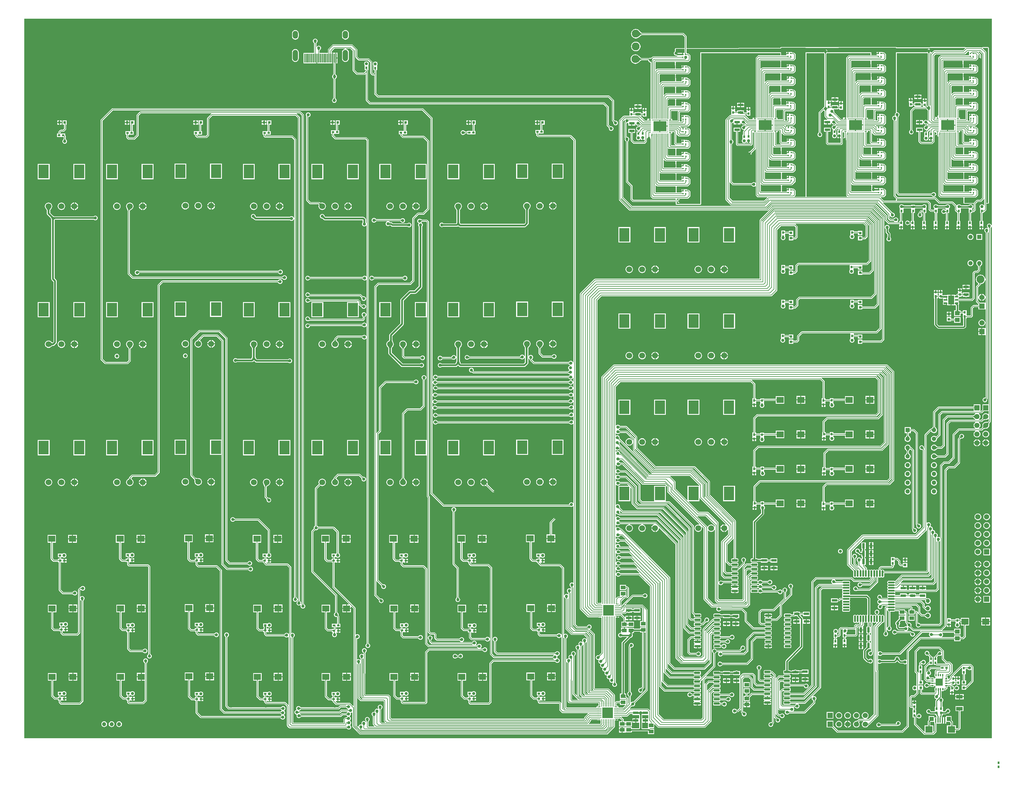
<source format=gtl>
G04*
G04 #@! TF.GenerationSoftware,Altium Limited,Altium Designer,20.1.12 (249)*
G04*
G04 Layer_Physical_Order=1*
G04 Layer_Color=255*
%FSLAX25Y25*%
%MOIN*%
G70*
G04*
G04 #@! TF.SameCoordinates,4A7F9F3E-6CFA-4FBA-8C7F-EFD49E1ADEB1*
G04*
G04*
G04 #@! TF.FilePolarity,Positive*
G04*
G01*
G75*
%ADD13C,0.01000*%
%ADD32R,0.06890X0.09843*%
%ADD33C,0.01595*%
%ADD67C,0.00600*%
%ADD68R,0.01575X0.05315*%
%ADD69R,0.04724X0.05118*%
%ADD70R,0.08465X0.07480*%
%ADD71R,0.00787X0.03150*%
%ADD72R,0.03150X0.00787*%
%ADD73R,0.15158X0.11221*%
%ADD74O,0.02953X0.01181*%
%ADD75O,0.01181X0.02953*%
%ADD76R,0.08268X0.08268*%
G04:AMPARAMS|DCode=77|XSize=25.59mil|YSize=64.96mil|CornerRadius=1.92mil|HoleSize=0mil|Usage=FLASHONLY|Rotation=90.000|XOffset=0mil|YOffset=0mil|HoleType=Round|Shape=RoundedRectangle|*
%AMROUNDEDRECTD77*
21,1,0.02559,0.06112,0,0,90.0*
21,1,0.02175,0.06496,0,0,90.0*
1,1,0.00384,0.03056,0.01088*
1,1,0.00384,0.03056,-0.01088*
1,1,0.00384,-0.03056,-0.01088*
1,1,0.00384,-0.03056,0.01088*
%
%ADD77ROUNDEDRECTD77*%
%ADD78O,0.02165X0.07480*%
%ADD79O,0.07480X0.02165*%
%ADD80R,0.07874X0.07087*%
%ADD81R,0.02362X0.02953*%
%ADD82R,0.02953X0.02362*%
%ADD83R,0.05709X0.05118*%
%ADD84R,0.05315X0.04331*%
%ADD85R,0.03150X0.03150*%
%ADD86R,0.03150X0.03150*%
%ADD87R,0.01181X0.10236*%
%ADD88R,0.07480X0.04134*%
%ADD89R,0.01575X0.01575*%
%ADD90R,0.02362X0.03150*%
%ADD91R,0.05906X0.03150*%
%ADD92R,0.03150X0.02362*%
%ADD93R,0.03150X0.05906*%
%ADD94R,0.12402X0.12402*%
%ADD95O,0.03543X0.00984*%
%ADD96O,0.04134X0.00984*%
%ADD97O,0.00984X0.04134*%
%ADD98C,0.01500*%
%ADD99C,0.02000*%
%ADD100R,0.05118X0.05118*%
%ADD101C,0.05118*%
%ADD102R,0.05118X0.05118*%
%ADD103C,0.06693*%
%ADD104R,0.11811X0.15748*%
%ADD105C,0.05906*%
%ADD106R,0.05906X0.05906*%
%ADD107R,0.05906X0.05906*%
%ADD108C,0.04724*%
%ADD109C,0.09000*%
%ADD110O,0.05906X0.09055*%
%ADD111O,0.05906X0.12992*%
%ADD112C,0.03543*%
%ADD113C,0.02362*%
%ADD114C,0.23622*%
%ADD115C,0.01968*%
G36*
X1418500Y627457D02*
X1418000Y627357D01*
X1417804Y627830D01*
X1417381Y628381D01*
X1416830Y628804D01*
X1416189Y629070D01*
X1415500Y629160D01*
X1414811Y629070D01*
X1414170Y628804D01*
X1413619Y628381D01*
X1413196Y627830D01*
X1412930Y627189D01*
X1412840Y626500D01*
X1412930Y625811D01*
X1413196Y625170D01*
X1413619Y624619D01*
X1413859Y624434D01*
X1413915Y624370D01*
X1414087Y624238D01*
X1414130Y624202D01*
X1413830Y623804D01*
X1413189Y624070D01*
X1412500Y624160D01*
X1411811Y624070D01*
X1411170Y623804D01*
X1410619Y623381D01*
X1410196Y622830D01*
X1409930Y622189D01*
X1409840Y621500D01*
X1409930Y620811D01*
X1410196Y620170D01*
X1410619Y619619D01*
X1410653Y619592D01*
X1410791Y619453D01*
X1411052Y619153D01*
X1411138Y619038D01*
X1411209Y618930D01*
X1411260Y618839D01*
X1411293Y618767D01*
X1411309Y618719D01*
X1411311Y618709D01*
Y566303D01*
X1410811Y566270D01*
X1410728Y566901D01*
X1410187Y568206D01*
X1409327Y569327D01*
X1408206Y570187D01*
X1406901Y570728D01*
X1405500Y570912D01*
X1404099Y570728D01*
X1402794Y570187D01*
X1401673Y569327D01*
X1400813Y568206D01*
X1400272Y566901D01*
X1400088Y565500D01*
X1400272Y564099D01*
X1400813Y562794D01*
X1401673Y561673D01*
X1402794Y560813D01*
X1402886Y560775D01*
X1403026Y560335D01*
X1403014Y560222D01*
X1403003Y560195D01*
X1402989Y560171D01*
X1400659Y557841D01*
X1400401Y557455D01*
X1400311Y557000D01*
Y540500D01*
X1400401Y540045D01*
X1400659Y539659D01*
X1403112Y537207D01*
X1403181Y537132D01*
Y536189D01*
X1397500D01*
X1397045Y536098D01*
X1396659Y535841D01*
X1394659Y533841D01*
X1394401Y533455D01*
X1394311Y533000D01*
Y524493D01*
X1394007Y524189D01*
X1389547D01*
Y525480D01*
X1389547D01*
Y525520D01*
X1389547D01*
Y530205D01*
X1385453D01*
Y529051D01*
X1382720D01*
Y530425D01*
X1380694D01*
X1380682Y530470D01*
X1380657Y530619D01*
X1380648Y530719D01*
Y536378D01*
X1380580Y536720D01*
X1380624Y536750D01*
X1380816Y537036D01*
X1380883Y537374D01*
Y539146D01*
X1380816Y539484D01*
X1380624Y539770D01*
X1380502Y539852D01*
X1380493Y539876D01*
Y540383D01*
X1380502Y540408D01*
X1380624Y540490D01*
X1380816Y540776D01*
X1380823Y540811D01*
X1395500D01*
X1395955Y540902D01*
X1396341Y541159D01*
X1398341Y543159D01*
X1398598Y543545D01*
X1398689Y544000D01*
Y572008D01*
X1399492Y572811D01*
X1402000D01*
X1402455Y572901D01*
X1402841Y573159D01*
X1404841Y575159D01*
X1405099Y575545D01*
X1405189Y576000D01*
Y579942D01*
X1405202Y579996D01*
X1405241Y580094D01*
X1405309Y580229D01*
X1405410Y580392D01*
X1405533Y580566D01*
X1406156Y581286D01*
X1406367Y581499D01*
X1406443Y581557D01*
X1406992Y582273D01*
X1407337Y583106D01*
X1407455Y584000D01*
X1407337Y584894D01*
X1406992Y585727D01*
X1406443Y586443D01*
X1405727Y586992D01*
X1404894Y587337D01*
X1404000Y587455D01*
X1403106Y587337D01*
X1402273Y586992D01*
X1401557Y586443D01*
X1401008Y585727D01*
X1400663Y584894D01*
X1400545Y584000D01*
X1400663Y583106D01*
X1401008Y582273D01*
X1401557Y581557D01*
X1401633Y581499D01*
X1401850Y581280D01*
X1402294Y580786D01*
X1402456Y580582D01*
X1402590Y580392D01*
X1402691Y580228D01*
X1402759Y580094D01*
X1402798Y579996D01*
X1402811Y579942D01*
Y576493D01*
X1401507Y575189D01*
X1399000D01*
X1398545Y575099D01*
X1398159Y574841D01*
X1396659Y573341D01*
X1396402Y572955D01*
X1396311Y572500D01*
Y544492D01*
X1395008Y543189D01*
X1380823D01*
X1380816Y543224D01*
X1380624Y543510D01*
X1380502Y543592D01*
X1380493Y543617D01*
Y544124D01*
X1380502Y544148D01*
X1380624Y544230D01*
X1380816Y544516D01*
X1380883Y544854D01*
Y545697D01*
X1384047D01*
Y546949D01*
X1385181D01*
Y545728D01*
X1387627D01*
X1387670Y545696D01*
X1388311Y545430D01*
X1389000Y545339D01*
X1389689Y545430D01*
X1390330Y545696D01*
X1390373Y545728D01*
X1392819D01*
Y550610D01*
X1389382D01*
X1389000Y550661D01*
X1388618Y550610D01*
X1385181D01*
Y549327D01*
X1384047D01*
Y550287D01*
X1384181D01*
Y552362D01*
X1382000D01*
X1379819D01*
Y550287D01*
X1379953D01*
Y549327D01*
X1379600D01*
X1379145Y549236D01*
X1378759Y548979D01*
X1377290Y547509D01*
X1377020D01*
X1377020Y547509D01*
X1376843Y547509D01*
X1376843Y547509D01*
X1376466Y547872D01*
X1376445Y547921D01*
X1372500D01*
Y542000D01*
Y536079D01*
X1376445D01*
Y536079D01*
X1376945Y536103D01*
X1377352Y535695D01*
Y530719D01*
X1377343Y530619D01*
X1377318Y530470D01*
X1377306Y530425D01*
X1375280D01*
Y523575D01*
X1382720D01*
Y526673D01*
X1385453D01*
Y525520D01*
X1385453D01*
Y525480D01*
X1385453D01*
Y521698D01*
X1385448Y521673D01*
X1385453Y521648D01*
Y520795D01*
X1385837D01*
X1385852Y520578D01*
Y512682D01*
X1385818Y512648D01*
X1358183D01*
X1356148Y514682D01*
Y543535D01*
X1356149Y543560D01*
X1356161Y543697D01*
X1356547D01*
Y544550D01*
X1356552Y544575D01*
X1356870Y544949D01*
X1357953D01*
Y543697D01*
X1361147D01*
X1361173Y543692D01*
X1361197Y543697D01*
X1362047D01*
Y544077D01*
X1362262Y544092D01*
X1362847D01*
X1362998Y543593D01*
X1362998Y543592D01*
X1362875Y543510D01*
X1362684Y543224D01*
X1362617Y542886D01*
Y541114D01*
X1362684Y540776D01*
X1362875Y540490D01*
X1362998Y540408D01*
X1363007Y540383D01*
Y539876D01*
X1362998Y539852D01*
X1362875Y539770D01*
X1362684Y539484D01*
X1362617Y539146D01*
Y537374D01*
X1362684Y537036D01*
X1362875Y536750D01*
X1363162Y536558D01*
X1363500Y536491D01*
X1366298D01*
Y537374D01*
X1363500D01*
Y539146D01*
X1366980Y539146D01*
X1367157Y539146D01*
X1367482Y539011D01*
X1367731Y538762D01*
X1367866Y538436D01*
X1367866Y538260D01*
X1367866D01*
X1367866Y538084D01*
X1367731Y537758D01*
X1367482Y537509D01*
X1367297Y537432D01*
Y536361D01*
X1367511Y536163D01*
X1367555Y536079D01*
X1371500D01*
Y542000D01*
Y547921D01*
X1367555D01*
Y547921D01*
X1367157Y547509D01*
X1363500Y547509D01*
X1363162Y547442D01*
X1363081Y547388D01*
X1362339D01*
X1362237Y547397D01*
X1362086Y547422D01*
X1362047Y547432D01*
Y548287D01*
X1362181D01*
Y550362D01*
X1360000D01*
X1357819D01*
Y548287D01*
X1357953D01*
Y547327D01*
X1356547D01*
Y548287D01*
X1356681D01*
Y550362D01*
X1354500D01*
X1352319D01*
Y548287D01*
X1352453D01*
Y544600D01*
X1352448Y544575D01*
X1352453Y544550D01*
Y543697D01*
X1352837D01*
X1352852Y543480D01*
Y514000D01*
X1352978Y513369D01*
X1353335Y512835D01*
X1356335Y509835D01*
X1356869Y509478D01*
X1357500Y509352D01*
X1386500D01*
X1387131Y509478D01*
X1387665Y509835D01*
X1388665Y510835D01*
X1389022Y511369D01*
X1389148Y512000D01*
Y520633D01*
X1389149Y520659D01*
X1389161Y520795D01*
X1389547D01*
Y521648D01*
X1389552Y521673D01*
X1390028Y521811D01*
X1394500D01*
X1394955Y521902D01*
X1395341Y522159D01*
X1396341Y523159D01*
X1396599Y523545D01*
X1396689Y524000D01*
Y532508D01*
X1397993Y533811D01*
X1403181D01*
Y531181D01*
X1410811D01*
X1410819Y531181D01*
X1411311Y531162D01*
Y516343D01*
X1410811Y516310D01*
X1410721Y516997D01*
X1410336Y517926D01*
X1409724Y518724D01*
X1408926Y519336D01*
X1407997Y519721D01*
X1407000Y519852D01*
X1406003Y519721D01*
X1405074Y519336D01*
X1404276Y518724D01*
X1403664Y517926D01*
X1403279Y516997D01*
X1403148Y516000D01*
X1403279Y515003D01*
X1403664Y514074D01*
X1404276Y513276D01*
X1405074Y512664D01*
X1406003Y512279D01*
X1407000Y512148D01*
X1407997Y512279D01*
X1408926Y512664D01*
X1409724Y513276D01*
X1410336Y514074D01*
X1410721Y515003D01*
X1410811Y515690D01*
X1411311Y515657D01*
Y510295D01*
X1410953Y509953D01*
X1410811Y509953D01*
X1407500D01*
Y506000D01*
Y502047D01*
X1410811D01*
X1410953Y502047D01*
X1411311Y501705D01*
Y430707D01*
X1411278Y430700D01*
X1411139Y430680D01*
X1410750Y430655D01*
X1410545Y430655D01*
X1410500Y430660D01*
X1409811Y430570D01*
X1409170Y430304D01*
X1408619Y429881D01*
X1408196Y429330D01*
X1407930Y428689D01*
X1407839Y428000D01*
X1407930Y427311D01*
X1408196Y426670D01*
X1408619Y426119D01*
X1409170Y425696D01*
X1409811Y425430D01*
X1410500Y425340D01*
X1411189Y425430D01*
X1411830Y425696D01*
X1412381Y426119D01*
X1412804Y426670D01*
X1413070Y427311D01*
X1413161Y428000D01*
X1413155Y428042D01*
X1413164Y428465D01*
X1413179Y428629D01*
X1413200Y428778D01*
X1413226Y428903D01*
X1413254Y429001D01*
X1413282Y429073D01*
X1413305Y429120D01*
X1413312Y429130D01*
X1413341Y429159D01*
X1413363Y429193D01*
X1413366Y429196D01*
X1413370Y429204D01*
X1413599Y429545D01*
X1413689Y430000D01*
Y618709D01*
X1413691Y618719D01*
X1413707Y618767D01*
X1413740Y618839D01*
X1413791Y618930D01*
X1413862Y619038D01*
X1413948Y619153D01*
X1414064Y619286D01*
X1414564Y619098D01*
Y422819D01*
X1407681D01*
Y416933D01*
X1407676Y416908D01*
X1407681Y416883D01*
Y416873D01*
X1407626Y416807D01*
X1406007Y415189D01*
X1405319D01*
Y422819D01*
X1397681D01*
Y420189D01*
X1357500D01*
X1357045Y420098D01*
X1356659Y419841D01*
X1351659Y414841D01*
X1351402Y414455D01*
X1351311Y414000D01*
Y397558D01*
X1351297Y397504D01*
X1351259Y397406D01*
X1351191Y397271D01*
X1351090Y397108D01*
X1350967Y396934D01*
X1350344Y396214D01*
X1350133Y396001D01*
X1350057Y395943D01*
X1349863Y395690D01*
X1349811Y395649D01*
X1349708Y395526D01*
X1349627Y395444D01*
X1349548Y395376D01*
X1349473Y395321D01*
X1349399Y395278D01*
X1349326Y395244D01*
X1349252Y395218D01*
X1349175Y395200D01*
X1349097Y395189D01*
X1349000D01*
X1348968Y395182D01*
X1348960Y395182D01*
X1348936Y395176D01*
X1348545Y395098D01*
X1348159Y394841D01*
X1342159Y388841D01*
X1341901Y388455D01*
X1341811Y388000D01*
Y372965D01*
X1341809Y372962D01*
X1341643Y372808D01*
X1341311Y372703D01*
X1341191Y372808D01*
X1341183Y372864D01*
X1341156Y373261D01*
X1341155Y373457D01*
X1341160Y373500D01*
X1341070Y374189D01*
X1340804Y374830D01*
X1340381Y375381D01*
X1339830Y375804D01*
X1339189Y376070D01*
X1338500Y376161D01*
X1337811Y376070D01*
X1337170Y375804D01*
X1336619Y375381D01*
X1336196Y374830D01*
X1335930Y374189D01*
X1335839Y373500D01*
X1335930Y372811D01*
X1336196Y372170D01*
X1336619Y371619D01*
X1337170Y371196D01*
X1337811Y370930D01*
X1338500Y370839D01*
X1338543Y370845D01*
X1338739Y370844D01*
X1339136Y370817D01*
X1339278Y370796D01*
X1339405Y370770D01*
X1339505Y370742D01*
X1339579Y370714D01*
X1339625Y370691D01*
X1339633Y370686D01*
X1339811Y370508D01*
Y282993D01*
X1331007Y274189D01*
X1271000D01*
X1270545Y274098D01*
X1270159Y273841D01*
X1253659Y257341D01*
X1253401Y256955D01*
X1253311Y256500D01*
Y240197D01*
X1253401Y239742D01*
X1253659Y239356D01*
X1260316Y232700D01*
X1260265Y232445D01*
Y227130D01*
X1260416Y226370D01*
X1260847Y225725D01*
X1261492Y225294D01*
X1262252Y225143D01*
X1263012Y225294D01*
X1263476Y225604D01*
X1263827Y225686D01*
X1264178Y225604D01*
X1264641Y225294D01*
X1265402Y225143D01*
X1266162Y225294D01*
X1266626Y225604D01*
X1266976Y225686D01*
X1267327Y225604D01*
X1267791Y225294D01*
X1268551Y225143D01*
X1269312Y225294D01*
X1269775Y225604D01*
X1270126Y225686D01*
X1270477Y225604D01*
X1270940Y225294D01*
X1271701Y225143D01*
X1272461Y225294D01*
X1272925Y225604D01*
X1273276Y225686D01*
X1273626Y225604D01*
X1274090Y225294D01*
X1274850Y225143D01*
X1275611Y225294D01*
X1275963Y225530D01*
X1276499Y225628D01*
X1277187Y225168D01*
X1277500Y225106D01*
Y229787D01*
Y234469D01*
X1277187Y234407D01*
X1276528Y233966D01*
X1276369Y234007D01*
X1276039Y234159D01*
Y235650D01*
X1275949Y236105D01*
X1275691Y236490D01*
X1273189Y238993D01*
Y239681D01*
X1274610D01*
Y247319D01*
X1273861D01*
X1273851Y247356D01*
X1273826Y247507D01*
X1273817Y247610D01*
Y248390D01*
X1273826Y248493D01*
X1273851Y248644D01*
X1273861Y248681D01*
X1274610D01*
Y256319D01*
X1273861D01*
X1273851Y256356D01*
X1273826Y256507D01*
X1273817Y256610D01*
Y257390D01*
X1273826Y257493D01*
X1273851Y257644D01*
X1273861Y257681D01*
X1274610D01*
Y265319D01*
X1269728D01*
Y257681D01*
X1270478D01*
X1270487Y257644D01*
X1270512Y257493D01*
X1270522Y257390D01*
Y256610D01*
X1270512Y256507D01*
X1270487Y256356D01*
X1270478Y256319D01*
X1269728D01*
Y254192D01*
X1269691Y254182D01*
X1269540Y254157D01*
X1269437Y254148D01*
X1269182D01*
X1268275Y255055D01*
X1268217Y255135D01*
X1268168Y255212D01*
X1268132Y255282D01*
X1268105Y255346D01*
X1268086Y255403D01*
X1268075Y255457D01*
X1268069Y255507D01*
X1268067Y255586D01*
X1268074Y255635D01*
X1267983Y256324D01*
X1267717Y256965D01*
X1267294Y257516D01*
X1266743Y257939D01*
X1266102Y258205D01*
X1265413Y258296D01*
X1264724Y258205D01*
X1264083Y257939D01*
X1263532Y257516D01*
X1263109Y256965D01*
X1262843Y256324D01*
X1262753Y255635D01*
X1262843Y254946D01*
X1263109Y254305D01*
X1263532Y253754D01*
X1264083Y253331D01*
X1264724Y253065D01*
X1265335Y252985D01*
X1265347Y252982D01*
X1265366Y252981D01*
X1265413Y252975D01*
X1265432Y252977D01*
X1265442Y252976D01*
X1265497Y252968D01*
X1265554Y252954D01*
X1265617Y252933D01*
X1265684Y252903D01*
X1265758Y252863D01*
X1265837Y252812D01*
X1265918Y252752D01*
X1267335Y251335D01*
X1267869Y250978D01*
X1268500Y250852D01*
X1269437D01*
X1269540Y250843D01*
X1269691Y250818D01*
X1269728Y250808D01*
Y248681D01*
X1270478D01*
X1270487Y248644D01*
X1270512Y248493D01*
X1270522Y248390D01*
Y247610D01*
X1270512Y247507D01*
X1270487Y247356D01*
X1270478Y247319D01*
X1269728D01*
Y247154D01*
X1269493Y247044D01*
X1269228Y247017D01*
X1268860Y247497D01*
X1268309Y247920D01*
X1267667Y248186D01*
X1266979Y248276D01*
X1266290Y248186D01*
X1265648Y247920D01*
X1265098Y247497D01*
X1264675Y246946D01*
X1264409Y246304D01*
X1264318Y245616D01*
X1264409Y244927D01*
X1264675Y244286D01*
X1265098Y243735D01*
X1265134Y243707D01*
X1265440Y243391D01*
X1265548Y243264D01*
X1265640Y243143D01*
X1265711Y243037D01*
X1265761Y242948D01*
X1265793Y242878D01*
X1265809Y242831D01*
X1265811Y242822D01*
Y239500D01*
X1265901Y239045D01*
X1266018Y238870D01*
X1265630Y238552D01*
X1263189Y240992D01*
Y246829D01*
X1263191Y246838D01*
X1263208Y246888D01*
X1263240Y246961D01*
X1263292Y247054D01*
X1263363Y247165D01*
X1263450Y247283D01*
X1263711Y247587D01*
X1263831Y247712D01*
X1263860Y247735D01*
X1264283Y248286D01*
X1264549Y248927D01*
X1264639Y249616D01*
X1264549Y250305D01*
X1264283Y250946D01*
X1263860Y251497D01*
X1263309Y251920D01*
X1262667Y252186D01*
X1261979Y252276D01*
X1261290Y252186D01*
X1260649Y251920D01*
X1260098Y251497D01*
X1259675Y250946D01*
X1259409Y250305D01*
X1259318Y249616D01*
X1259409Y248927D01*
X1259675Y248286D01*
X1260098Y247735D01*
X1260134Y247707D01*
X1260440Y247391D01*
X1260548Y247264D01*
X1260640Y247143D01*
X1260711Y247037D01*
X1260761Y246948D01*
X1260793Y246878D01*
X1260809Y246831D01*
X1260811Y246822D01*
Y240500D01*
X1260902Y240045D01*
X1261159Y239659D01*
X1265879Y234939D01*
X1265648Y234467D01*
X1265293Y234455D01*
X1258689Y241059D01*
Y255008D01*
X1272993Y269311D01*
X1333500D01*
X1333955Y269402D01*
X1334341Y269659D01*
X1343739Y279058D01*
X1344138Y278943D01*
X1344239Y278870D01*
Y257672D01*
X1344311Y257312D01*
Y233492D01*
X1343507Y232689D01*
X1295687D01*
X1295584Y233205D01*
X1295153Y233850D01*
X1294508Y234281D01*
X1293748Y234432D01*
X1292988Y234281D01*
X1292524Y233971D01*
X1292251Y233908D01*
X1291787Y234263D01*
Y235106D01*
X1292492Y235811D01*
X1304500D01*
X1304955Y235901D01*
X1305341Y236159D01*
X1306341Y237159D01*
X1306598Y237545D01*
X1306689Y238000D01*
Y239295D01*
X1307547D01*
Y243520D01*
X1307547Y243980D01*
X1307547Y244480D01*
Y245173D01*
X1310145D01*
X1311811Y243508D01*
Y241000D01*
X1311901Y240545D01*
X1312159Y240159D01*
X1313612Y238706D01*
X1313998Y238449D01*
X1314453Y238358D01*
X1317059D01*
Y237106D01*
X1321941D01*
Y241988D01*
X1317059D01*
Y240736D01*
X1314945D01*
X1314189Y241493D01*
Y244000D01*
X1314098Y244455D01*
X1313841Y244841D01*
X1311479Y247203D01*
X1311093Y247461D01*
X1310638Y247551D01*
X1307547D01*
Y248705D01*
X1303453D01*
Y244480D01*
X1303453Y244020D01*
X1303453Y243520D01*
Y239295D01*
X1304311D01*
Y238492D01*
X1304008Y238189D01*
X1292000D01*
X1291545Y238099D01*
X1291159Y237841D01*
X1289758Y236439D01*
X1289500Y236053D01*
X1289409Y235598D01*
Y234263D01*
X1288945Y233908D01*
X1288673Y233971D01*
X1288209Y234281D01*
X1287449Y234432D01*
X1286688Y234281D01*
X1286225Y233971D01*
X1285874Y233889D01*
X1285523Y233971D01*
X1285060Y234281D01*
X1284299Y234432D01*
X1283539Y234281D01*
X1283075Y233971D01*
X1282724Y233889D01*
X1282374Y233971D01*
X1281910Y234281D01*
X1281150Y234432D01*
X1280389Y234281D01*
X1280037Y234045D01*
X1279502Y233946D01*
X1278813Y234407D01*
X1278500Y234469D01*
Y229787D01*
Y225106D01*
X1278813Y225168D01*
X1279472Y225609D01*
X1279631Y225568D01*
X1279961Y225415D01*
Y224142D01*
X1278508Y222689D01*
X1261992D01*
X1259341Y225341D01*
X1258955Y225599D01*
X1258500Y225689D01*
X1218000D01*
X1217545Y225599D01*
X1217159Y225341D01*
X1213159Y221341D01*
X1212901Y220955D01*
X1212811Y220500D01*
Y102992D01*
X1209151Y99332D01*
X1208774Y99663D01*
X1209145Y100146D01*
X1209411Y100788D01*
X1209501Y101476D01*
X1209411Y102165D01*
X1209145Y102806D01*
X1208722Y103358D01*
X1208171Y103780D01*
X1207529Y104046D01*
X1206841Y104137D01*
X1206152Y104046D01*
X1206114Y104031D01*
X1205636Y103907D01*
X1204863Y103728D01*
X1204645Y103690D01*
X1204640Y103689D01*
X1188859D01*
X1188797Y104000D01*
X1188563Y104350D01*
X1188213Y104584D01*
X1187800Y104666D01*
X1181688D01*
X1181275Y104584D01*
X1180925Y104350D01*
X1180691Y104000D01*
X1180609Y103588D01*
Y101412D01*
X1180691Y101000D01*
X1180925Y100650D01*
X1181275Y100416D01*
X1181688Y100334D01*
X1187800D01*
X1188213Y100416D01*
X1188563Y100650D01*
X1188797Y101000D01*
X1188859Y101311D01*
X1204148D01*
X1204169Y101261D01*
X1204195Y101173D01*
X1204226Y101021D01*
X1204228Y101017D01*
X1204228Y101012D01*
X1204247Y100966D01*
X1204271Y100788D01*
X1204537Y100146D01*
X1204959Y99595D01*
X1205511Y99172D01*
X1206152Y98906D01*
X1206841Y98816D01*
X1207529Y98906D01*
X1208171Y99172D01*
X1208655Y99543D01*
X1208985Y99166D01*
X1203508Y93689D01*
X1188859D01*
X1188797Y94000D01*
X1188563Y94350D01*
X1188213Y94584D01*
X1187800Y94666D01*
X1181688D01*
X1181275Y94584D01*
X1180925Y94350D01*
X1180691Y94000D01*
X1180609Y93588D01*
Y91412D01*
X1180691Y91000D01*
X1180925Y90650D01*
X1181275Y90416D01*
X1181688Y90334D01*
X1187800D01*
X1188213Y90416D01*
X1188563Y90650D01*
X1188797Y91000D01*
X1188859Y91311D01*
X1204000D01*
X1204455Y91401D01*
X1204841Y91659D01*
X1214841Y101659D01*
X1215098Y102045D01*
X1215189Y102500D01*
Y220007D01*
X1218493Y223311D01*
X1236587D01*
X1236686Y222811D01*
X1236670Y222804D01*
X1236119Y222381D01*
X1235696Y221830D01*
X1235430Y221189D01*
X1235340Y220500D01*
X1235430Y219811D01*
X1235696Y219170D01*
X1236119Y218619D01*
X1236551Y218287D01*
X1236409Y217787D01*
X1221098D01*
X1220643Y217697D01*
X1220258Y217439D01*
X1217159Y214341D01*
X1216901Y213955D01*
X1216811Y213500D01*
Y101992D01*
X1203508Y88689D01*
X1188859D01*
X1188797Y89000D01*
X1188563Y89350D01*
X1188213Y89584D01*
X1187800Y89666D01*
X1181688D01*
X1181275Y89584D01*
X1180925Y89350D01*
X1180691Y89000D01*
X1180609Y88588D01*
Y86412D01*
X1180691Y86000D01*
X1180925Y85650D01*
X1181275Y85416D01*
X1181688Y85334D01*
X1187800D01*
X1188213Y85416D01*
X1188563Y85650D01*
X1188797Y86000D01*
X1188859Y86311D01*
X1204000D01*
X1204455Y86401D01*
X1204841Y86659D01*
X1218841Y100659D01*
X1219098Y101045D01*
X1219189Y101500D01*
Y213007D01*
X1221591Y215409D01*
X1247791D01*
X1248015Y215024D01*
X1247791Y214638D01*
X1224949D01*
X1224494Y214547D01*
X1224108Y214290D01*
X1221659Y211841D01*
X1221402Y211455D01*
X1221311Y211000D01*
Y100493D01*
X1204508Y83689D01*
X1188859D01*
X1188797Y84000D01*
X1188563Y84350D01*
X1188213Y84584D01*
X1187800Y84666D01*
X1181688D01*
X1181275Y84584D01*
X1180925Y84350D01*
X1180691Y84000D01*
X1180609Y83588D01*
Y81412D01*
X1180691Y81000D01*
X1180925Y80650D01*
X1181275Y80416D01*
X1181688Y80334D01*
X1187800D01*
X1188213Y80416D01*
X1188563Y80650D01*
X1188797Y81000D01*
X1188859Y81311D01*
X1195087D01*
X1195186Y80811D01*
X1195170Y80804D01*
X1194619Y80381D01*
X1194592Y80347D01*
X1194453Y80209D01*
X1194153Y79948D01*
X1194038Y79862D01*
X1193930Y79791D01*
X1193839Y79740D01*
X1193767Y79707D01*
X1193719Y79691D01*
X1193709Y79689D01*
X1179992D01*
X1179189Y80493D01*
Y95007D01*
X1180181Y96000D01*
X1180334Y96000D01*
X1180770Y95882D01*
X1180925Y95650D01*
X1181275Y95416D01*
X1181688Y95334D01*
X1187800D01*
X1188213Y95416D01*
X1188563Y95650D01*
X1188797Y96000D01*
X1188879Y96412D01*
Y98588D01*
X1188797Y99000D01*
X1188563Y99350D01*
X1188213Y99584D01*
X1187800Y99666D01*
X1181688D01*
X1181275Y99584D01*
X1180925Y99350D01*
X1180691Y99000D01*
X1180629Y98689D01*
X1180000D01*
X1179545Y98598D01*
X1179159Y98341D01*
X1177189Y96371D01*
X1177063Y96381D01*
X1176689Y96537D01*
Y105508D01*
X1177493Y106311D01*
X1180629D01*
X1180691Y106000D01*
X1180925Y105650D01*
X1181275Y105416D01*
X1181688Y105334D01*
X1187800D01*
X1188213Y105416D01*
X1188563Y105650D01*
X1188797Y106000D01*
X1188879Y106412D01*
Y108588D01*
X1188797Y109000D01*
X1188563Y109350D01*
X1188213Y109584D01*
X1187800Y109666D01*
X1181688D01*
X1181275Y109584D01*
X1180925Y109350D01*
X1180691Y109000D01*
X1180629Y108689D01*
X1177000D01*
X1176545Y108598D01*
X1176159Y108341D01*
X1175151Y107332D01*
X1174689Y107524D01*
Y109508D01*
X1176493Y111311D01*
X1180629D01*
X1180691Y111000D01*
X1180925Y110650D01*
X1181275Y110416D01*
X1181688Y110334D01*
X1187800D01*
X1188213Y110416D01*
X1188563Y110650D01*
X1188797Y111000D01*
X1188879Y111412D01*
Y113588D01*
X1188797Y114000D01*
X1188563Y114350D01*
X1188213Y114584D01*
X1187800Y114666D01*
X1181688D01*
X1181275Y114584D01*
X1180925Y114350D01*
X1180691Y114000D01*
X1180629Y113689D01*
X1176000D01*
X1175545Y113599D01*
X1175159Y113341D01*
X1172689Y110871D01*
X1172563Y110881D01*
X1172189Y111037D01*
Y114000D01*
X1172099Y114455D01*
X1171841Y114841D01*
X1168341Y118341D01*
X1167955Y118598D01*
X1167500Y118689D01*
X1166615D01*
X1166553Y119000D01*
X1166319Y119350D01*
X1165969Y119584D01*
X1165556Y119666D01*
X1159444D01*
X1159031Y119584D01*
X1158681Y119350D01*
X1158447Y119000D01*
X1158365Y118588D01*
Y116412D01*
X1158447Y116000D01*
X1158681Y115650D01*
X1159031Y115416D01*
X1159444Y115334D01*
X1165556D01*
X1165969Y115416D01*
X1166319Y115650D01*
X1166553Y116000D01*
X1166580Y116136D01*
X1167105Y116213D01*
X1169811Y113507D01*
Y112024D01*
X1169349Y111832D01*
X1167841Y113341D01*
X1167455Y113599D01*
X1167000Y113689D01*
X1166615D01*
X1166553Y114000D01*
X1166319Y114350D01*
X1165969Y114584D01*
X1165556Y114666D01*
X1159444D01*
X1159031Y114584D01*
X1158681Y114350D01*
X1158447Y114000D01*
X1158365Y113588D01*
Y111412D01*
X1158447Y111000D01*
X1158681Y110650D01*
X1159031Y110416D01*
X1159444Y110334D01*
X1165556D01*
X1165969Y110416D01*
X1166319Y110650D01*
X1166376Y110735D01*
X1166990Y110829D01*
X1167811Y110008D01*
Y60492D01*
X1167632Y60314D01*
X1167625Y60309D01*
X1167579Y60286D01*
X1167505Y60259D01*
X1167405Y60230D01*
X1167278Y60204D01*
X1167136Y60183D01*
X1166739Y60156D01*
X1166543Y60155D01*
X1166500Y60161D01*
X1165811Y60070D01*
X1165170Y59804D01*
X1164619Y59381D01*
X1164196Y58830D01*
X1163930Y58189D01*
X1163840Y57500D01*
X1163930Y56811D01*
X1164196Y56170D01*
X1164619Y55619D01*
X1165170Y55196D01*
X1165811Y54930D01*
X1166500Y54839D01*
X1167189Y54930D01*
X1167830Y55196D01*
X1168381Y55619D01*
X1168804Y56170D01*
X1169070Y56811D01*
X1169160Y57500D01*
X1169155Y57543D01*
X1169156Y57739D01*
X1169183Y58136D01*
X1169204Y58278D01*
X1169230Y58405D01*
X1169258Y58505D01*
X1169286Y58579D01*
X1169309Y58625D01*
X1169314Y58632D01*
X1169841Y59159D01*
X1170098Y59545D01*
X1170189Y60000D01*
Y64976D01*
X1170651Y65168D01*
X1171920Y63898D01*
X1171921Y63897D01*
X1171933Y63871D01*
X1171947Y63825D01*
X1171961Y63757D01*
X1171969Y63663D01*
X1171970Y63546D01*
X1171960Y63404D01*
X1171939Y63240D01*
X1171900Y63034D01*
X1171900Y62963D01*
X1171840Y62500D01*
X1171930Y61811D01*
X1172196Y61170D01*
X1172619Y60619D01*
X1173170Y60196D01*
X1173811Y59930D01*
X1174500Y59839D01*
X1175189Y59930D01*
X1175830Y60196D01*
X1176381Y60619D01*
X1176804Y61170D01*
X1177070Y61811D01*
X1177160Y62500D01*
X1177070Y63189D01*
X1176804Y63830D01*
X1176381Y64381D01*
X1175830Y64804D01*
X1175189Y65070D01*
X1175053Y65088D01*
X1175013Y65105D01*
X1174753Y65158D01*
X1174310Y65265D01*
X1173965Y65372D01*
X1173847Y65417D01*
X1173752Y65460D01*
X1173691Y65493D01*
X1173683Y65499D01*
X1172189Y66992D01*
Y68963D01*
X1172563Y69119D01*
X1172689Y69130D01*
X1174659Y67159D01*
X1175045Y66901D01*
X1175500Y66811D01*
X1176698D01*
X1176714Y66805D01*
X1176743Y66789D01*
X1176787Y66757D01*
X1176844Y66705D01*
X1176912Y66630D01*
X1176988Y66529D01*
X1177071Y66403D01*
X1177168Y66231D01*
X1177172Y66226D01*
X1177196Y66170D01*
X1177619Y65619D01*
X1178170Y65196D01*
X1178811Y64930D01*
X1179500Y64839D01*
X1180189Y64930D01*
X1180830Y65196D01*
X1181381Y65619D01*
X1181804Y66170D01*
X1182070Y66811D01*
X1182160Y67500D01*
X1182070Y68189D01*
X1181804Y68830D01*
X1181381Y69381D01*
X1180830Y69804D01*
X1180189Y70070D01*
X1179500Y70161D01*
X1178811Y70070D01*
X1178222Y69826D01*
X1178217Y69824D01*
X1178214Y69822D01*
X1178170Y69804D01*
X1178146Y69786D01*
X1177734Y69564D01*
X1177344Y69373D01*
X1177038Y69245D01*
X1176939Y69210D01*
X1176865Y69190D01*
X1176861Y69189D01*
X1175992D01*
X1174689Y70493D01*
Y74476D01*
X1175151Y74668D01*
X1175659Y74159D01*
X1176045Y73901D01*
X1176500Y73811D01*
X1182857D01*
X1182997Y73582D01*
X1183065Y73311D01*
X1182696Y72830D01*
X1182430Y72189D01*
X1182339Y71500D01*
X1182430Y70811D01*
X1182696Y70170D01*
X1183119Y69619D01*
X1183670Y69196D01*
X1184311Y68930D01*
X1185000Y68839D01*
X1185689Y68930D01*
X1186330Y69196D01*
X1186881Y69619D01*
X1186908Y69653D01*
X1187047Y69791D01*
X1187347Y70052D01*
X1187462Y70138D01*
X1187570Y70209D01*
X1187661Y70260D01*
X1187733Y70293D01*
X1187781Y70309D01*
X1187791Y70311D01*
X1205000D01*
X1205455Y70402D01*
X1205841Y70659D01*
X1216841Y81659D01*
X1217099Y82045D01*
X1217189Y82500D01*
Y84689D01*
X1217191Y84700D01*
X1217210Y84761D01*
X1217246Y84850D01*
X1217300Y84961D01*
X1217365Y85078D01*
X1217718Y85603D01*
X1217866Y85796D01*
X1217904Y85873D01*
X1218077Y86098D01*
X1218342Y86740D01*
X1218433Y87428D01*
X1218342Y88117D01*
X1218077Y88759D01*
X1217654Y89310D01*
X1217103Y89732D01*
X1216461Y89998D01*
X1215773Y90089D01*
X1215084Y89998D01*
X1214748Y89859D01*
X1214464Y90283D01*
X1223341Y99159D01*
X1223598Y99545D01*
X1223689Y100000D01*
Y210507D01*
X1225441Y212260D01*
X1247819D01*
X1248092Y211796D01*
X1248029Y211523D01*
X1247719Y211060D01*
X1247568Y210299D01*
X1247719Y209539D01*
X1248150Y208894D01*
Y208555D01*
X1247719Y207910D01*
X1247568Y207150D01*
X1247719Y206389D01*
X1248150Y205745D01*
Y205405D01*
X1247719Y204760D01*
X1247568Y204000D01*
X1247719Y203240D01*
X1248150Y202595D01*
Y202480D01*
X1247740Y202039D01*
X1245350D01*
X1244895Y201949D01*
X1244510Y201691D01*
X1243338Y200520D01*
X1242819D01*
Y201772D01*
X1235181D01*
Y196890D01*
X1242819D01*
Y198142D01*
X1243831D01*
X1244286Y198232D01*
X1244672Y198490D01*
X1245843Y199661D01*
X1248006D01*
X1248150Y199445D01*
Y199106D01*
X1247719Y198461D01*
X1247568Y197701D01*
X1247719Y196940D01*
X1248150Y196296D01*
Y195956D01*
X1247719Y195312D01*
X1247568Y194551D01*
X1247719Y193791D01*
X1248150Y193146D01*
Y192807D01*
X1247719Y192162D01*
X1247568Y191402D01*
X1247719Y190641D01*
X1248150Y189997D01*
Y189657D01*
X1247719Y189012D01*
X1247568Y188252D01*
X1247719Y187492D01*
X1248150Y186847D01*
X1248795Y186416D01*
X1249555Y186265D01*
X1254870D01*
X1255630Y186416D01*
X1256275Y186847D01*
X1256706Y187492D01*
X1256857Y188252D01*
X1256706Y189012D01*
X1256275Y189657D01*
Y189997D01*
X1256706Y190641D01*
X1256857Y191402D01*
X1256706Y192162D01*
X1256275Y192807D01*
Y193146D01*
X1256706Y193791D01*
X1256857Y194551D01*
X1256706Y195312D01*
X1256275Y195956D01*
Y196296D01*
X1256706Y196940D01*
X1256857Y197701D01*
X1256706Y198461D01*
X1256275Y199106D01*
Y199445D01*
X1256706Y200090D01*
X1256857Y200850D01*
X1256706Y201611D01*
X1256550Y201844D01*
X1256609Y202082D01*
X1256812Y202352D01*
X1274817D01*
X1276352Y200817D01*
Y182973D01*
X1275852Y182705D01*
X1275663Y182832D01*
X1275350Y182894D01*
Y178213D01*
Y173531D01*
X1275663Y173593D01*
X1276323Y174034D01*
X1276482Y173994D01*
X1276811Y173841D01*
Y169319D01*
X1275390D01*
Y161681D01*
X1276642D01*
Y160319D01*
X1275390D01*
Y152681D01*
X1276642D01*
Y151319D01*
X1275390D01*
Y146706D01*
X1275385Y146681D01*
X1275390Y146656D01*
Y146129D01*
X1275270Y145957D01*
X1274910Y145531D01*
X1272335Y142956D01*
X1271978Y142422D01*
X1271852Y141791D01*
Y133500D01*
X1271978Y132869D01*
X1272335Y132335D01*
X1275835Y128835D01*
X1276369Y128478D01*
X1277000Y128352D01*
X1277584D01*
X1277683Y128337D01*
X1277774Y128317D01*
X1277852Y128293D01*
X1277918Y128267D01*
X1277975Y128239D01*
X1278023Y128208D01*
X1278065Y128176D01*
X1278097Y128147D01*
X1278119Y128119D01*
X1278670Y127696D01*
X1279311Y127430D01*
X1280000Y127339D01*
X1280689Y127430D01*
X1281330Y127696D01*
X1281881Y128119D01*
X1282304Y128670D01*
X1282570Y129311D01*
X1282660Y130000D01*
X1282570Y130689D01*
X1282304Y131330D01*
X1281881Y131881D01*
X1281330Y132304D01*
X1280689Y132570D01*
X1280000Y132660D01*
X1279311Y132570D01*
X1278670Y132304D01*
X1278119Y131881D01*
X1278097Y131853D01*
X1278065Y131824D01*
X1278023Y131791D01*
X1277975Y131761D01*
X1277918Y131733D01*
X1277852Y131707D01*
X1277774Y131683D01*
X1277683Y131663D01*
X1277670Y131661D01*
X1275148Y134183D01*
Y141109D01*
X1277172Y143133D01*
X1277439Y143381D01*
X1277656Y143554D01*
X1277838Y143681D01*
X1278364D01*
X1278389Y143676D01*
X1278414Y143681D01*
X1280272D01*
Y151319D01*
X1279020D01*
Y152681D01*
X1280272D01*
Y160319D01*
X1279020D01*
Y161681D01*
X1280272D01*
Y169319D01*
X1279189D01*
Y173791D01*
X1279575Y174015D01*
X1279961Y173791D01*
Y171350D01*
X1280051Y170895D01*
X1280309Y170510D01*
X1280811Y170008D01*
Y141207D01*
X1280778Y141200D01*
X1280639Y141180D01*
X1280250Y141155D01*
X1280045Y141155D01*
X1280000Y141161D01*
X1279311Y141070D01*
X1278670Y140804D01*
X1278119Y140381D01*
X1277696Y139830D01*
X1277430Y139189D01*
X1277339Y138500D01*
X1277430Y137811D01*
X1277696Y137170D01*
X1278119Y136619D01*
X1278670Y136196D01*
X1279311Y135930D01*
X1280000Y135839D01*
X1280689Y135930D01*
X1281330Y136196D01*
X1281881Y136619D01*
X1282304Y137170D01*
X1282570Y137811D01*
X1282660Y138500D01*
X1282655Y138542D01*
X1282664Y138965D01*
X1282679Y139129D01*
X1282700Y139278D01*
X1282726Y139403D01*
X1282754Y139501D01*
X1282782Y139574D01*
X1282805Y139620D01*
X1282812Y139630D01*
X1282841Y139659D01*
X1282863Y139693D01*
X1282866Y139696D01*
X1282870Y139704D01*
X1283099Y140045D01*
X1283189Y140500D01*
Y170500D01*
X1283099Y170955D01*
X1282841Y171341D01*
X1282339Y171843D01*
Y173819D01*
X1282803Y174092D01*
X1283075Y174029D01*
X1283539Y173719D01*
X1284299Y173568D01*
X1285060Y173719D01*
X1285523Y174029D01*
X1285874Y174111D01*
X1286225Y174029D01*
X1286632Y173757D01*
X1286755Y173500D01*
X1286831Y173249D01*
X1284159Y170577D01*
X1283902Y170192D01*
X1283811Y169737D01*
Y69493D01*
X1278257Y63939D01*
X1275482D01*
X1275382Y64439D01*
X1275926Y64664D01*
X1276724Y65276D01*
X1277336Y66074D01*
X1277721Y67003D01*
X1277852Y68000D01*
X1277721Y68997D01*
X1277336Y69926D01*
X1276724Y70724D01*
X1275926Y71336D01*
X1274997Y71721D01*
X1274000Y71852D01*
X1273003Y71721D01*
X1272074Y71336D01*
X1271276Y70724D01*
X1270664Y69926D01*
X1270279Y68997D01*
X1270148Y68000D01*
X1270279Y67003D01*
X1270664Y66074D01*
X1271276Y65276D01*
X1272074Y64664D01*
X1272618Y64439D01*
X1272518Y63939D01*
X1267250D01*
X1266795Y63849D01*
X1266409Y63591D01*
X1265159Y62341D01*
X1265042Y62166D01*
X1264980Y62117D01*
X1264883Y62054D01*
X1264782Y61999D01*
X1264674Y61952D01*
X1264557Y61912D01*
X1264432Y61881D01*
X1264296Y61857D01*
X1264149Y61842D01*
X1264092Y61840D01*
X1264000Y61852D01*
X1263003Y61721D01*
X1262074Y61336D01*
X1261276Y60724D01*
X1260664Y59926D01*
X1260279Y58997D01*
X1260148Y58000D01*
X1260279Y57003D01*
X1260664Y56074D01*
X1261276Y55276D01*
X1262074Y54664D01*
X1263003Y54279D01*
X1264000Y54148D01*
X1264997Y54279D01*
X1265926Y54664D01*
X1266724Y55276D01*
X1267336Y56074D01*
X1267721Y57003D01*
X1267852Y58000D01*
X1267721Y58997D01*
X1267336Y59926D01*
X1266991Y60375D01*
X1266959Y60439D01*
X1266873Y60551D01*
X1266844Y60599D01*
X1266858Y60621D01*
X1266874Y60639D01*
X1266900Y60684D01*
X1266970Y60789D01*
X1267743Y61561D01*
X1271546D01*
X1271716Y61061D01*
X1271276Y60724D01*
X1270664Y59926D01*
X1270279Y58997D01*
X1270148Y58000D01*
X1270279Y57003D01*
X1270664Y56074D01*
X1271276Y55276D01*
X1272074Y54664D01*
X1273003Y54279D01*
X1274000Y54148D01*
X1274997Y54279D01*
X1275926Y54664D01*
X1276724Y55276D01*
X1277336Y56074D01*
X1277447Y56342D01*
X1277476Y56380D01*
X1277547Y56519D01*
X1277600Y56603D01*
X1277649Y56667D01*
X1277693Y56713D01*
X1277734Y56745D01*
X1277772Y56769D01*
X1277813Y56787D01*
X1277862Y56801D01*
X1277920Y56811D01*
X1278000D01*
X1278032Y56817D01*
X1278047Y56818D01*
X1278086Y56828D01*
X1278455Y56902D01*
X1278841Y57159D01*
X1288841Y67159D01*
X1289098Y67545D01*
X1289189Y68000D01*
Y118670D01*
X1289098Y119125D01*
X1288841Y119511D01*
X1288689Y119663D01*
Y126999D01*
X1289137Y127221D01*
X1289170Y127196D01*
X1289811Y126930D01*
X1290500Y126839D01*
X1291189Y126930D01*
X1291830Y127196D01*
X1292381Y127619D01*
X1292403Y127647D01*
X1292435Y127676D01*
X1292477Y127708D01*
X1292525Y127739D01*
X1292582Y127767D01*
X1292648Y127793D01*
X1292726Y127817D01*
X1292817Y127837D01*
X1292916Y127852D01*
X1307500D01*
X1308131Y127978D01*
X1308665Y128335D01*
X1309957Y129627D01*
X1310038Y129686D01*
X1310116Y129736D01*
X1310188Y129774D01*
X1310253Y129802D01*
X1310313Y129822D01*
X1310369Y129835D01*
X1310421Y129842D01*
X1310465Y129844D01*
X1310500Y129840D01*
X1310535Y129844D01*
X1310579Y129842D01*
X1310631Y129835D01*
X1310687Y129822D01*
X1310747Y129803D01*
X1310812Y129774D01*
X1310884Y129736D01*
X1310962Y129686D01*
X1311043Y129627D01*
X1312835Y127835D01*
X1313369Y127478D01*
X1314000Y127352D01*
X1317084D01*
X1317183Y127337D01*
X1317274Y127317D01*
X1317352Y127293D01*
X1317418Y127267D01*
X1317475Y127239D01*
X1317523Y127208D01*
X1317565Y127176D01*
X1317597Y127147D01*
X1317619Y127119D01*
X1318170Y126696D01*
X1318811Y126430D01*
X1319500Y126339D01*
X1320189Y126430D01*
X1320830Y126696D01*
X1320863Y126721D01*
X1321311Y126499D01*
Y55993D01*
X1315859Y50541D01*
X1243141D01*
X1237893Y55788D01*
X1237819Y55868D01*
Y55883D01*
X1237824Y55908D01*
X1237819Y55933D01*
Y61819D01*
X1230181D01*
Y54181D01*
X1236067D01*
X1236092Y54176D01*
X1236117Y54181D01*
X1236127D01*
X1236193Y54126D01*
X1241396Y48922D01*
X1241401Y48897D01*
X1241659Y48511D01*
X1242045Y48253D01*
X1242500Y48162D01*
X1316352D01*
X1316807Y48253D01*
X1317192Y48511D01*
X1323341Y54659D01*
X1323598Y55045D01*
X1323689Y55500D01*
Y141007D01*
X1328541Y145859D01*
X1328541Y145859D01*
X1337492Y154811D01*
X1375280D01*
Y152575D01*
X1382720D01*
Y154811D01*
X1385500D01*
X1385955Y154902D01*
X1386341Y155159D01*
X1388341Y157159D01*
X1388599Y157545D01*
X1388689Y158000D01*
Y170591D01*
X1392492D01*
Y179409D01*
X1382886D01*
Y177449D01*
X1382424Y177258D01*
X1382341Y177341D01*
X1381955Y177599D01*
X1381500Y177689D01*
X1381047D01*
Y178705D01*
X1376953D01*
Y177551D01*
X1371547D01*
Y178803D01*
X1367453D01*
Y174213D01*
X1367319D01*
Y172138D01*
X1371681D01*
Y174213D01*
X1371547D01*
Y175173D01*
X1376599D01*
X1376953Y174820D01*
X1376953Y174020D01*
X1376953Y173520D01*
Y172665D01*
X1376696Y172330D01*
X1376430Y171689D01*
X1376340Y171000D01*
X1376430Y170311D01*
X1376696Y169670D01*
X1376953Y169335D01*
Y169295D01*
X1376983D01*
X1377119Y169119D01*
X1377670Y168696D01*
X1378311Y168430D01*
X1379000Y168340D01*
X1379689Y168430D01*
X1380330Y168696D01*
X1380881Y169119D01*
X1381017Y169295D01*
X1381047D01*
Y169335D01*
X1381304Y169670D01*
X1381570Y170311D01*
X1381660Y171000D01*
X1381570Y171689D01*
X1381304Y172330D01*
X1381047Y172665D01*
X1381047Y173980D01*
X1381047Y174618D01*
X1381509Y174809D01*
X1382159Y174159D01*
X1382545Y173901D01*
X1382886Y173834D01*
Y170591D01*
X1386311D01*
Y158493D01*
X1385007Y157189D01*
X1382720D01*
Y159425D01*
X1375280D01*
Y157189D01*
X1361413D01*
X1361314Y157689D01*
X1361330Y157696D01*
X1361881Y158119D01*
X1362304Y158670D01*
X1362570Y159311D01*
X1362605Y159577D01*
X1362689Y160000D01*
X1362605Y160423D01*
X1362570Y160689D01*
X1362304Y161330D01*
X1361935Y161811D01*
X1362003Y162082D01*
X1362143Y162311D01*
X1375280D01*
Y160252D01*
X1382720D01*
Y167102D01*
X1375280D01*
Y164689D01*
X1362024D01*
X1361832Y165151D01*
X1366341Y169659D01*
X1366599Y170045D01*
X1366689Y170500D01*
Y347007D01*
X1369493Y349811D01*
X1375500D01*
X1375955Y349902D01*
X1376341Y350159D01*
X1381841Y355659D01*
X1382098Y356045D01*
X1382189Y356500D01*
Y383008D01*
X1382868Y383686D01*
X1382875Y383691D01*
X1382921Y383714D01*
X1382994Y383741D01*
X1383095Y383770D01*
X1383222Y383796D01*
X1383364Y383817D01*
X1383761Y383844D01*
X1383957Y383845D01*
X1384000Y383839D01*
X1384689Y383930D01*
X1385330Y384196D01*
X1385881Y384619D01*
X1386304Y385170D01*
X1386570Y385811D01*
X1386660Y386500D01*
X1386570Y387189D01*
X1386304Y387830D01*
X1385881Y388381D01*
X1385330Y388804D01*
X1384689Y389070D01*
X1384000Y389161D01*
X1383311Y389070D01*
X1382670Y388804D01*
X1382119Y388381D01*
X1381696Y387830D01*
X1381430Y387189D01*
X1381339Y386500D01*
X1381345Y386457D01*
X1381344Y386261D01*
X1381317Y385864D01*
X1381296Y385722D01*
X1381270Y385595D01*
X1381242Y385494D01*
X1381214Y385421D01*
X1381191Y385375D01*
X1381186Y385367D01*
X1380159Y384341D01*
X1379902Y383955D01*
X1379811Y383500D01*
Y356993D01*
X1375008Y352189D01*
X1369000D01*
X1368545Y352098D01*
X1368159Y351841D01*
X1364659Y348341D01*
X1364402Y347955D01*
X1364311Y347500D01*
Y170993D01*
X1360007Y166689D01*
X1329492D01*
X1326484Y169698D01*
X1326478Y169711D01*
X1326470Y169740D01*
X1326462Y169790D01*
X1326459Y169864D01*
X1326466Y169961D01*
X1326484Y170083D01*
X1326516Y170227D01*
X1326571Y170415D01*
X1326573Y170436D01*
X1326609Y170522D01*
X1326700Y171211D01*
X1326609Y171899D01*
X1326343Y172541D01*
X1325920Y173092D01*
X1325369Y173515D01*
X1324728Y173781D01*
X1324039Y173871D01*
X1323996Y173866D01*
X1323800Y173867D01*
X1323403Y173894D01*
X1323261Y173915D01*
X1323134Y173941D01*
X1323034Y173969D01*
X1322961Y173997D01*
X1322915Y174020D01*
X1322907Y174025D01*
X1322189Y174742D01*
Y185000D01*
X1322099Y185455D01*
X1321841Y185841D01*
X1320896Y186786D01*
X1320510Y187043D01*
X1320055Y187134D01*
X1319524D01*
Y188976D01*
X1314158D01*
X1314042Y189093D01*
X1313656Y189350D01*
X1313201Y189441D01*
X1308209D01*
X1307985Y189827D01*
X1308209Y190213D01*
X1325606D01*
X1325811Y190007D01*
Y188976D01*
X1323476D01*
Y182913D01*
X1330524D01*
Y184756D01*
X1331563D01*
X1331811Y184508D01*
Y172500D01*
X1331901Y172045D01*
X1332010Y171882D01*
X1331930Y171689D01*
X1331839Y171000D01*
X1331930Y170311D01*
X1332196Y169670D01*
X1332619Y169119D01*
X1333170Y168696D01*
X1333811Y168430D01*
X1334500Y168340D01*
X1335189Y168430D01*
X1335830Y168696D01*
X1336381Y169119D01*
X1336408Y169153D01*
X1336547Y169291D01*
X1336847Y169552D01*
X1336962Y169638D01*
X1337070Y169710D01*
X1337162Y169760D01*
X1337233Y169793D01*
X1337281Y169809D01*
X1337291Y169811D01*
X1358500D01*
X1358955Y169902D01*
X1359341Y170159D01*
X1361412Y172231D01*
X1361670Y172617D01*
X1361761Y173072D01*
Y270272D01*
X1361689Y270633D01*
Y352507D01*
X1364493Y355311D01*
X1369500D01*
X1369955Y355401D01*
X1370341Y355659D01*
X1375841Y361159D01*
X1376099Y361545D01*
X1376189Y362000D01*
Y388007D01*
X1380993Y392811D01*
X1399274D01*
X1399544Y392365D01*
X1399542Y392311D01*
X1398776Y391724D01*
X1398164Y390926D01*
X1397779Y389997D01*
X1397648Y389000D01*
X1397779Y388003D01*
X1398164Y387074D01*
X1398776Y386276D01*
X1399574Y385664D01*
X1400503Y385279D01*
X1401500Y385148D01*
X1402497Y385279D01*
X1403426Y385664D01*
X1404224Y386276D01*
X1404836Y387074D01*
X1405221Y388003D01*
X1405352Y389000D01*
X1405221Y389997D01*
X1404836Y390926D01*
X1404224Y391724D01*
X1403458Y392311D01*
X1403456Y392365D01*
X1403726Y392811D01*
X1406500D01*
X1406955Y392901D01*
X1407341Y393159D01*
X1409024Y394842D01*
X1409029Y394847D01*
X1409097Y394886D01*
X1409220Y394938D01*
X1409399Y394993D01*
X1409628Y395045D01*
X1409889Y395087D01*
X1411025Y395163D01*
X1411380Y395164D01*
X1411500Y395148D01*
X1412497Y395279D01*
X1413426Y395664D01*
X1414224Y396276D01*
X1414836Y397074D01*
X1415221Y398003D01*
X1415352Y399000D01*
X1415336Y399120D01*
X1415337Y399490D01*
X1415350Y399892D01*
X1415412Y400603D01*
X1415455Y400872D01*
X1415507Y401101D01*
X1415562Y401280D01*
X1415614Y401403D01*
X1415653Y401471D01*
X1415658Y401476D01*
X1416593Y402412D01*
X1416851Y402798D01*
X1416942Y403253D01*
Y623768D01*
X1416944Y623779D01*
X1416963Y623841D01*
X1416999Y623932D01*
X1417054Y624046D01*
X1417119Y624166D01*
X1417470Y624700D01*
X1417616Y624897D01*
X1417651Y624970D01*
X1417804Y625170D01*
X1418000Y625643D01*
X1418500Y625543D01*
Y42000D01*
X315500D01*
Y863000D01*
X1418500D01*
Y627457D01*
D02*
G37*
G36*
X1416745Y625206D02*
X1416361Y624620D01*
X1416267Y624447D01*
X1416190Y624286D01*
X1416130Y624136D01*
X1416087Y623997D01*
X1416061Y623870D01*
X1416053Y623754D01*
X1415453Y623666D01*
X1415443Y623801D01*
X1415413Y623937D01*
X1415363Y624075D01*
X1415293Y624214D01*
X1415203Y624353D01*
X1415093Y624495D01*
X1414963Y624637D01*
X1414813Y624780D01*
X1414643Y624925D01*
X1414453Y625071D01*
X1416908Y625425D01*
X1416745Y625206D01*
D02*
G37*
G36*
X1413562Y620053D02*
X1413261Y619709D01*
X1413138Y619545D01*
X1413035Y619388D01*
X1412950Y619237D01*
X1412885Y619091D01*
X1412838Y618952D01*
X1412809Y618818D01*
X1412800Y618691D01*
X1412200D01*
X1412191Y618818D01*
X1412162Y618952D01*
X1412115Y619091D01*
X1412050Y619237D01*
X1411965Y619388D01*
X1411862Y619545D01*
X1411739Y619709D01*
X1411438Y620053D01*
X1411260Y620235D01*
X1413740D01*
X1413562Y620053D01*
D02*
G37*
G36*
X1405508Y581887D02*
X1404837Y581111D01*
X1404673Y580879D01*
X1404539Y580661D01*
X1404434Y580456D01*
X1404360Y580265D01*
X1404315Y580087D01*
X1404300Y579923D01*
X1403700D01*
X1403685Y580087D01*
X1403640Y580265D01*
X1403566Y580456D01*
X1403461Y580661D01*
X1403327Y580879D01*
X1403163Y581111D01*
X1402969Y581356D01*
X1402492Y581887D01*
X1402209Y582172D01*
X1405791D01*
X1405508Y581887D01*
D02*
G37*
G36*
X1405763Y561008D02*
X1405599Y560990D01*
X1405452Y560955D01*
X1405323Y560905D01*
X1405211Y560838D01*
X1405116Y560755D01*
X1405038Y560657D01*
X1404978Y560542D01*
X1404935Y560411D01*
X1404909Y560263D01*
X1404900Y560100D01*
X1404300D01*
X1404292Y560288D01*
X1404268Y560466D01*
X1404228Y560631D01*
X1404172Y560785D01*
X1404099Y560928D01*
X1404011Y561060D01*
X1403907Y561179D01*
X1403786Y561288D01*
X1403650Y561385D01*
X1403498Y561470D01*
X1405763Y561008D01*
D02*
G37*
G36*
X1386071Y547538D02*
X1386065Y547595D01*
X1386047Y547646D01*
X1386016Y547691D01*
X1385973Y547730D01*
X1385918Y547763D01*
X1385851Y547790D01*
X1385771Y547811D01*
X1385680Y547826D01*
X1385575Y547835D01*
X1385459Y547838D01*
Y548438D01*
X1385575Y548441D01*
X1385680Y548450D01*
X1385771Y548465D01*
X1385851Y548486D01*
X1385918Y548513D01*
X1385973Y548546D01*
X1386016Y548585D01*
X1386047Y548630D01*
X1386065Y548681D01*
X1386071Y548738D01*
Y547538D01*
D02*
G37*
G36*
X1383163Y548681D02*
X1383182Y548630D01*
X1383212Y548585D01*
X1383255Y548546D01*
X1383310Y548513D01*
X1383377Y548486D01*
X1383457Y548465D01*
X1383549Y548450D01*
X1383653Y548441D01*
X1383769Y548438D01*
Y547838D01*
X1383653Y547835D01*
X1383549Y547826D01*
X1383457Y547811D01*
X1383377Y547790D01*
X1383310Y547763D01*
X1383255Y547730D01*
X1383212Y547691D01*
X1383182Y547646D01*
X1383163Y547595D01*
X1383157Y547538D01*
Y548738D01*
X1383163Y548681D01*
D02*
G37*
G36*
X1380843Y547538D02*
X1380837Y547595D01*
X1380818Y547646D01*
X1380788Y547691D01*
X1380745Y547730D01*
X1380690Y547763D01*
X1380623Y547790D01*
X1380543Y547811D01*
X1380451Y547826D01*
X1380347Y547835D01*
X1380231Y547838D01*
Y548438D01*
X1380347Y548441D01*
X1380451Y548450D01*
X1380543Y548465D01*
X1380623Y548486D01*
X1380690Y548513D01*
X1380745Y548546D01*
X1380788Y548585D01*
X1380818Y548630D01*
X1380837Y548681D01*
X1380843Y548738D01*
Y547538D01*
D02*
G37*
G36*
X1387642Y546862D02*
X1387480Y547047D01*
X1387166Y547360D01*
X1387014Y547486D01*
X1386866Y547594D01*
X1386721Y547682D01*
X1386579Y547750D01*
X1386440Y547799D01*
X1386305Y547828D01*
X1386173Y547838D01*
X1386220Y548438D01*
X1386342Y548447D01*
X1386473Y548474D01*
X1386612Y548519D01*
X1386760Y548581D01*
X1386917Y548662D01*
X1387083Y548761D01*
X1387442Y549012D01*
X1387634Y549164D01*
X1387835Y549335D01*
X1387642Y546862D01*
D02*
G37*
G36*
X1378210Y546626D02*
X1380000D01*
Y544854D01*
X1377020D01*
X1376843Y544854D01*
X1376518Y544989D01*
X1376269Y545238D01*
X1376134Y545564D01*
X1376134Y545740D01*
Y545740D01*
Y545916D01*
X1376269Y546242D01*
X1376518Y546491D01*
X1376843Y546626D01*
X1377020Y546626D01*
X1377020Y546626D01*
X1377536D01*
X1377574Y546642D01*
X1377651Y546681D01*
X1377726Y546726D01*
X1377799Y546778D01*
X1377869Y546835D01*
X1377937Y546899D01*
X1378210Y546626D01*
D02*
G37*
G36*
X1355663Y546681D02*
X1355682Y546630D01*
X1355712Y546585D01*
X1355755Y546546D01*
X1355810Y546513D01*
X1355877Y546486D01*
X1355957Y546465D01*
X1356013Y546456D01*
X1356414Y546440D01*
X1356687Y546438D01*
Y545838D01*
X1356414Y545835D01*
X1355932Y545804D01*
X1355877Y545790D01*
X1355810Y545763D01*
X1355755Y545730D01*
X1355712Y545691D01*
X1355682Y545646D01*
X1355663Y545595D01*
X1355657Y545538D01*
Y545786D01*
X1355560Y545780D01*
X1355406Y545755D01*
X1355276Y545725D01*
X1355170Y545690D01*
X1355088Y545651D01*
X1355030Y545607D01*
Y546668D01*
X1355088Y546625D01*
X1355170Y546585D01*
X1355276Y546551D01*
X1355406Y546521D01*
X1355560Y546495D01*
X1355657Y546486D01*
Y546738D01*
X1355663Y546681D01*
D02*
G37*
G36*
X1411311Y564697D02*
Y546228D01*
X1410811Y546128D01*
X1410453Y546993D01*
X1409819Y547819D01*
X1408993Y548453D01*
X1408032Y548851D01*
X1407500Y548921D01*
Y545000D01*
Y541079D01*
X1408032Y541149D01*
X1408993Y541547D01*
X1409819Y542181D01*
X1410453Y543007D01*
X1410811Y543872D01*
X1411311Y543772D01*
Y538838D01*
X1410819Y538819D01*
X1410811Y538819D01*
X1404872D01*
X1404811Y538870D01*
X1402689Y540992D01*
Y543772D01*
X1403189Y543872D01*
X1403547Y543007D01*
X1404181Y542181D01*
X1405007Y541547D01*
X1405968Y541149D01*
X1406500Y541079D01*
Y545000D01*
Y548921D01*
X1405968Y548851D01*
X1405007Y548453D01*
X1404181Y547819D01*
X1403547Y546993D01*
X1403189Y546128D01*
X1402689Y546228D01*
Y556507D01*
X1405441Y559259D01*
X1405698Y559645D01*
X1405772Y560014D01*
X1405782Y560053D01*
X1405783Y560068D01*
X1405789Y560100D01*
X1405931Y560141D01*
X1405944Y560146D01*
X1406901Y560272D01*
X1408206Y560813D01*
X1409327Y561673D01*
X1410187Y562794D01*
X1410728Y564099D01*
X1410811Y564729D01*
X1411311Y564697D01*
D02*
G37*
G36*
X1358843Y546489D02*
X1358940Y546495D01*
X1359094Y546521D01*
X1359224Y546551D01*
X1359330Y546585D01*
X1359412Y546625D01*
X1359470Y546668D01*
Y545607D01*
X1359412Y545651D01*
X1359330Y545690D01*
X1359224Y545725D01*
X1359094Y545755D01*
X1358940Y545780D01*
X1358843Y545790D01*
Y545538D01*
X1358837Y545595D01*
X1358818Y545646D01*
X1358788Y545691D01*
X1358745Y545730D01*
X1358690Y545763D01*
X1358623Y545790D01*
X1358543Y545811D01*
X1358487Y545820D01*
X1358086Y545835D01*
X1357813Y545838D01*
Y546438D01*
X1358086Y546440D01*
X1358568Y546471D01*
X1358623Y546486D01*
X1358690Y546513D01*
X1358745Y546546D01*
X1358788Y546585D01*
X1358818Y546630D01*
X1358837Y546681D01*
X1358843Y546738D01*
Y546489D01*
D02*
G37*
G36*
X1361173Y547098D02*
X1361219Y546970D01*
X1361295Y546858D01*
X1361401Y546760D01*
X1361537Y546678D01*
X1361703Y546610D01*
X1361899Y546558D01*
X1362126Y546520D01*
X1362382Y546498D01*
X1362669Y546490D01*
Y544990D01*
X1362384Y544986D01*
X1361904Y544953D01*
X1361709Y544924D01*
X1361544Y544886D01*
X1361409Y544841D01*
X1361304Y544787D01*
X1361229Y544725D01*
X1361184Y544654D01*
X1361169Y544575D01*
X1361157Y547240D01*
X1361173Y547098D01*
D02*
G37*
G36*
X1366980Y546626D02*
X1367157D01*
X1367482Y546491D01*
X1367731Y546242D01*
X1367866Y545916D01*
Y545740D01*
X1367866Y545564D01*
X1367731Y545238D01*
X1367482Y544989D01*
X1367249Y544892D01*
X1367218Y544823D01*
X1367190Y544742D01*
X1367168Y544658D01*
X1367152Y544570D01*
X1367143Y544479D01*
X1367140Y544386D01*
X1366540Y544420D01*
X1366537Y544512D01*
X1366528Y544602D01*
X1366514Y544690D01*
X1366494Y544776D01*
X1366470Y544854D01*
X1363500D01*
Y546626D01*
X1366980Y546626D01*
D02*
G37*
G36*
X1355589Y544560D02*
X1355518Y544515D01*
X1355455Y544440D01*
X1355401Y544335D01*
X1355355Y544200D01*
X1355317Y544035D01*
X1355288Y543840D01*
X1355267Y543615D01*
X1355250Y543075D01*
X1353750D01*
X1353746Y543360D01*
X1353712Y543840D01*
X1353683Y544035D01*
X1353645Y544200D01*
X1353599Y544335D01*
X1353545Y544440D01*
X1353482Y544515D01*
X1353411Y544560D01*
X1353331Y544575D01*
X1355669D01*
X1355589Y544560D01*
D02*
G37*
G36*
X1367140Y543320D02*
X1367143Y543228D01*
X1367151Y543138D01*
X1367165Y543050D01*
X1367185Y542964D01*
X1367211Y542881D01*
X1367219Y542860D01*
X1367482Y542751D01*
X1367731Y542502D01*
X1367866Y542176D01*
X1367866Y542000D01*
X1367866D01*
X1367866Y541824D01*
X1367731Y541498D01*
X1367482Y541249D01*
X1367157Y541114D01*
X1366980Y541114D01*
X1366980Y541114D01*
X1363500D01*
Y542886D01*
X1366448Y542886D01*
X1366461Y542917D01*
X1366490Y542998D01*
X1366512Y543083D01*
X1366527Y543170D01*
X1366537Y543261D01*
X1366540Y543354D01*
X1367140Y543320D01*
D02*
G37*
G36*
X1380000Y541114D02*
X1377020D01*
X1376843Y541114D01*
X1376518Y541249D01*
X1376269Y541498D01*
X1376134Y541824D01*
X1376134Y542000D01*
X1376134Y542176D01*
X1376269Y542502D01*
X1376518Y542751D01*
X1376843Y542886D01*
X1377020Y542886D01*
X1377020Y542886D01*
X1380000D01*
Y541114D01*
D02*
G37*
G36*
Y537374D02*
X1377020Y537374D01*
X1376843D01*
X1376518Y537509D01*
X1376269Y537758D01*
X1376134Y538084D01*
Y538260D01*
X1376134Y538436D01*
X1376269Y538762D01*
X1376518Y539011D01*
X1376843Y539146D01*
X1377020Y539146D01*
X1377020Y539146D01*
X1380000D01*
Y537374D01*
D02*
G37*
G36*
X1404183Y538245D02*
X1404405Y538056D01*
X1404503Y537987D01*
X1404593Y537935D01*
X1404673Y537900D01*
X1404745Y537881D01*
X1404808Y537880D01*
X1404862Y537896D01*
X1404908Y537929D01*
X1404071Y537092D01*
X1404104Y537138D01*
X1404120Y537192D01*
X1404119Y537255D01*
X1404100Y537327D01*
X1404065Y537407D01*
X1404013Y537497D01*
X1403944Y537595D01*
X1403858Y537701D01*
X1403635Y537941D01*
X1404059Y538365D01*
X1404183Y538245D01*
D02*
G37*
G36*
X1404071Y534400D02*
X1404065Y534457D01*
X1404047Y534508D01*
X1404016Y534553D01*
X1403973Y534592D01*
X1403918Y534625D01*
X1403851Y534652D01*
X1403771Y534673D01*
X1403680Y534688D01*
X1403576Y534697D01*
X1403459Y534700D01*
Y535300D01*
X1403576Y535303D01*
X1403680Y535312D01*
X1403771Y535327D01*
X1403851Y535348D01*
X1403918Y535375D01*
X1403973Y535408D01*
X1404016Y535447D01*
X1404047Y535492D01*
X1404065Y535543D01*
X1404071Y535600D01*
Y534400D01*
D02*
G37*
G36*
X1379757Y530762D02*
X1379780Y530507D01*
X1379817Y530282D01*
X1379870Y530087D01*
X1379937Y529922D01*
X1380020Y529787D01*
X1380118Y529682D01*
X1380230Y529607D01*
X1380357Y529562D01*
X1380500Y529547D01*
X1377500D01*
X1377643Y529562D01*
X1377770Y529607D01*
X1377882Y529682D01*
X1377980Y529787D01*
X1378063Y529922D01*
X1378130Y530087D01*
X1378183Y530282D01*
X1378220Y530507D01*
X1378242Y530762D01*
X1378250Y531047D01*
X1379750D01*
X1379757Y530762D01*
D02*
G37*
G36*
X1386343Y527262D02*
X1386337Y527319D01*
X1386318Y527370D01*
X1386288Y527415D01*
X1386245Y527454D01*
X1386190Y527487D01*
X1386123Y527514D01*
X1386043Y527535D01*
X1385951Y527550D01*
X1385847Y527559D01*
X1385731Y527562D01*
Y528162D01*
X1385847Y528165D01*
X1385951Y528174D01*
X1386043Y528189D01*
X1386123Y528210D01*
X1386190Y528237D01*
X1386245Y528270D01*
X1386288Y528309D01*
X1386318Y528354D01*
X1386337Y528405D01*
X1386343Y528462D01*
Y527262D01*
D02*
G37*
G36*
X1381836Y528405D02*
X1381855Y528354D01*
X1381885Y528309D01*
X1381928Y528270D01*
X1381983Y528237D01*
X1382051Y528210D01*
X1382130Y528189D01*
X1382222Y528174D01*
X1382326Y528165D01*
X1382442Y528162D01*
Y527562D01*
X1382326Y527559D01*
X1382222Y527550D01*
X1382130Y527535D01*
X1382051Y527514D01*
X1381983Y527487D01*
X1381928Y527454D01*
X1381885Y527415D01*
X1381855Y527370D01*
X1381836Y527319D01*
X1381830Y527262D01*
Y528462D01*
X1381836Y528405D01*
D02*
G37*
G36*
X1380074Y527650D02*
X1380024Y527596D01*
X1379977Y527536D01*
X1379935Y527472D01*
X1379896Y527404D01*
X1379861Y527330D01*
X1379829Y527252D01*
X1379802Y527170D01*
X1379778Y527083D01*
X1379743Y526894D01*
X1378894Y527742D01*
X1378991Y527759D01*
X1379170Y527802D01*
X1379253Y527829D01*
X1379330Y527861D01*
X1379404Y527896D01*
X1379472Y527935D01*
X1379536Y527978D01*
X1379595Y528024D01*
X1379650Y528074D01*
X1380074Y527650D01*
D02*
G37*
G36*
X1388663Y523543D02*
X1388682Y523492D01*
X1388712Y523447D01*
X1388755Y523408D01*
X1388810Y523375D01*
X1388877Y523348D01*
X1388957Y523327D01*
X1389049Y523312D01*
X1389153Y523303D01*
X1389269Y523300D01*
Y522700D01*
X1389153Y522697D01*
X1389049Y522688D01*
X1388957Y522673D01*
X1388877Y522652D01*
X1388810Y522625D01*
X1388755Y522592D01*
X1388712Y522553D01*
X1388682Y522508D01*
X1388663Y522457D01*
X1388657Y522400D01*
Y523600D01*
X1388663Y523543D01*
D02*
G37*
G36*
X1388589Y521658D02*
X1388518Y521613D01*
X1388455Y521538D01*
X1388401Y521433D01*
X1388355Y521298D01*
X1388317Y521133D01*
X1388288Y520938D01*
X1388267Y520713D01*
X1388250Y520173D01*
X1386750D01*
X1386746Y520458D01*
X1386712Y520938D01*
X1386683Y521133D01*
X1386645Y521298D01*
X1386599Y521433D01*
X1386545Y521538D01*
X1386482Y521613D01*
X1386411Y521658D01*
X1386331Y521673D01*
X1388669D01*
X1388589Y521658D01*
D02*
G37*
G36*
X1412698Y429774D02*
X1412614Y429676D01*
X1412538Y429561D01*
X1412472Y429429D01*
X1412415Y429280D01*
X1412368Y429114D01*
X1412330Y428931D01*
X1412301Y428731D01*
X1412282Y428513D01*
X1412271Y428028D01*
X1410528Y429771D01*
X1410779Y429772D01*
X1411231Y429801D01*
X1411431Y429830D01*
X1411614Y429868D01*
X1411780Y429915D01*
X1411929Y429972D01*
X1412061Y430038D01*
X1412176Y430114D01*
X1412274Y430198D01*
X1412698Y429774D01*
D02*
G37*
G36*
X1398571Y418400D02*
X1398565Y418457D01*
X1398547Y418508D01*
X1398516Y418553D01*
X1398473Y418592D01*
X1398418Y418625D01*
X1398351Y418652D01*
X1398271Y418673D01*
X1398180Y418688D01*
X1398075Y418697D01*
X1397959Y418700D01*
Y419300D01*
X1398075Y419303D01*
X1398180Y419312D01*
X1398271Y419327D01*
X1398351Y419348D01*
X1398418Y419375D01*
X1398473Y419408D01*
X1398516Y419447D01*
X1398547Y419492D01*
X1398565Y419543D01*
X1398571Y419600D01*
Y418400D01*
D02*
G37*
G36*
X1409408Y416059D02*
X1409361Y416093D01*
X1409306Y416110D01*
X1409242D01*
X1409170Y416093D01*
X1409090Y416059D01*
X1409000Y416008D01*
X1408903Y415941D01*
X1408797Y415856D01*
X1408559Y415635D01*
X1408135Y416059D01*
X1408254Y416182D01*
X1408440Y416403D01*
X1408508Y416501D01*
X1408559Y416590D01*
X1408593Y416670D01*
X1408610Y416742D01*
Y416806D01*
X1408593Y416861D01*
X1408559Y416908D01*
X1409408Y416059D01*
D02*
G37*
G36*
X1414564Y412058D02*
X1414064Y411846D01*
X1413426Y412336D01*
X1412497Y412721D01*
X1411500Y412852D01*
X1410503Y412721D01*
X1409574Y412336D01*
X1408776Y411724D01*
X1408164Y410926D01*
X1407779Y409997D01*
X1407648Y409000D01*
X1407664Y408880D01*
X1407663Y408510D01*
X1407650Y408108D01*
X1407588Y407397D01*
X1407545Y407128D01*
X1407493Y406899D01*
X1407438Y406720D01*
X1407386Y406597D01*
X1407347Y406529D01*
X1407342Y406524D01*
X1406007Y405189D01*
X1403726D01*
X1403456Y405635D01*
X1403458Y405689D01*
X1404224Y406276D01*
X1404836Y407074D01*
X1405221Y408003D01*
X1405352Y409000D01*
X1405221Y409997D01*
X1404836Y410926D01*
X1404224Y411724D01*
X1403458Y412311D01*
X1403456Y412364D01*
X1403726Y412811D01*
X1406500D01*
X1406955Y412901D01*
X1407341Y413159D01*
X1409289Y415107D01*
X1409368Y415181D01*
X1409383D01*
X1409408Y415176D01*
X1409433Y415181D01*
X1414564D01*
Y412058D01*
D02*
G37*
G36*
X1399391Y406933D02*
X1399054Y407269D01*
X1398144Y408064D01*
X1397875Y408258D01*
X1397624Y408417D01*
X1397390Y408541D01*
X1397173Y408629D01*
X1396973Y408682D01*
X1396791Y408700D01*
Y409300D01*
X1396973Y409318D01*
X1397173Y409371D01*
X1397390Y409459D01*
X1397624Y409583D01*
X1397875Y409742D01*
X1398144Y409936D01*
X1398733Y410431D01*
X1399054Y410731D01*
X1399391Y411067D01*
Y406933D01*
D02*
G37*
G36*
X1411471Y406047D02*
X1410994Y406046D01*
X1409789Y405965D01*
X1409461Y405912D01*
X1409171Y405847D01*
X1408918Y405769D01*
X1408702Y405678D01*
X1408524Y405574D01*
X1408382Y405458D01*
X1407958Y405882D01*
X1408074Y406024D01*
X1408178Y406202D01*
X1408269Y406418D01*
X1408347Y406671D01*
X1408412Y406961D01*
X1408465Y407289D01*
X1408532Y408055D01*
X1408546Y408494D01*
X1408547Y408970D01*
X1411471Y406047D01*
D02*
G37*
G36*
X1414564Y405941D02*
Y403745D01*
X1413976Y403158D01*
X1413971Y403153D01*
X1413903Y403114D01*
X1413780Y403062D01*
X1413601Y403007D01*
X1413371Y402955D01*
X1413111Y402913D01*
X1411975Y402837D01*
X1411620Y402836D01*
X1411500Y402852D01*
X1410503Y402721D01*
X1409574Y402336D01*
X1408776Y401724D01*
X1408164Y400926D01*
X1407779Y399997D01*
X1407648Y399000D01*
X1407664Y398880D01*
X1407663Y398510D01*
X1407650Y398108D01*
X1407588Y397397D01*
X1407545Y397129D01*
X1407493Y396899D01*
X1407438Y396720D01*
X1407386Y396597D01*
X1407347Y396529D01*
X1407342Y396524D01*
X1406007Y395189D01*
X1403726D01*
X1403456Y395636D01*
X1403458Y395689D01*
X1404224Y396276D01*
X1404836Y397074D01*
X1405221Y398003D01*
X1405352Y399000D01*
X1405221Y399997D01*
X1404836Y400926D01*
X1404224Y401724D01*
X1403458Y402311D01*
X1403456Y402364D01*
X1403726Y402811D01*
X1406500D01*
X1406955Y402902D01*
X1407341Y403159D01*
X1409024Y404842D01*
X1409029Y404847D01*
X1409097Y404886D01*
X1409220Y404938D01*
X1409399Y404993D01*
X1409628Y405045D01*
X1409889Y405087D01*
X1411025Y405163D01*
X1411380Y405164D01*
X1411500Y405148D01*
X1412497Y405279D01*
X1413426Y405664D01*
X1414064Y406154D01*
X1414564Y405941D01*
D02*
G37*
G36*
X1415042Y402118D02*
X1414925Y401976D01*
X1414822Y401798D01*
X1414731Y401582D01*
X1414653Y401329D01*
X1414588Y401039D01*
X1414535Y400711D01*
X1414468Y399945D01*
X1414454Y399506D01*
X1414453Y399029D01*
X1411530Y401953D01*
X1412006Y401954D01*
X1413211Y402035D01*
X1413539Y402088D01*
X1413829Y402153D01*
X1414082Y402231D01*
X1414298Y402322D01*
X1414476Y402426D01*
X1414618Y402542D01*
X1415042Y402118D01*
D02*
G37*
G36*
X1411471Y396047D02*
X1410994Y396046D01*
X1409789Y395965D01*
X1409461Y395912D01*
X1409171Y395847D01*
X1408918Y395769D01*
X1408702Y395678D01*
X1408524Y395574D01*
X1408382Y395458D01*
X1407958Y395882D01*
X1408074Y396024D01*
X1408178Y396202D01*
X1408269Y396418D01*
X1408347Y396671D01*
X1408412Y396961D01*
X1408465Y397289D01*
X1408532Y398055D01*
X1408546Y398494D01*
X1408547Y398971D01*
X1411471Y396047D01*
D02*
G37*
G36*
X1352815Y397413D02*
X1352860Y397235D01*
X1352934Y397044D01*
X1353039Y396839D01*
X1353173Y396621D01*
X1353337Y396389D01*
X1353531Y396144D01*
X1354008Y395613D01*
X1354291Y395327D01*
X1350709D01*
X1350992Y395613D01*
X1351663Y396389D01*
X1351827Y396621D01*
X1351961Y396839D01*
X1352066Y397044D01*
X1352140Y397235D01*
X1352185Y397413D01*
X1352200Y397577D01*
X1352800D01*
X1352815Y397413D01*
D02*
G37*
G36*
X1350035Y392813D02*
X1349980Y392982D01*
X1349914Y393132D01*
X1349838Y393265D01*
X1349751Y393381D01*
X1349653Y393478D01*
X1349544Y393558D01*
X1349424Y393620D01*
X1349294Y393665D01*
X1349152Y393691D01*
X1349000Y393700D01*
Y394300D01*
X1349172Y394308D01*
X1349339Y394331D01*
X1349501Y394370D01*
X1349658Y394425D01*
X1349809Y394495D01*
X1349955Y394581D01*
X1350096Y394682D01*
X1350231Y394799D01*
X1350362Y394931D01*
X1350486Y395079D01*
X1350035Y392813D01*
D02*
G37*
G36*
X1397681Y415189D02*
X1361500D01*
X1361045Y415098D01*
X1360659Y414841D01*
X1357659Y411841D01*
X1357401Y411455D01*
X1357311Y411000D01*
Y388492D01*
X1354840Y386022D01*
X1354227Y386492D01*
X1353394Y386837D01*
X1352500Y386955D01*
X1351606Y386837D01*
X1350773Y386492D01*
X1350057Y385943D01*
X1349508Y385227D01*
X1349163Y384394D01*
X1349045Y383500D01*
X1349163Y382606D01*
X1349508Y381773D01*
X1350057Y381057D01*
X1350773Y380508D01*
X1351606Y380163D01*
X1352500Y380045D01*
X1353394Y380163D01*
X1354227Y380508D01*
X1354943Y381057D01*
X1355492Y381773D01*
X1355837Y382606D01*
X1355955Y383500D01*
X1355922Y383746D01*
X1355937Y383755D01*
X1359341Y387159D01*
X1359599Y387545D01*
X1359689Y388000D01*
Y410507D01*
X1361992Y412811D01*
X1399274D01*
X1399544Y412364D01*
X1399542Y412311D01*
X1398776Y411724D01*
X1398703Y411627D01*
X1398440Y411367D01*
X1398147Y411092D01*
X1397600Y410633D01*
X1397380Y410473D01*
X1397181Y410348D01*
X1397016Y410260D01*
X1396892Y410210D01*
X1396816Y410190D01*
X1396809Y410189D01*
X1367500D01*
X1367045Y410099D01*
X1366659Y409841D01*
X1362659Y405841D01*
X1362401Y405455D01*
X1362311Y405000D01*
Y376493D01*
X1360507Y374689D01*
X1356558D01*
X1356504Y374703D01*
X1356406Y374741D01*
X1356271Y374809D01*
X1356108Y374910D01*
X1355934Y375033D01*
X1355214Y375656D01*
X1355001Y375867D01*
X1354943Y375943D01*
X1354227Y376492D01*
X1353394Y376837D01*
X1352500Y376955D01*
X1351606Y376837D01*
X1350773Y376492D01*
X1350057Y375943D01*
X1349508Y375227D01*
X1349163Y374394D01*
X1349045Y373500D01*
X1349163Y372606D01*
X1349508Y371773D01*
X1350057Y371057D01*
X1350773Y370508D01*
X1351606Y370163D01*
X1352500Y370045D01*
X1353394Y370163D01*
X1354227Y370508D01*
X1354943Y371057D01*
X1355001Y371133D01*
X1355220Y371350D01*
X1355714Y371794D01*
X1355919Y371956D01*
X1356108Y372090D01*
X1356272Y372191D01*
X1356406Y372259D01*
X1356504Y372298D01*
X1356558Y372311D01*
X1361000D01*
X1361455Y372401D01*
X1361841Y372659D01*
X1364341Y375159D01*
X1364598Y375545D01*
X1364689Y376000D01*
Y404507D01*
X1367992Y407811D01*
X1396809D01*
X1396816Y407810D01*
X1396892Y407790D01*
X1397016Y407740D01*
X1397181Y407653D01*
X1397380Y407527D01*
X1397593Y407372D01*
X1398451Y406623D01*
X1398703Y406373D01*
X1398776Y406276D01*
X1399542Y405689D01*
X1399544Y405635D01*
X1399274Y405189D01*
X1371000D01*
X1370545Y405098D01*
X1370159Y404841D01*
X1367159Y401841D01*
X1366901Y401455D01*
X1366811Y401000D01*
Y366992D01*
X1364507Y364689D01*
X1356558D01*
X1356504Y364703D01*
X1356406Y364741D01*
X1356271Y364809D01*
X1356108Y364910D01*
X1355934Y365033D01*
X1355214Y365656D01*
X1355001Y365867D01*
X1354943Y365943D01*
X1354227Y366492D01*
X1353394Y366837D01*
X1352500Y366955D01*
X1351606Y366837D01*
X1350773Y366492D01*
X1350057Y365943D01*
X1349508Y365227D01*
X1349163Y364394D01*
X1349045Y363500D01*
X1349163Y362606D01*
X1349508Y361773D01*
X1350057Y361057D01*
X1350773Y360508D01*
X1351606Y360163D01*
X1352500Y360045D01*
X1353394Y360163D01*
X1354227Y360508D01*
X1354943Y361057D01*
X1355001Y361133D01*
X1355220Y361350D01*
X1355714Y361794D01*
X1355919Y361956D01*
X1356108Y362090D01*
X1356272Y362191D01*
X1356406Y362259D01*
X1356504Y362298D01*
X1356558Y362311D01*
X1365000D01*
X1365455Y362402D01*
X1365841Y362659D01*
X1368841Y365659D01*
X1369098Y366045D01*
X1369189Y366500D01*
Y400507D01*
X1371492Y402811D01*
X1399274D01*
X1399544Y402364D01*
X1399542Y402311D01*
X1398776Y401724D01*
X1398164Y400926D01*
X1397779Y399997D01*
X1397648Y399000D01*
X1397779Y398003D01*
X1398164Y397074D01*
X1398776Y396276D01*
X1399542Y395689D01*
X1399544Y395636D01*
X1399274Y395189D01*
X1380500D01*
X1380045Y395098D01*
X1379659Y394841D01*
X1374159Y389341D01*
X1373901Y388955D01*
X1373811Y388500D01*
Y362492D01*
X1369007Y357689D01*
X1364000D01*
X1363545Y357598D01*
X1363159Y357341D01*
X1359659Y353841D01*
X1359402Y353455D01*
X1359311Y353000D01*
Y271500D01*
X1358863Y271279D01*
X1358830Y271304D01*
X1358189Y271570D01*
X1357500Y271661D01*
X1356811Y271570D01*
X1356317Y271365D01*
X1356002Y271776D01*
X1356304Y272170D01*
X1356570Y272811D01*
X1356660Y273500D01*
X1356570Y274189D01*
X1356304Y274830D01*
X1355881Y275381D01*
X1355330Y275804D01*
X1354689Y276070D01*
X1354032Y276156D01*
X1353992Y276170D01*
X1353610Y276613D01*
X1353660Y277000D01*
X1353570Y277689D01*
X1353304Y278330D01*
X1352881Y278881D01*
X1352330Y279304D01*
X1351689Y279570D01*
X1351324Y279618D01*
X1350999Y280138D01*
X1350999Y280139D01*
X1351070Y280311D01*
X1351161Y281000D01*
X1351070Y281689D01*
X1350804Y282330D01*
X1350381Y282881D01*
X1349830Y283304D01*
X1349189Y283570D01*
X1348592Y283648D01*
X1348422Y283899D01*
X1348343Y284144D01*
X1348554Y284420D01*
X1348820Y285061D01*
X1348911Y285750D01*
X1348820Y286439D01*
X1348554Y287080D01*
X1348131Y287631D01*
X1347580Y288054D01*
X1346939Y288320D01*
X1346250Y288411D01*
X1345561Y288320D01*
X1344920Y288054D01*
X1344689Y287877D01*
X1344189Y288124D01*
Y387508D01*
X1348881Y392200D01*
X1349372Y392102D01*
X1349508Y391773D01*
X1350057Y391057D01*
X1350773Y390508D01*
X1351606Y390163D01*
X1352500Y390045D01*
X1353394Y390163D01*
X1354227Y390508D01*
X1354943Y391057D01*
X1355492Y391773D01*
X1355837Y392606D01*
X1355955Y393500D01*
X1355837Y394394D01*
X1355492Y395227D01*
X1354943Y395943D01*
X1354867Y396001D01*
X1354650Y396220D01*
X1354206Y396714D01*
X1354044Y396919D01*
X1353910Y397108D01*
X1353809Y397272D01*
X1353741Y397406D01*
X1353703Y397504D01*
X1353689Y397558D01*
Y413508D01*
X1357992Y417811D01*
X1397681D01*
Y415189D01*
D02*
G37*
G36*
X1383982Y384728D02*
X1383728Y384727D01*
X1383271Y384696D01*
X1383069Y384666D01*
X1382885Y384628D01*
X1382718Y384581D01*
X1382569Y384525D01*
X1382437Y384459D01*
X1382323Y384385D01*
X1382226Y384302D01*
X1381802Y384726D01*
X1381885Y384823D01*
X1381959Y384937D01*
X1382025Y385069D01*
X1382081Y385218D01*
X1382128Y385385D01*
X1382166Y385569D01*
X1382195Y385771D01*
X1382226Y386228D01*
X1382228Y386482D01*
X1383982Y384728D01*
D02*
G37*
G36*
X1354613Y375008D02*
X1355389Y374337D01*
X1355621Y374173D01*
X1355839Y374039D01*
X1356044Y373934D01*
X1356235Y373860D01*
X1356413Y373815D01*
X1356577Y373800D01*
Y373200D01*
X1356413Y373185D01*
X1356235Y373140D01*
X1356044Y373066D01*
X1355839Y372961D01*
X1355621Y372827D01*
X1355389Y372663D01*
X1355144Y372469D01*
X1354613Y371992D01*
X1354327Y371709D01*
Y375291D01*
X1354613Y375008D01*
D02*
G37*
G36*
X1340273Y373228D02*
X1340304Y372771D01*
X1340333Y372569D01*
X1340372Y372385D01*
X1340419Y372218D01*
X1340475Y372069D01*
X1340541Y371937D01*
X1340615Y371823D01*
X1340698Y371726D01*
X1340274Y371302D01*
X1340177Y371385D01*
X1340063Y371460D01*
X1339931Y371525D01*
X1339782Y371581D01*
X1339615Y371628D01*
X1339431Y371666D01*
X1339229Y371695D01*
X1338772Y371726D01*
X1338518Y371728D01*
X1340272Y373482D01*
X1340273Y373228D01*
D02*
G37*
G36*
X1354613Y365008D02*
X1355389Y364337D01*
X1355621Y364173D01*
X1355839Y364039D01*
X1356044Y363934D01*
X1356235Y363860D01*
X1356413Y363815D01*
X1356577Y363800D01*
Y363200D01*
X1356413Y363185D01*
X1356235Y363140D01*
X1356044Y363066D01*
X1355839Y362961D01*
X1355621Y362827D01*
X1355389Y362663D01*
X1355144Y362469D01*
X1354613Y361992D01*
X1354327Y361709D01*
Y365291D01*
X1354613Y365008D01*
D02*
G37*
G36*
X1347287Y284314D02*
X1347144Y284204D01*
X1347016Y284090D01*
X1346903Y283974D01*
X1346805Y283855D01*
X1346723Y283733D01*
X1346655Y283608D01*
X1346602Y283480D01*
X1346564Y283349D01*
X1346542Y283215D01*
X1346534Y283078D01*
X1345934D01*
X1345927Y283216D01*
X1345905Y283351D01*
X1345867Y283483D01*
X1345815Y283612D01*
X1345748Y283739D01*
X1345665Y283863D01*
X1345568Y283984D01*
X1345456Y284103D01*
X1345329Y284219D01*
X1345187Y284332D01*
X1347287Y284314D01*
D02*
G37*
G36*
X1349195Y279370D02*
X1349022Y279290D01*
X1348867Y279204D01*
X1348731Y279113D01*
X1348612Y279017D01*
X1348512Y278916D01*
X1348430Y278809D01*
X1348366Y278697D01*
X1348321Y278579D01*
X1348293Y278456D01*
X1348284Y278328D01*
X1347684Y278364D01*
X1347678Y278496D01*
X1347658Y278636D01*
X1347624Y278784D01*
X1347577Y278939D01*
X1347517Y279102D01*
X1347443Y279273D01*
X1347256Y279638D01*
X1347142Y279832D01*
X1347015Y280034D01*
X1349195Y279370D01*
D02*
G37*
G36*
X1352188Y275686D02*
X1352006Y275515D01*
X1351699Y275186D01*
X1351574Y275028D01*
X1351468Y274876D01*
X1351382Y274727D01*
X1351315Y274584D01*
X1351267Y274445D01*
X1351238Y274310D01*
X1351228Y274180D01*
X1350628Y274205D01*
X1350619Y274329D01*
X1350592Y274462D01*
X1350546Y274601D01*
X1350481Y274748D01*
X1350399Y274903D01*
X1350298Y275064D01*
X1350178Y275234D01*
X1349884Y275594D01*
X1349710Y275786D01*
X1352188Y275686D01*
D02*
G37*
G36*
X1355062Y272054D02*
X1354761Y271709D01*
X1354638Y271545D01*
X1354535Y271388D01*
X1354450Y271237D01*
X1354385Y271091D01*
X1354338Y270952D01*
X1354309Y270818D01*
X1354300Y270691D01*
X1353700D01*
X1353691Y270818D01*
X1353662Y270952D01*
X1353615Y271091D01*
X1353550Y271237D01*
X1353465Y271388D01*
X1353362Y271545D01*
X1353239Y271709D01*
X1352938Y272054D01*
X1352760Y272235D01*
X1355240D01*
X1355062Y272054D01*
D02*
G37*
G36*
X1358333Y267436D02*
X1358136Y267325D01*
X1357961Y267210D01*
X1357806Y267092D01*
X1357672Y266971D01*
X1357558Y266846D01*
X1357465Y266719D01*
X1357393Y266588D01*
X1357341Y266454D01*
X1357310Y266317D01*
X1357300Y266177D01*
X1356700Y266356D01*
X1356693Y266454D01*
X1356670Y266569D01*
X1356633Y266702D01*
X1356581Y266853D01*
X1356431Y267210D01*
X1356222Y267637D01*
X1355953Y268136D01*
X1358333Y267436D01*
D02*
G37*
G36*
X1273527Y258556D02*
X1273399Y258511D01*
X1273287Y258435D01*
X1273189Y258329D01*
X1273107Y258193D01*
X1273039Y258027D01*
X1272987Y257830D01*
X1272949Y257604D01*
X1272927Y257347D01*
X1272919Y257059D01*
X1271419D01*
X1271412Y257347D01*
X1271389Y257604D01*
X1271352Y257830D01*
X1271299Y258027D01*
X1271232Y258193D01*
X1271149Y258329D01*
X1271052Y258435D01*
X1270939Y258511D01*
X1270812Y258556D01*
X1270669Y258571D01*
X1273669D01*
X1273527Y258556D01*
D02*
G37*
G36*
X1272927Y256653D02*
X1272949Y256396D01*
X1272987Y256170D01*
X1273039Y255973D01*
X1273107Y255807D01*
X1273189Y255671D01*
X1273287Y255565D01*
X1273399Y255489D01*
X1273527Y255444D01*
X1273669Y255429D01*
X1270669D01*
X1270812Y255444D01*
X1270939Y255489D01*
X1271052Y255565D01*
X1271149Y255671D01*
X1271232Y255807D01*
X1271299Y255973D01*
X1271352Y256170D01*
X1271389Y256396D01*
X1271412Y256653D01*
X1271419Y256941D01*
X1272919D01*
X1272927Y256653D01*
D02*
G37*
G36*
X1267187Y255446D02*
X1267203Y255310D01*
X1267233Y255174D01*
X1267276Y255040D01*
X1267332Y254905D01*
X1267402Y254772D01*
X1267486Y254639D01*
X1267583Y254506D01*
X1267693Y254375D01*
X1267817Y254244D01*
X1266734Y253206D01*
X1266603Y253329D01*
X1266472Y253440D01*
X1266340Y253538D01*
X1266207Y253624D01*
X1266074Y253696D01*
X1265940Y253755D01*
X1265805Y253802D01*
X1265670Y253835D01*
X1265534Y253856D01*
X1265397Y253864D01*
X1267184Y255583D01*
X1267187Y255446D01*
D02*
G37*
G36*
X1270619Y251000D02*
X1270603Y251143D01*
X1270558Y251270D01*
X1270482Y251382D01*
X1270377Y251480D01*
X1270240Y251562D01*
X1270074Y251630D01*
X1269878Y251682D01*
X1269651Y251720D01*
X1269394Y251743D01*
X1269106Y251750D01*
Y253250D01*
X1269394Y253257D01*
X1269651Y253280D01*
X1269878Y253317D01*
X1270074Y253370D01*
X1270240Y253437D01*
X1270377Y253520D01*
X1270482Y253618D01*
X1270558Y253730D01*
X1270603Y253857D01*
X1270619Y254000D01*
Y251000D01*
D02*
G37*
G36*
X1273527Y249556D02*
X1273399Y249511D01*
X1273287Y249435D01*
X1273189Y249329D01*
X1273107Y249193D01*
X1273039Y249027D01*
X1272987Y248830D01*
X1272949Y248604D01*
X1272927Y248346D01*
X1272919Y248059D01*
X1271419D01*
X1271412Y248346D01*
X1271389Y248604D01*
X1271352Y248830D01*
X1271299Y249027D01*
X1271232Y249193D01*
X1271149Y249329D01*
X1271052Y249435D01*
X1270939Y249511D01*
X1270812Y249556D01*
X1270669Y249571D01*
X1273669D01*
X1273527Y249556D01*
D02*
G37*
G36*
X1263057Y248181D02*
X1262758Y247832D01*
X1262636Y247667D01*
X1262533Y247508D01*
X1262449Y247356D01*
X1262384Y247210D01*
X1262337Y247070D01*
X1262309Y246937D01*
X1262300Y246811D01*
X1261700Y246803D01*
X1261691Y246932D01*
X1261662Y247065D01*
X1261615Y247205D01*
X1261549Y247350D01*
X1261464Y247500D01*
X1261359Y247656D01*
X1261236Y247818D01*
X1261094Y247985D01*
X1260754Y248336D01*
X1263234Y248366D01*
X1263057Y248181D01*
D02*
G37*
G36*
X1272927Y247654D02*
X1272949Y247396D01*
X1272987Y247170D01*
X1273039Y246973D01*
X1273107Y246807D01*
X1273189Y246671D01*
X1273287Y246565D01*
X1273399Y246489D01*
X1273527Y246444D01*
X1273669Y246429D01*
X1270669D01*
X1270812Y246444D01*
X1270939Y246489D01*
X1271052Y246565D01*
X1271149Y246671D01*
X1271232Y246807D01*
X1271299Y246973D01*
X1271352Y247170D01*
X1271389Y247396D01*
X1271412Y247654D01*
X1271419Y247941D01*
X1272919D01*
X1272927Y247654D01*
D02*
G37*
G36*
X1306663Y246905D02*
X1306682Y246854D01*
X1306712Y246809D01*
X1306755Y246770D01*
X1306810Y246737D01*
X1306877Y246710D01*
X1306957Y246689D01*
X1307049Y246674D01*
X1307153Y246665D01*
X1307269Y246662D01*
Y246062D01*
X1307153Y246059D01*
X1307049Y246050D01*
X1306957Y246035D01*
X1306877Y246014D01*
X1306810Y245987D01*
X1306755Y245954D01*
X1306712Y245915D01*
X1306682Y245870D01*
X1306663Y245819D01*
X1306657Y245762D01*
Y246962D01*
X1306663Y246905D01*
D02*
G37*
G36*
X1268057Y244181D02*
X1267758Y243832D01*
X1267636Y243667D01*
X1267533Y243508D01*
X1267449Y243356D01*
X1267384Y243210D01*
X1267337Y243070D01*
X1267309Y242937D01*
X1267300Y242811D01*
X1266700Y242803D01*
X1266691Y242932D01*
X1266662Y243065D01*
X1266615Y243205D01*
X1266549Y243350D01*
X1266463Y243500D01*
X1266359Y243656D01*
X1266236Y243818D01*
X1266094Y243985D01*
X1265754Y244336D01*
X1268234Y244366D01*
X1268057Y244181D01*
D02*
G37*
G36*
X1272543Y240565D02*
X1272492Y240547D01*
X1272447Y240516D01*
X1272408Y240473D01*
X1272375Y240418D01*
X1272348Y240351D01*
X1272327Y240271D01*
X1272312Y240180D01*
X1272303Y240075D01*
X1272300Y239959D01*
X1271700D01*
X1271697Y240075D01*
X1271688Y240180D01*
X1271673Y240271D01*
X1271652Y240351D01*
X1271625Y240418D01*
X1271592Y240473D01*
X1271553Y240516D01*
X1271508Y240547D01*
X1271457Y240565D01*
X1271400Y240571D01*
X1272600D01*
X1272543Y240565D01*
D02*
G37*
G36*
X1306043Y240179D02*
X1305992Y240161D01*
X1305947Y240130D01*
X1305908Y240088D01*
X1305875Y240032D01*
X1305848Y239965D01*
X1305827Y239885D01*
X1305812Y239794D01*
X1305803Y239690D01*
X1305800Y239573D01*
X1305200D01*
X1305197Y239690D01*
X1305188Y239794D01*
X1305173Y239885D01*
X1305152Y239965D01*
X1305125Y240032D01*
X1305092Y240088D01*
X1305053Y240130D01*
X1305008Y240161D01*
X1304957Y240179D01*
X1304900Y240185D01*
X1306100D01*
X1306043Y240179D01*
D02*
G37*
G36*
X1317937Y238947D02*
X1317931Y239004D01*
X1317913Y239055D01*
X1317883Y239100D01*
X1317841Y239139D01*
X1317787Y239172D01*
X1317721Y239199D01*
X1317643Y239220D01*
X1317553Y239235D01*
X1317451Y239244D01*
X1317337Y239247D01*
Y239847D01*
X1317451Y239850D01*
X1317553Y239859D01*
X1317643Y239874D01*
X1317721Y239895D01*
X1317787Y239922D01*
X1317841Y239955D01*
X1317883Y239994D01*
X1317913Y240039D01*
X1317931Y240090D01*
X1317937Y240147D01*
Y238947D01*
D02*
G37*
G36*
X1268803Y233886D02*
X1268817Y233698D01*
X1268829Y233621D01*
X1268845Y233557D01*
X1268865Y233504D01*
X1268887Y233464D01*
X1268914Y233435D01*
X1268944Y233419D01*
X1268977Y233414D01*
X1268025Y233373D01*
X1268059Y233381D01*
X1268089Y233400D01*
X1268115Y233433D01*
X1268138Y233477D01*
X1268157Y233533D01*
X1268173Y233602D01*
X1268185Y233683D01*
X1268194Y233776D01*
X1268201Y233999D01*
X1268801D01*
X1268803Y233886D01*
D02*
G37*
G36*
X1275153Y233936D02*
X1275177Y233695D01*
X1275197Y233596D01*
X1275224Y233513D01*
X1275256Y233445D01*
X1275294Y233393D01*
X1275338Y233355D01*
X1275387Y233332D01*
X1275443Y233325D01*
X1274258D01*
X1274313Y233332D01*
X1274363Y233355D01*
X1274407Y233393D01*
X1274445Y233445D01*
X1274477Y233513D01*
X1274504Y233596D01*
X1274524Y233695D01*
X1274539Y233808D01*
X1274547Y233936D01*
X1274550Y234080D01*
X1275150D01*
X1275153Y233936D01*
D02*
G37*
G36*
X1272004Y233936D02*
X1272027Y233695D01*
X1272048Y233596D01*
X1272074Y233513D01*
X1272106Y233445D01*
X1272144Y233393D01*
X1272188Y233355D01*
X1272238Y233332D01*
X1272293Y233325D01*
X1271108D01*
X1271164Y233332D01*
X1271214Y233355D01*
X1271257Y233393D01*
X1271295Y233445D01*
X1271328Y233513D01*
X1271354Y233596D01*
X1271375Y233695D01*
X1271389Y233808D01*
X1271398Y233936D01*
X1271401Y234080D01*
X1272001D01*
X1272004Y233936D01*
D02*
G37*
G36*
X1290901Y233936D02*
X1290925Y233695D01*
X1290945Y233596D01*
X1290972Y233513D01*
X1291004Y233445D01*
X1291042Y233393D01*
X1291086Y233355D01*
X1291136Y233332D01*
X1291191Y233325D01*
X1290006D01*
X1290061Y233332D01*
X1290111Y233355D01*
X1290155Y233393D01*
X1290193Y233445D01*
X1290225Y233513D01*
X1290252Y233596D01*
X1290272Y233695D01*
X1290287Y233808D01*
X1290296Y233936D01*
X1290298Y234080D01*
X1290898D01*
X1290901Y233936D01*
D02*
G37*
G36*
X1264718Y233777D02*
X1264909Y233619D01*
X1264996Y233561D01*
X1265077Y233517D01*
X1265152Y233488D01*
X1265221Y233472D01*
X1265284Y233471D01*
X1265342Y233484D01*
X1265393Y233512D01*
X1264409Y232815D01*
X1264450Y232854D01*
X1264476Y232899D01*
X1264486Y232951D01*
X1264481Y233011D01*
X1264460Y233077D01*
X1264424Y233151D01*
X1264373Y233232D01*
X1264306Y233320D01*
X1264223Y233415D01*
X1264125Y233517D01*
X1264613Y233877D01*
X1264718Y233777D01*
D02*
G37*
G36*
X1261412Y233714D02*
X1261599Y233559D01*
X1261683Y233504D01*
X1261760Y233464D01*
X1261831Y233439D01*
X1261895Y233429D01*
X1261953Y233433D01*
X1262004Y233452D01*
X1262049Y233486D01*
X1261211Y232648D01*
X1261245Y232692D01*
X1261264Y232744D01*
X1261268Y232801D01*
X1261258Y232866D01*
X1261233Y232937D01*
X1261193Y233014D01*
X1261138Y233098D01*
X1261068Y233188D01*
X1260983Y233285D01*
X1260884Y233389D01*
X1261308Y233813D01*
X1261412Y233714D01*
D02*
G37*
G36*
X1294822Y232043D02*
X1294840Y231992D01*
X1294871Y231947D01*
X1294914Y231908D01*
X1294969Y231875D01*
X1295036Y231848D01*
X1295116Y231827D01*
X1295208Y231812D01*
X1295312Y231803D01*
X1295428Y231800D01*
Y231200D01*
X1295312Y231197D01*
X1295208Y231188D01*
X1295116Y231173D01*
X1295036Y231152D01*
X1294969Y231125D01*
X1294914Y231092D01*
X1294871Y231053D01*
X1294840Y231008D01*
X1294822Y230957D01*
X1294816Y230900D01*
Y232100D01*
X1294822Y232043D01*
D02*
G37*
G36*
X1287986Y226243D02*
X1287936Y226220D01*
X1287892Y226182D01*
X1287854Y226130D01*
X1287822Y226062D01*
X1287796Y225978D01*
X1287775Y225880D01*
X1287761Y225767D01*
X1287752Y225639D01*
X1287749Y225495D01*
X1287149D01*
X1287146Y225639D01*
X1287123Y225880D01*
X1287102Y225978D01*
X1287076Y226062D01*
X1287043Y226130D01*
X1287005Y226182D01*
X1286961Y226220D01*
X1286912Y226243D01*
X1286856Y226250D01*
X1288041D01*
X1287986Y226243D01*
D02*
G37*
G36*
X1284836Y226243D02*
X1284787Y226220D01*
X1284743Y226182D01*
X1284705Y226130D01*
X1284672Y226062D01*
X1284646Y225978D01*
X1284626Y225880D01*
X1284611Y225767D01*
X1284602Y225639D01*
X1284599Y225495D01*
X1283999D01*
X1283996Y225639D01*
X1283973Y225880D01*
X1283952Y225978D01*
X1283926Y226062D01*
X1283894Y226130D01*
X1283856Y226182D01*
X1283812Y226220D01*
X1283762Y226243D01*
X1283706Y226250D01*
X1284892D01*
X1284836Y226243D01*
D02*
G37*
G36*
X1281687Y226243D02*
X1281637Y226220D01*
X1281593Y226182D01*
X1281555Y226130D01*
X1281523Y226062D01*
X1281497Y225978D01*
X1281476Y225880D01*
X1281461Y225767D01*
X1281453Y225639D01*
X1281450Y225495D01*
X1280850D01*
X1280847Y225639D01*
X1280823Y225880D01*
X1280803Y225978D01*
X1280777Y226062D01*
X1280744Y226130D01*
X1280706Y226182D01*
X1280662Y226220D01*
X1280613Y226243D01*
X1280557Y226250D01*
X1281742D01*
X1281687Y226243D01*
D02*
G37*
G36*
X1359383Y266490D02*
Y173564D01*
X1358008Y172189D01*
X1337291D01*
X1337281Y172191D01*
X1337233Y172207D01*
X1337162Y172240D01*
X1337070Y172291D01*
X1336962Y172362D01*
X1336847Y172448D01*
X1336547Y172709D01*
X1336408Y172847D01*
X1336381Y172881D01*
X1335830Y173304D01*
X1335189Y173570D01*
X1334500Y173661D01*
X1334189Y173933D01*
Y183963D01*
X1334562Y184119D01*
X1334689Y184130D01*
X1337659Y181159D01*
X1338045Y180902D01*
X1338500Y180811D01*
X1341757D01*
X1341799Y180801D01*
X1341885Y180768D01*
X1342004Y180709D01*
X1342150Y180621D01*
X1342303Y180514D01*
X1342954Y179954D01*
X1343147Y179763D01*
X1343198Y179698D01*
X1343872Y179180D01*
X1344657Y178855D01*
X1345500Y178744D01*
X1346343Y178855D01*
X1347128Y179180D01*
X1347803Y179698D01*
X1348320Y180372D01*
X1348645Y181157D01*
X1348756Y182000D01*
X1348645Y182843D01*
X1348320Y183628D01*
X1347803Y184302D01*
X1347128Y184820D01*
X1346343Y185145D01*
X1345500Y185256D01*
X1344657Y185145D01*
X1343872Y184820D01*
X1343198Y184302D01*
X1343147Y184237D01*
X1342948Y184040D01*
X1342502Y183641D01*
X1342319Y183498D01*
X1342150Y183379D01*
X1342004Y183291D01*
X1341885Y183232D01*
X1341799Y183199D01*
X1341757Y183189D01*
X1338993D01*
X1336689Y185493D01*
Y191500D01*
X1336598Y191955D01*
X1336341Y192341D01*
X1333290Y195392D01*
X1332904Y195650D01*
X1332449Y195740D01*
X1308299D01*
X1308055Y196240D01*
X1308263Y196512D01*
X1337307D01*
X1339311Y194508D01*
Y192000D01*
X1339402Y191545D01*
X1339659Y191159D01*
X1341659Y189159D01*
X1342045Y188901D01*
X1342464Y188818D01*
X1342467Y188818D01*
X1342467Y188818D01*
X1342498Y188811D01*
X1342680Y188372D01*
X1343198Y187698D01*
X1343872Y187180D01*
X1344657Y186855D01*
X1345500Y186744D01*
X1346343Y186855D01*
X1347128Y187180D01*
X1347803Y187698D01*
X1348320Y188372D01*
X1348645Y189157D01*
X1348756Y190000D01*
X1348645Y190843D01*
X1348320Y191628D01*
X1347803Y192303D01*
X1347128Y192820D01*
X1346343Y193145D01*
X1345500Y193256D01*
X1344657Y193145D01*
X1343872Y192820D01*
X1343198Y192303D01*
X1342932Y191956D01*
X1342276Y191905D01*
X1341689Y192492D01*
Y195000D01*
X1341599Y195455D01*
X1341341Y195841D01*
X1338640Y198541D01*
X1338254Y198799D01*
X1337799Y198890D01*
X1308263D01*
X1308055Y199161D01*
X1308299Y199661D01*
X1341931D01*
X1341936Y199660D01*
X1342035Y199609D01*
X1342045Y199601D01*
X1342331Y199161D01*
X1342244Y198500D01*
X1342355Y197657D01*
X1342680Y196872D01*
X1343198Y196197D01*
X1343872Y195680D01*
X1344657Y195355D01*
X1345500Y195244D01*
X1346343Y195355D01*
X1347128Y195680D01*
X1347803Y196197D01*
X1348320Y196872D01*
X1348645Y197657D01*
X1348756Y198500D01*
X1348645Y199343D01*
X1348320Y200128D01*
X1347803Y200802D01*
X1347128Y201320D01*
X1346343Y201645D01*
X1345500Y201756D01*
X1344657Y201645D01*
X1344575Y201611D01*
X1344464Y201583D01*
X1344373Y201567D01*
X1344298Y201562D01*
X1344237Y201564D01*
X1344188Y201571D01*
X1344148Y201582D01*
X1344111Y201597D01*
X1344074Y201617D01*
X1344040Y201641D01*
X1343990Y201691D01*
X1343963Y201709D01*
X1343953Y201719D01*
X1343919Y201739D01*
X1343682Y201897D01*
X1343319Y202228D01*
Y207110D01*
X1335681D01*
Y205858D01*
X1331819D01*
Y207110D01*
X1327882D01*
X1327500Y207161D01*
X1327118Y207110D01*
X1324181D01*
Y205858D01*
X1321319D01*
Y207110D01*
X1313681D01*
Y205189D01*
X1308159D01*
X1308007Y205518D01*
X1307966Y205677D01*
X1308407Y206337D01*
X1308469Y206650D01*
X1303787D01*
X1299106D01*
X1299168Y206337D01*
X1299628Y205648D01*
X1299530Y205113D01*
X1299294Y204760D01*
X1299143Y204000D01*
X1299294Y203240D01*
X1299725Y202595D01*
Y202480D01*
X1299314Y202039D01*
X1293246D01*
X1293230Y202095D01*
X1293204Y202222D01*
X1293183Y202364D01*
X1293156Y202761D01*
X1293155Y202957D01*
X1293161Y203000D01*
X1293070Y203689D01*
X1292804Y204330D01*
X1292381Y204881D01*
X1291830Y205304D01*
X1291189Y205570D01*
X1290500Y205661D01*
X1289811Y205570D01*
X1289170Y205304D01*
X1288619Y204881D01*
X1288196Y204330D01*
X1287930Y203689D01*
X1287840Y203000D01*
X1287930Y202311D01*
X1288196Y201670D01*
X1288619Y201119D01*
X1289170Y200696D01*
X1289593Y200521D01*
Y199979D01*
X1289170Y199804D01*
X1288619Y199381D01*
X1288196Y198830D01*
X1287930Y198189D01*
X1287840Y197500D01*
X1287930Y196811D01*
X1288196Y196170D01*
X1288619Y195619D01*
X1289170Y195196D01*
X1289811Y194930D01*
X1289859Y194924D01*
X1289927Y194411D01*
X1289670Y194304D01*
X1289119Y193881D01*
X1288696Y193330D01*
X1288430Y192689D01*
X1288340Y192000D01*
X1288430Y191311D01*
X1288696Y190670D01*
X1289119Y190119D01*
X1289670Y189696D01*
X1290311Y189430D01*
X1291000Y189339D01*
X1291689Y189430D01*
X1292330Y189696D01*
X1292881Y190119D01*
X1293304Y190670D01*
X1293570Y191311D01*
X1293661Y192000D01*
X1293655Y192043D01*
X1293656Y192239D01*
X1293683Y192636D01*
X1293704Y192778D01*
X1293730Y192905D01*
X1293758Y193006D01*
X1293786Y193079D01*
X1293809Y193125D01*
X1293814Y193132D01*
X1294044Y193362D01*
X1299350D01*
X1299568Y192862D01*
X1299314Y192591D01*
X1297902D01*
X1297447Y192500D01*
X1297061Y192242D01*
X1296659Y191841D01*
X1296402Y191455D01*
X1296311Y191000D01*
Y163791D01*
X1296309Y163781D01*
X1296293Y163733D01*
X1296260Y163662D01*
X1296210Y163570D01*
X1296138Y163462D01*
X1296052Y163347D01*
X1295791Y163047D01*
X1295653Y162908D01*
X1295619Y162881D01*
X1295196Y162330D01*
X1294930Y161689D01*
X1294839Y161000D01*
X1294930Y160311D01*
X1295196Y159670D01*
X1295619Y159119D01*
X1296170Y158696D01*
X1296811Y158430D01*
X1297500Y158340D01*
X1298189Y158430D01*
X1298830Y158696D01*
X1299381Y159119D01*
X1299804Y159670D01*
X1300070Y160311D01*
X1300161Y161000D01*
X1300070Y161689D01*
X1299804Y162330D01*
X1299381Y162881D01*
X1299347Y162908D01*
X1299209Y163047D01*
X1298948Y163347D01*
X1298862Y163462D01*
X1298790Y163570D01*
X1298740Y163662D01*
X1298707Y163733D01*
X1298691Y163781D01*
X1298689Y163791D01*
Y165587D01*
X1299189Y165686D01*
X1299196Y165670D01*
X1299619Y165119D01*
X1300170Y164696D01*
X1300811Y164430D01*
X1301500Y164339D01*
X1302189Y164430D01*
X1302830Y164696D01*
X1303381Y165119D01*
X1303804Y165670D01*
X1304070Y166311D01*
X1304160Y167000D01*
X1304070Y167689D01*
X1303804Y168330D01*
X1303381Y168881D01*
X1303347Y168908D01*
X1303209Y169047D01*
X1302948Y169347D01*
X1302862Y169462D01*
X1302791Y169571D01*
X1302740Y169661D01*
X1302707Y169733D01*
X1302691Y169781D01*
X1302689Y169791D01*
Y186265D01*
X1306445D01*
X1307205Y186416D01*
X1307850Y186847D01*
X1307994Y187063D01*
X1312476D01*
Y182913D01*
X1319524D01*
X1319811Y182532D01*
Y182468D01*
X1319524Y182087D01*
X1319311Y182087D01*
X1312476D01*
Y179048D01*
X1312471Y179023D01*
X1312476Y178998D01*
Y178472D01*
X1312356Y178299D01*
X1311996Y177874D01*
X1310226Y176103D01*
X1309869Y175569D01*
X1309829Y175370D01*
X1309670Y175304D01*
X1309119Y174881D01*
X1308696Y174330D01*
X1308430Y173689D01*
X1308340Y173000D01*
X1308430Y172311D01*
X1308696Y171670D01*
X1309119Y171119D01*
X1309147Y171097D01*
X1309176Y171065D01*
X1309208Y171023D01*
X1309239Y170975D01*
X1309267Y170918D01*
X1309293Y170852D01*
X1309317Y170774D01*
X1309337Y170683D01*
X1309352Y170584D01*
Y168500D01*
X1309478Y167869D01*
X1309835Y167335D01*
X1311335Y165835D01*
X1311869Y165478D01*
X1312500Y165352D01*
X1318084D01*
X1318183Y165337D01*
X1318274Y165317D01*
X1318352Y165293D01*
X1318418Y165267D01*
X1318475Y165239D01*
X1318523Y165208D01*
X1318565Y165176D01*
X1318597Y165147D01*
X1318619Y165119D01*
X1319170Y164696D01*
X1319186Y164689D01*
X1319087Y164189D01*
X1310291D01*
X1310281Y164191D01*
X1310233Y164207D01*
X1310161Y164240D01*
X1310070Y164290D01*
X1309962Y164362D01*
X1309847Y164448D01*
X1309547Y164709D01*
X1309408Y164847D01*
X1309381Y164881D01*
X1308830Y165304D01*
X1308189Y165570D01*
X1307500Y165661D01*
X1306811Y165570D01*
X1306170Y165304D01*
X1305619Y164881D01*
X1305196Y164330D01*
X1304930Y163689D01*
X1304840Y163000D01*
X1304930Y162311D01*
X1305196Y161670D01*
X1305619Y161119D01*
X1306170Y160696D01*
X1306811Y160430D01*
X1307500Y160339D01*
X1308189Y160430D01*
X1308830Y160696D01*
X1309381Y161119D01*
X1309408Y161153D01*
X1309547Y161291D01*
X1309847Y161552D01*
X1309962Y161638D01*
X1310070Y161709D01*
X1310161Y161760D01*
X1310233Y161793D01*
X1310281Y161809D01*
X1310291Y161811D01*
X1325008D01*
X1325186Y161633D01*
X1325191Y161625D01*
X1325214Y161579D01*
X1325241Y161505D01*
X1325270Y161405D01*
X1325296Y161278D01*
X1325317Y161136D01*
X1325344Y160739D01*
X1325345Y160543D01*
X1325340Y160500D01*
X1325430Y159811D01*
X1325696Y159170D01*
X1326119Y158619D01*
X1326670Y158196D01*
X1327311Y157930D01*
X1328000Y157840D01*
X1328689Y157930D01*
X1329330Y158196D01*
X1329881Y158619D01*
X1330304Y159170D01*
X1330570Y159811D01*
X1330661Y160500D01*
X1330570Y161189D01*
X1330304Y161830D01*
X1329881Y162381D01*
X1329330Y162804D01*
X1328689Y163070D01*
X1328000Y163161D01*
X1327957Y163155D01*
X1327761Y163156D01*
X1327364Y163183D01*
X1327222Y163204D01*
X1327095Y163230D01*
X1326995Y163259D01*
X1326921Y163286D01*
X1326875Y163309D01*
X1326867Y163314D01*
X1326341Y163841D01*
X1325955Y164099D01*
X1325500Y164189D01*
X1321913D01*
X1321814Y164689D01*
X1321830Y164696D01*
X1322381Y165119D01*
X1322804Y165670D01*
X1323070Y166311D01*
X1323160Y167000D01*
X1323070Y167689D01*
X1322806Y168325D01*
X1322813Y168342D01*
X1323124Y168735D01*
X1323217Y168696D01*
X1323258Y168674D01*
X1323316Y168655D01*
X1323351Y168641D01*
X1323368Y168639D01*
X1323789Y168505D01*
X1324203Y168356D01*
X1324514Y168226D01*
X1324610Y168178D01*
X1324677Y168140D01*
X1324680Y168138D01*
X1328159Y164659D01*
X1328545Y164401D01*
X1329000Y164311D01*
X1336976D01*
X1337168Y163849D01*
X1313043Y139724D01*
X1293739D01*
X1293730Y139726D01*
X1293681Y139743D01*
X1293610Y139775D01*
X1293519Y139826D01*
X1293410Y139897D01*
X1293295Y139983D01*
X1292996Y140245D01*
X1292856Y140382D01*
X1292830Y140417D01*
X1292279Y140840D01*
X1291637Y141105D01*
X1290948Y141196D01*
X1290260Y141105D01*
X1289618Y140840D01*
X1289189Y140510D01*
X1288689Y140685D01*
Y168595D01*
X1293677Y173582D01*
X1293748Y173568D01*
X1294508Y173719D01*
X1295153Y174150D01*
X1295584Y174795D01*
X1295735Y175555D01*
Y180870D01*
X1295584Y181631D01*
X1295153Y182275D01*
X1294508Y182706D01*
X1293748Y182857D01*
X1292988Y182706D01*
X1292343Y182275D01*
X1292003D01*
X1291359Y182706D01*
X1290598Y182857D01*
X1289838Y182706D01*
X1289374Y182396D01*
X1289102Y182333D01*
X1288638Y182606D01*
Y183158D01*
X1288640Y183167D01*
X1288656Y183216D01*
X1288688Y183287D01*
X1288739Y183378D01*
X1288811Y183487D01*
X1288897Y183602D01*
X1289158Y183902D01*
X1289296Y184041D01*
X1289330Y184067D01*
X1289753Y184618D01*
X1290019Y185260D01*
X1290109Y185949D01*
X1290019Y186637D01*
X1289753Y187279D01*
X1289330Y187830D01*
X1288779Y188253D01*
X1288137Y188519D01*
X1287449Y188609D01*
X1286760Y188519D01*
X1286119Y188253D01*
X1285567Y187830D01*
X1285145Y187279D01*
X1284879Y186637D01*
X1284788Y185949D01*
X1284879Y185260D01*
X1285145Y184618D01*
X1285567Y184067D01*
X1285602Y184041D01*
X1285740Y183902D01*
X1286001Y183602D01*
X1286087Y183487D01*
X1286158Y183378D01*
X1286209Y183287D01*
X1286242Y183216D01*
X1286258Y183167D01*
X1286260Y183158D01*
Y182606D01*
X1285796Y182333D01*
X1285523Y182396D01*
X1285060Y182706D01*
X1284299Y182857D01*
X1283539Y182706D01*
X1283075Y182396D01*
X1282724Y182315D01*
X1282374Y182396D01*
X1281910Y182706D01*
X1281150Y182857D01*
X1280389Y182706D01*
X1280157Y182550D01*
X1279918Y182609D01*
X1279648Y182812D01*
Y201500D01*
X1279522Y202131D01*
X1279165Y202665D01*
X1276665Y205165D01*
X1276131Y205522D01*
X1275500Y205648D01*
X1256812D01*
X1256544Y206148D01*
X1256706Y206389D01*
X1256857Y207150D01*
X1256706Y207910D01*
X1256275Y208555D01*
Y208894D01*
X1256706Y209539D01*
X1256857Y210299D01*
X1256706Y211060D01*
X1256396Y211523D01*
X1256314Y211874D01*
X1256396Y212225D01*
X1256706Y212688D01*
X1256857Y213449D01*
X1256706Y214209D01*
X1256396Y214673D01*
X1256314Y215024D01*
X1256396Y215374D01*
X1256706Y215838D01*
X1256857Y216598D01*
X1256706Y217359D01*
X1256275Y218003D01*
Y218343D01*
X1256706Y218988D01*
X1256857Y219748D01*
X1256706Y220508D01*
X1256275Y221153D01*
X1255630Y221584D01*
X1254870Y221735D01*
X1249555D01*
X1248795Y221584D01*
X1248150Y221153D01*
X1248006Y220937D01*
X1240756D01*
X1240753Y220939D01*
X1240735Y220953D01*
X1240704Y220987D01*
X1240662Y221043D01*
X1240613Y221127D01*
X1240560Y221239D01*
X1240495Y221405D01*
X1240452Y221474D01*
X1240304Y221830D01*
X1239881Y222381D01*
X1239330Y222804D01*
X1239314Y222811D01*
X1239413Y223311D01*
X1258008D01*
X1260659Y220659D01*
X1261045Y220402D01*
X1261500Y220311D01*
X1279000D01*
X1279455Y220402D01*
X1279841Y220659D01*
X1281990Y222809D01*
X1282248Y223195D01*
X1282339Y223650D01*
Y225350D01*
X1282839Y225568D01*
X1283110Y225314D01*
Y222792D01*
X1279008Y218689D01*
X1270639D01*
X1270634Y218690D01*
X1270561Y218710D01*
X1270481Y218738D01*
X1269524Y219192D01*
X1269357Y219283D01*
X1269330Y219304D01*
X1268689Y219570D01*
X1268000Y219661D01*
X1267311Y219570D01*
X1266670Y219304D01*
X1266119Y218881D01*
X1265696Y218330D01*
X1265430Y217689D01*
X1265339Y217000D01*
X1265430Y216311D01*
X1265696Y215670D01*
X1266119Y215119D01*
X1266670Y214696D01*
X1267311Y214430D01*
X1268000Y214339D01*
X1268689Y214430D01*
X1269330Y214696D01*
X1269881Y215119D01*
X1270304Y215670D01*
X1270327Y215726D01*
X1270331Y215731D01*
X1270430Y215903D01*
X1270512Y216029D01*
X1270588Y216130D01*
X1270656Y216205D01*
X1270713Y216257D01*
X1270757Y216289D01*
X1270786Y216305D01*
X1270802Y216311D01*
X1279500D01*
X1279955Y216402D01*
X1280341Y216659D01*
X1285140Y221459D01*
X1285398Y221844D01*
X1285488Y222299D01*
Y225350D01*
X1285988Y225568D01*
X1286260Y225314D01*
Y220941D01*
X1278008Y212689D01*
X1265697D01*
X1265694Y212694D01*
X1265669Y212753D01*
X1265641Y212843D01*
X1265607Y212997D01*
X1265606Y213001D01*
X1265606Y213004D01*
X1265589Y213041D01*
X1265570Y213189D01*
X1265304Y213830D01*
X1264881Y214381D01*
X1264330Y214804D01*
X1263689Y215070D01*
X1263000Y215161D01*
X1262311Y215070D01*
X1261670Y214804D01*
X1261119Y214381D01*
X1260696Y213830D01*
X1260430Y213189D01*
X1260340Y212500D01*
X1260430Y211811D01*
X1260696Y211170D01*
X1261119Y210619D01*
X1261670Y210196D01*
X1262311Y209930D01*
X1263000Y209839D01*
X1263689Y209930D01*
X1263730Y209947D01*
X1264235Y210083D01*
X1265011Y210271D01*
X1265228Y210311D01*
X1265232Y210311D01*
X1278500D01*
X1278955Y210402D01*
X1279341Y210659D01*
X1288290Y219608D01*
X1288547Y219994D01*
X1288638Y220449D01*
Y225311D01*
X1289102Y225667D01*
X1289374Y225604D01*
X1289838Y225294D01*
X1290598Y225143D01*
X1291359Y225294D01*
X1291823Y225604D01*
X1292173Y225686D01*
X1292524Y225604D01*
X1292988Y225294D01*
X1293748Y225143D01*
X1294508Y225294D01*
X1295153Y225725D01*
X1295584Y226370D01*
X1295735Y227130D01*
Y230311D01*
X1344000D01*
X1344455Y230401D01*
X1344841Y230659D01*
X1346311Y232130D01*
X1346437Y232119D01*
X1346811Y231963D01*
Y229993D01*
X1345508Y228689D01*
X1316000D01*
X1315545Y228598D01*
X1315159Y228341D01*
X1307961Y221142D01*
X1307850Y221153D01*
X1307205Y221584D01*
X1306445Y221735D01*
X1301130D01*
X1300369Y221584D01*
X1299725Y221153D01*
X1299294Y220508D01*
X1299143Y219748D01*
X1299294Y218988D01*
X1299725Y218343D01*
Y218003D01*
X1299294Y217359D01*
X1299143Y216598D01*
X1299294Y215838D01*
X1299725Y215193D01*
Y214854D01*
X1299294Y214209D01*
X1299143Y213449D01*
X1299294Y212688D01*
X1299725Y212044D01*
Y211704D01*
X1299294Y211060D01*
X1299143Y210299D01*
X1299294Y209539D01*
X1299530Y209187D01*
X1299628Y208651D01*
X1299168Y207962D01*
X1299106Y207650D01*
X1303787D01*
X1308469D01*
X1308407Y207962D01*
X1308174Y208311D01*
X1308441Y208811D01*
X1354500D01*
X1354955Y208902D01*
X1355341Y209159D01*
X1357841Y211659D01*
X1358099Y212045D01*
X1358189Y212500D01*
Y266198D01*
X1358195Y266214D01*
X1358211Y266243D01*
X1358243Y266287D01*
X1358295Y266344D01*
X1358370Y266412D01*
X1358471Y266488D01*
X1358597Y266570D01*
X1358769Y266669D01*
X1358774Y266672D01*
X1358830Y266696D01*
X1358883Y266736D01*
X1359383Y266490D01*
D02*
G37*
G36*
X1352811Y270643D02*
Y220992D01*
X1351007Y219189D01*
X1314578D01*
X1314443Y219374D01*
X1314351Y219669D01*
X1316992Y222311D01*
X1349000D01*
X1349455Y222401D01*
X1349841Y222659D01*
X1351841Y224659D01*
X1352098Y225045D01*
X1352189Y225500D01*
Y250534D01*
X1352117Y250895D01*
Y270483D01*
X1352565Y270853D01*
X1352617Y270855D01*
X1352811Y270643D01*
D02*
G37*
G36*
X1307332Y220285D02*
X1307355Y220235D01*
X1307393Y220191D01*
X1307445Y220153D01*
X1307513Y220121D01*
X1307596Y220095D01*
X1307695Y220074D01*
X1307808Y220060D01*
X1307936Y220051D01*
X1308080Y220048D01*
Y219448D01*
X1307936Y219445D01*
X1307695Y219422D01*
X1307596Y219401D01*
X1307513Y219375D01*
X1307445Y219343D01*
X1307393Y219305D01*
X1307355Y219261D01*
X1307332Y219211D01*
X1307325Y219155D01*
Y220341D01*
X1307332Y220285D01*
D02*
G37*
G36*
X1248676Y219155D02*
X1248668Y219211D01*
X1248645Y219261D01*
X1248608Y219305D01*
X1248555Y219343D01*
X1248487Y219375D01*
X1248404Y219401D01*
X1248306Y219422D01*
X1248192Y219436D01*
X1248064Y219445D01*
X1247921Y219448D01*
Y220048D01*
X1248064Y220051D01*
X1248306Y220074D01*
X1248404Y220095D01*
X1248487Y220121D01*
X1248555Y220153D01*
X1248608Y220191D01*
X1248645Y220235D01*
X1248668Y220285D01*
X1248676Y220341D01*
Y219155D01*
D02*
G37*
G36*
X1239748Y220889D02*
X1239832Y220712D01*
X1239924Y220557D01*
X1240023Y220422D01*
X1240130Y220307D01*
X1240244Y220214D01*
X1240366Y220141D01*
X1240495Y220090D01*
X1240632Y220058D01*
X1240776Y220048D01*
X1240489Y219448D01*
X1240416Y219442D01*
X1240318Y219424D01*
X1240195Y219394D01*
X1239678Y219232D01*
X1238641Y218848D01*
X1239672Y221086D01*
X1239748Y220889D01*
D02*
G37*
G36*
X1349739Y274027D02*
Y250606D01*
X1349811Y250246D01*
Y225992D01*
X1348507Y224689D01*
X1316500D01*
X1316045Y224599D01*
X1315659Y224341D01*
X1309106Y217787D01*
X1308224D01*
X1308002Y218287D01*
X1308248Y218559D01*
X1308703Y218650D01*
X1309089Y218907D01*
X1316492Y226311D01*
X1346000D01*
X1346455Y226401D01*
X1346841Y226659D01*
X1348841Y228659D01*
X1349098Y229045D01*
X1349189Y229500D01*
Y253850D01*
X1349117Y254211D01*
Y273906D01*
X1349172Y273982D01*
X1349617Y274157D01*
X1349739Y274027D01*
D02*
G37*
G36*
X1269122Y218405D02*
X1270146Y217919D01*
X1270298Y217867D01*
X1270431Y217830D01*
X1270546Y217808D01*
X1270644Y217800D01*
X1270823Y217200D01*
X1270683Y217190D01*
X1270546Y217159D01*
X1270412Y217107D01*
X1270281Y217035D01*
X1270154Y216942D01*
X1270029Y216828D01*
X1269908Y216694D01*
X1269790Y216539D01*
X1269675Y216364D01*
X1269564Y216167D01*
X1268864Y218547D01*
X1269122Y218405D01*
D02*
G37*
G36*
X1307332Y217136D02*
X1307355Y217086D01*
X1307393Y217042D01*
X1307445Y217004D01*
X1307513Y216972D01*
X1307596Y216945D01*
X1307695Y216925D01*
X1307808Y216910D01*
X1307936Y216901D01*
X1308080Y216898D01*
Y216298D01*
X1307936Y216296D01*
X1307695Y216272D01*
X1307596Y216252D01*
X1307513Y216225D01*
X1307445Y216193D01*
X1307393Y216155D01*
X1307355Y216111D01*
X1307332Y216061D01*
X1307325Y216006D01*
Y217191D01*
X1307332Y217136D01*
D02*
G37*
G36*
X1248676Y216006D02*
X1248668Y216061D01*
X1248645Y216111D01*
X1248608Y216155D01*
X1248555Y216193D01*
X1248487Y216225D01*
X1248404Y216252D01*
X1248306Y216272D01*
X1248192Y216287D01*
X1248064Y216296D01*
X1247921Y216298D01*
Y216898D01*
X1248064Y216901D01*
X1248306Y216925D01*
X1248404Y216945D01*
X1248487Y216972D01*
X1248555Y217004D01*
X1248608Y217042D01*
X1248645Y217086D01*
X1248668Y217136D01*
X1248676Y217191D01*
Y216006D01*
D02*
G37*
G36*
X1307332Y213986D02*
X1307355Y213936D01*
X1307393Y213892D01*
X1307445Y213854D01*
X1307513Y213822D01*
X1307596Y213796D01*
X1307695Y213775D01*
X1307808Y213760D01*
X1307936Y213752D01*
X1308080Y213749D01*
Y213149D01*
X1307936Y213146D01*
X1307695Y213123D01*
X1307596Y213102D01*
X1307513Y213076D01*
X1307445Y213043D01*
X1307393Y213005D01*
X1307355Y212962D01*
X1307332Y212912D01*
X1307325Y212856D01*
Y214041D01*
X1307332Y213986D01*
D02*
G37*
G36*
X1248676Y212856D02*
X1248668Y212912D01*
X1248645Y212962D01*
X1248608Y213005D01*
X1248555Y213043D01*
X1248487Y213076D01*
X1248404Y213102D01*
X1248306Y213123D01*
X1248192Y213137D01*
X1248064Y213146D01*
X1247921Y213149D01*
Y213749D01*
X1248064Y213752D01*
X1248306Y213775D01*
X1248404Y213796D01*
X1248487Y213822D01*
X1248555Y213854D01*
X1248608Y213892D01*
X1248645Y213936D01*
X1248668Y213986D01*
X1248676Y214041D01*
Y212856D01*
D02*
G37*
G36*
X1355811Y266221D02*
Y212993D01*
X1354008Y211189D01*
X1343453D01*
Y212831D01*
X1339500D01*
X1335547D01*
Y211189D01*
X1331953D01*
Y212831D01*
X1328000D01*
X1324047D01*
Y211189D01*
X1321453D01*
Y212831D01*
X1317500D01*
Y213331D01*
X1317000D01*
Y215905D01*
X1314740D01*
X1314549Y216368D01*
X1314993Y216811D01*
X1351500D01*
X1351955Y216901D01*
X1352341Y217159D01*
X1354841Y219659D01*
X1355099Y220045D01*
X1355189Y220500D01*
Y266163D01*
X1355689Y266356D01*
X1355811Y266221D01*
D02*
G37*
G36*
X1264786Y212618D02*
X1264840Y212446D01*
X1264905Y212295D01*
X1264982Y212163D01*
X1265071Y212052D01*
X1265171Y211962D01*
X1265283Y211891D01*
X1265407Y211840D01*
X1265543Y211810D01*
X1265691Y211800D01*
X1265267Y211200D01*
X1265192Y211196D01*
X1265094Y211184D01*
X1264827Y211135D01*
X1264016Y210939D01*
X1263471Y210792D01*
X1264744Y212810D01*
X1264786Y212618D01*
D02*
G37*
G36*
X1307455Y210539D02*
X1307459Y210489D01*
X1307481Y210444D01*
X1307520Y210406D01*
X1307577Y210373D01*
X1307651Y210347D01*
X1307743Y210326D01*
X1307853Y210311D01*
X1307980Y210302D01*
X1308125Y210299D01*
X1307935Y209700D01*
X1307781Y209697D01*
X1307516Y209674D01*
X1307404Y209653D01*
X1307306Y209627D01*
X1307222Y209595D01*
X1307152Y209558D01*
X1307096Y209514D01*
X1307053Y209465D01*
X1307024Y209409D01*
X1307468Y210595D01*
X1307455Y210539D01*
D02*
G37*
G36*
X1326122Y203386D02*
X1325965Y203573D01*
X1325658Y203888D01*
X1325508Y204015D01*
X1325362Y204124D01*
X1325218Y204212D01*
X1325077Y204281D01*
X1325071Y204283D01*
Y204069D01*
X1325065Y204126D01*
X1325047Y204177D01*
X1325016Y204222D01*
X1324973Y204261D01*
X1324918Y204294D01*
X1324851Y204321D01*
X1324771Y204342D01*
X1324680Y204357D01*
X1324576Y204366D01*
X1324459Y204369D01*
Y204969D01*
X1324576Y204972D01*
X1324680Y204981D01*
X1324771Y204996D01*
X1324851Y205017D01*
X1324918Y205044D01*
X1324973Y205077D01*
X1325016Y205116D01*
X1325047Y205161D01*
X1325065Y205212D01*
X1325071Y205269D01*
Y205034D01*
X1325118Y205049D01*
X1325267Y205111D01*
X1325425Y205191D01*
X1325593Y205288D01*
X1325957Y205536D01*
X1326153Y205687D01*
X1326359Y205855D01*
X1326122Y203386D01*
D02*
G37*
G36*
X1336571Y204069D02*
X1336565Y204126D01*
X1336547Y204177D01*
X1336516Y204222D01*
X1336473Y204261D01*
X1336418Y204294D01*
X1336351Y204321D01*
X1336271Y204342D01*
X1336180Y204357D01*
X1336075Y204366D01*
X1335959Y204369D01*
Y204969D01*
X1336075Y204972D01*
X1336180Y204981D01*
X1336271Y204996D01*
X1336351Y205017D01*
X1336418Y205044D01*
X1336473Y205077D01*
X1336516Y205116D01*
X1336547Y205161D01*
X1336565Y205212D01*
X1336571Y205269D01*
Y204069D01*
D02*
G37*
G36*
X1330935Y205212D02*
X1330953Y205161D01*
X1330984Y205116D01*
X1331027Y205077D01*
X1331082Y205044D01*
X1331149Y205017D01*
X1331229Y204996D01*
X1331320Y204981D01*
X1331425Y204972D01*
X1331541Y204969D01*
Y204369D01*
X1331425Y204366D01*
X1331320Y204357D01*
X1331229Y204342D01*
X1331149Y204321D01*
X1331082Y204294D01*
X1331027Y204261D01*
X1330984Y204222D01*
X1330953Y204177D01*
X1330935Y204126D01*
X1330929Y204069D01*
Y205269D01*
X1330935Y205212D01*
D02*
G37*
G36*
X1320435D02*
X1320453Y205161D01*
X1320484Y205116D01*
X1320527Y205077D01*
X1320582Y205044D01*
X1320649Y205017D01*
X1320729Y204996D01*
X1320820Y204981D01*
X1320924Y204972D01*
X1321041Y204969D01*
Y204369D01*
X1320924Y204366D01*
X1320820Y204357D01*
X1320729Y204342D01*
X1320649Y204321D01*
X1320582Y204294D01*
X1320527Y204261D01*
X1320484Y204222D01*
X1320453Y204177D01*
X1320435Y204126D01*
X1320429Y204069D01*
Y205269D01*
X1320435Y205212D01*
D02*
G37*
G36*
X1307332Y204537D02*
X1307355Y204487D01*
X1307393Y204443D01*
X1307445Y204405D01*
X1307513Y204373D01*
X1307596Y204347D01*
X1307695Y204326D01*
X1307808Y204312D01*
X1307936Y204303D01*
X1308080Y204300D01*
Y203700D01*
X1307936Y203697D01*
X1307695Y203674D01*
X1307596Y203653D01*
X1307513Y203627D01*
X1307445Y203595D01*
X1307393Y203557D01*
X1307355Y203513D01*
X1307332Y203463D01*
X1307325Y203407D01*
Y204593D01*
X1307332Y204537D01*
D02*
G37*
G36*
X1314571Y203400D02*
X1314565Y203457D01*
X1314547Y203508D01*
X1314516Y203553D01*
X1314473Y203592D01*
X1314418Y203625D01*
X1314351Y203652D01*
X1314271Y203673D01*
X1314180Y203688D01*
X1314075Y203697D01*
X1313959Y203700D01*
Y204300D01*
X1314075Y204303D01*
X1314180Y204312D01*
X1314271Y204327D01*
X1314351Y204348D01*
X1314418Y204375D01*
X1314473Y204408D01*
X1314516Y204447D01*
X1314547Y204492D01*
X1314565Y204543D01*
X1314571Y204600D01*
Y203400D01*
D02*
G37*
G36*
X1328847Y205687D02*
X1329407Y205288D01*
X1329575Y205191D01*
X1329733Y205111D01*
X1329882Y205049D01*
X1330021Y205005D01*
X1330151Y204978D01*
X1330271Y204969D01*
X1330330Y204369D01*
X1330197Y204360D01*
X1330061Y204330D01*
X1329923Y204281D01*
X1329782Y204212D01*
X1329638Y204124D01*
X1329492Y204015D01*
X1329342Y203888D01*
X1329190Y203740D01*
X1329035Y203573D01*
X1328878Y203386D01*
X1328641Y205855D01*
X1328847Y205687D01*
D02*
G37*
G36*
X1255471Y204900D02*
X1255557Y204869D01*
X1255667Y204841D01*
X1255803Y204817D01*
X1256150Y204780D01*
X1256597Y204757D01*
X1257144Y204750D01*
Y203250D01*
X1256858Y203248D01*
X1255803Y203183D01*
X1255667Y203159D01*
X1255557Y203131D01*
X1255471Y203100D01*
X1255410Y203065D01*
Y204935D01*
X1255471Y204900D01*
D02*
G37*
G36*
X1292274Y202728D02*
X1292305Y202271D01*
X1292334Y202069D01*
X1292372Y201885D01*
X1292419Y201718D01*
X1292475Y201569D01*
X1292541Y201437D01*
X1292615Y201323D01*
X1292698Y201226D01*
X1292274Y200802D01*
X1292177Y200885D01*
X1292063Y200959D01*
X1291931Y201025D01*
X1291782Y201081D01*
X1291615Y201128D01*
X1291431Y201167D01*
X1291229Y201196D01*
X1290772Y201226D01*
X1290518Y201228D01*
X1292272Y202982D01*
X1292274Y202728D01*
D02*
G37*
G36*
X1248676Y200258D02*
X1248668Y200313D01*
X1248645Y200363D01*
X1248608Y200407D01*
X1248555Y200445D01*
X1248487Y200477D01*
X1248404Y200503D01*
X1248306Y200524D01*
X1248192Y200539D01*
X1248064Y200548D01*
X1247921Y200550D01*
Y201150D01*
X1248064Y201153D01*
X1248306Y201177D01*
X1248404Y201197D01*
X1248487Y201224D01*
X1248555Y201256D01*
X1248608Y201294D01*
X1248645Y201338D01*
X1248668Y201388D01*
X1248676Y201443D01*
Y200258D01*
D02*
G37*
G36*
X1307332Y201387D02*
X1307355Y201338D01*
X1307393Y201294D01*
X1307445Y201256D01*
X1307513Y201223D01*
X1307596Y201197D01*
X1307695Y201177D01*
X1307808Y201162D01*
X1307936Y201153D01*
X1308080Y201150D01*
Y200550D01*
X1307936Y200547D01*
X1307695Y200524D01*
X1307596Y200503D01*
X1307513Y200477D01*
X1307445Y200445D01*
X1307393Y200407D01*
X1307355Y200363D01*
X1307332Y200313D01*
X1307325Y200258D01*
Y201443D01*
X1307332Y201387D01*
D02*
G37*
G36*
X1300250Y200258D02*
X1300243Y200313D01*
X1300220Y200363D01*
X1300182Y200407D01*
X1300130Y200445D01*
X1300062Y200477D01*
X1299979Y200503D01*
X1299880Y200524D01*
X1299767Y200539D01*
X1299639Y200547D01*
X1299495Y200550D01*
Y201150D01*
X1299639Y201153D01*
X1299880Y201177D01*
X1299979Y201197D01*
X1300062Y201223D01*
X1300130Y201256D01*
X1300182Y201294D01*
X1300220Y201338D01*
X1300243Y201387D01*
X1300250Y201443D01*
Y200258D01*
D02*
G37*
G36*
X1343478Y200957D02*
X1343602Y200869D01*
X1343731Y200798D01*
X1343868Y200743D01*
X1344011Y200704D01*
X1344160Y200683D01*
X1344316Y200678D01*
X1344479Y200690D01*
X1344648Y200718D01*
X1344823Y200763D01*
X1343237Y199177D01*
X1343282Y199352D01*
X1343310Y199521D01*
X1343322Y199684D01*
X1343317Y199840D01*
X1343296Y199989D01*
X1343257Y200132D01*
X1343202Y200269D01*
X1343131Y200398D01*
X1343042Y200522D01*
X1342937Y200638D01*
X1343362Y201062D01*
X1343478Y200957D01*
D02*
G37*
G36*
X1241935Y199874D02*
X1241953Y199823D01*
X1241984Y199778D01*
X1242027Y199739D01*
X1242082Y199706D01*
X1242149Y199679D01*
X1242229Y199658D01*
X1242320Y199643D01*
X1242424Y199634D01*
X1242541Y199631D01*
Y199031D01*
X1242424Y199028D01*
X1242320Y199019D01*
X1242229Y199004D01*
X1242149Y198983D01*
X1242082Y198956D01*
X1242027Y198923D01*
X1241984Y198884D01*
X1241953Y198839D01*
X1241935Y198788D01*
X1241929Y198731D01*
Y199931D01*
X1241935Y199874D01*
D02*
G37*
G36*
X1307332Y198238D02*
X1307355Y198188D01*
X1307393Y198144D01*
X1307445Y198106D01*
X1307513Y198074D01*
X1307596Y198048D01*
X1307695Y198027D01*
X1307808Y198012D01*
X1307936Y198004D01*
X1308080Y198001D01*
Y197401D01*
X1307936Y197398D01*
X1307695Y197374D01*
X1307596Y197354D01*
X1307513Y197328D01*
X1307445Y197295D01*
X1307393Y197257D01*
X1307355Y197213D01*
X1307332Y197164D01*
X1307325Y197108D01*
Y198293D01*
X1307332Y198238D01*
D02*
G37*
G36*
X1300250Y197108D02*
X1300243Y197164D01*
X1300220Y197213D01*
X1300182Y197257D01*
X1300130Y197295D01*
X1300062Y197328D01*
X1299979Y197354D01*
X1299880Y197374D01*
X1299767Y197389D01*
X1299639Y197398D01*
X1299495Y197401D01*
Y198001D01*
X1299639Y198004D01*
X1299880Y198027D01*
X1299979Y198048D01*
X1300062Y198074D01*
X1300130Y198106D01*
X1300182Y198144D01*
X1300220Y198188D01*
X1300243Y198238D01*
X1300250Y198293D01*
Y197108D01*
D02*
G37*
G36*
X1291827Y198709D02*
X1292397Y198316D01*
X1292567Y198220D01*
X1292726Y198141D01*
X1292876Y198080D01*
X1293015Y198036D01*
X1293144Y198010D01*
X1293262Y198001D01*
X1293332Y197401D01*
X1293198Y197391D01*
X1293062Y197361D01*
X1292924Y197312D01*
X1292784Y197242D01*
X1292642Y197153D01*
X1292497Y197045D01*
X1292350Y196916D01*
X1292202Y196767D01*
X1292051Y196599D01*
X1291898Y196411D01*
X1291617Y198876D01*
X1291827Y198709D01*
D02*
G37*
G36*
X1307332Y195088D02*
X1307355Y195038D01*
X1307393Y194995D01*
X1307445Y194957D01*
X1307513Y194924D01*
X1307596Y194898D01*
X1307695Y194878D01*
X1307808Y194863D01*
X1307936Y194854D01*
X1308080Y194851D01*
Y194251D01*
X1307936Y194248D01*
X1307695Y194225D01*
X1307596Y194204D01*
X1307513Y194178D01*
X1307445Y194146D01*
X1307393Y194108D01*
X1307355Y194064D01*
X1307332Y194014D01*
X1307325Y193958D01*
Y195144D01*
X1307332Y195088D01*
D02*
G37*
G36*
X1300250Y193958D02*
X1300243Y194014D01*
X1300220Y194064D01*
X1300182Y194108D01*
X1300130Y194146D01*
X1300062Y194178D01*
X1299979Y194204D01*
X1299880Y194225D01*
X1299767Y194239D01*
X1299639Y194248D01*
X1299495Y194251D01*
Y194851D01*
X1299639Y194854D01*
X1299880Y194878D01*
X1299979Y194898D01*
X1300062Y194924D01*
X1300130Y194957D01*
X1300182Y194995D01*
X1300220Y195038D01*
X1300243Y195088D01*
X1300250Y195144D01*
Y193958D01*
D02*
G37*
G36*
X1293198Y193774D02*
X1293115Y193677D01*
X1293041Y193563D01*
X1292975Y193431D01*
X1292919Y193282D01*
X1292872Y193115D01*
X1292834Y192931D01*
X1292805Y192729D01*
X1292774Y192272D01*
X1292772Y192018D01*
X1291018Y193772D01*
X1291272Y193773D01*
X1291729Y193805D01*
X1291931Y193833D01*
X1292115Y193872D01*
X1292282Y193919D01*
X1292431Y193975D01*
X1292563Y194041D01*
X1292677Y194115D01*
X1292774Y194198D01*
X1293198Y193774D01*
D02*
G37*
G36*
X1307332Y191939D02*
X1307355Y191889D01*
X1307393Y191845D01*
X1307445Y191807D01*
X1307513Y191775D01*
X1307596Y191748D01*
X1307695Y191728D01*
X1307808Y191713D01*
X1307936Y191704D01*
X1308080Y191702D01*
Y191102D01*
X1307936Y191099D01*
X1307695Y191075D01*
X1307596Y191055D01*
X1307513Y191028D01*
X1307445Y190996D01*
X1307393Y190958D01*
X1307355Y190914D01*
X1307332Y190865D01*
X1307325Y190809D01*
Y191994D01*
X1307332Y191939D01*
D02*
G37*
G36*
X1300250Y190809D02*
X1300243Y190865D01*
X1300220Y190914D01*
X1300182Y190958D01*
X1300130Y190996D01*
X1300062Y191028D01*
X1299979Y191055D01*
X1299880Y191075D01*
X1299767Y191090D01*
X1299639Y191099D01*
X1299495Y191102D01*
Y191702D01*
X1299639Y191704D01*
X1299880Y191728D01*
X1299979Y191748D01*
X1300062Y191775D01*
X1300130Y191807D01*
X1300182Y191845D01*
X1300220Y191889D01*
X1300243Y191939D01*
X1300250Y191994D01*
Y190809D01*
D02*
G37*
G36*
X1343258Y189256D02*
X1343224Y189340D01*
X1343181Y189416D01*
X1343128Y189482D01*
X1343066Y189540D01*
X1342995Y189589D01*
X1342914Y189629D01*
X1342825Y189660D01*
X1342726Y189682D01*
X1342618Y189696D01*
X1342500Y189700D01*
Y190300D01*
X1342618Y190304D01*
X1342726Y190318D01*
X1342825Y190340D01*
X1342914Y190371D01*
X1342995Y190411D01*
X1343066Y190460D01*
X1343128Y190518D01*
X1343181Y190584D01*
X1343224Y190660D01*
X1343258Y190744D01*
Y189256D01*
D02*
G37*
G36*
X1327303Y188582D02*
X1327312Y188478D01*
X1327327Y188386D01*
X1327348Y188306D01*
X1327375Y188239D01*
X1327408Y188184D01*
X1327447Y188141D01*
X1327492Y188111D01*
X1327543Y188092D01*
X1327600Y188086D01*
X1326400D01*
X1326457Y188092D01*
X1326508Y188111D01*
X1326553Y188141D01*
X1326592Y188184D01*
X1326625Y188239D01*
X1326652Y188306D01*
X1326673Y188386D01*
X1326688Y188478D01*
X1326697Y188582D01*
X1326700Y188698D01*
X1327300D01*
X1327303Y188582D01*
D02*
G37*
G36*
X1307332Y188789D02*
X1307355Y188739D01*
X1307393Y188695D01*
X1307445Y188657D01*
X1307513Y188625D01*
X1307596Y188599D01*
X1307695Y188578D01*
X1307808Y188564D01*
X1307936Y188555D01*
X1308080Y188552D01*
Y187952D01*
X1307936Y187949D01*
X1307695Y187926D01*
X1307596Y187905D01*
X1307513Y187879D01*
X1307445Y187847D01*
X1307393Y187809D01*
X1307355Y187765D01*
X1307332Y187715D01*
X1307325Y187659D01*
Y188845D01*
X1307332Y188789D01*
D02*
G37*
G36*
X1302100Y187184D02*
X1302043Y187179D01*
X1301992Y187162D01*
X1301947Y187132D01*
X1301908Y187090D01*
X1301875Y187035D01*
X1301848Y186967D01*
X1301827Y186887D01*
X1301812Y186795D01*
X1301803Y186690D01*
X1301800Y186572D01*
X1301200D01*
X1301197Y186693D01*
X1301188Y186801D01*
X1301173Y186896D01*
X1301152Y186979D01*
X1301125Y187050D01*
X1301093Y187108D01*
X1301054Y187153D01*
X1301009Y187186D01*
X1300958Y187206D01*
X1300902Y187214D01*
X1302100Y187184D01*
D02*
G37*
G36*
X1334311Y191007D02*
Y186037D01*
X1333937Y185881D01*
X1333811Y185871D01*
X1332896Y186786D01*
X1332510Y187043D01*
X1332055Y187134D01*
X1330524D01*
Y188976D01*
X1328189D01*
Y190500D01*
X1328098Y190955D01*
X1327841Y191341D01*
X1326939Y192242D01*
X1326553Y192500D01*
X1326098Y192591D01*
X1308224D01*
X1308007Y193091D01*
X1308260Y193362D01*
X1331956D01*
X1334311Y191007D01*
D02*
G37*
G36*
X1329640Y186488D02*
X1329658Y186437D01*
X1329689Y186392D01*
X1329731Y186353D01*
X1329786Y186320D01*
X1329854Y186293D01*
X1329933Y186272D01*
X1330025Y186257D01*
X1330129Y186248D01*
X1330245Y186245D01*
Y185645D01*
X1330129Y185642D01*
X1330025Y185633D01*
X1329933Y185618D01*
X1329854Y185597D01*
X1329786Y185570D01*
X1329731Y185537D01*
X1329689Y185498D01*
X1329658Y185453D01*
X1329640Y185402D01*
X1329634Y185345D01*
Y186545D01*
X1329640Y186488D01*
D02*
G37*
G36*
X1318640D02*
X1318658Y186437D01*
X1318689Y186392D01*
X1318731Y186353D01*
X1318787Y186320D01*
X1318854Y186293D01*
X1318933Y186272D01*
X1319025Y186257D01*
X1319129Y186248D01*
X1319246Y186245D01*
Y185645D01*
X1319129Y185642D01*
X1319025Y185633D01*
X1318933Y185618D01*
X1318854Y185597D01*
X1318787Y185570D01*
X1318731Y185537D01*
X1318689Y185498D01*
X1318658Y185453D01*
X1318640Y185402D01*
X1318633Y185345D01*
Y186545D01*
X1318640Y186488D01*
D02*
G37*
G36*
X1288510Y184502D02*
X1288210Y184158D01*
X1288087Y183994D01*
X1287984Y183837D01*
X1287899Y183686D01*
X1287833Y183540D01*
X1287786Y183401D01*
X1287758Y183267D01*
X1287749Y183140D01*
X1287149D01*
X1287139Y183267D01*
X1287111Y183401D01*
X1287064Y183540D01*
X1286998Y183686D01*
X1286914Y183837D01*
X1286810Y183994D01*
X1286688Y184158D01*
X1286387Y184502D01*
X1286209Y184684D01*
X1288689D01*
X1288510Y184502D01*
D02*
G37*
G36*
X1287752Y182361D02*
X1287775Y182120D01*
X1287796Y182021D01*
X1287822Y181939D01*
X1287854Y181870D01*
X1287892Y181818D01*
X1287936Y181780D01*
X1287986Y181757D01*
X1288041Y181750D01*
X1286856D01*
X1286912Y181757D01*
X1286961Y181780D01*
X1287005Y181818D01*
X1287043Y181870D01*
X1287076Y181939D01*
X1287102Y182021D01*
X1287123Y182120D01*
X1287137Y182233D01*
X1287146Y182361D01*
X1287149Y182505D01*
X1287749D01*
X1287752Y182361D01*
D02*
G37*
G36*
X1278752Y182858D02*
X1278817Y181803D01*
X1278841Y181667D01*
X1278869Y181557D01*
X1278900Y181471D01*
X1278935Y181410D01*
X1277065D01*
X1277100Y181471D01*
X1277131Y181557D01*
X1277159Y181667D01*
X1277183Y181803D01*
X1277220Y182150D01*
X1277243Y182597D01*
X1277250Y183144D01*
X1278750D01*
X1278752Y182858D01*
D02*
G37*
G36*
X1343813Y180347D02*
X1343554Y180604D01*
X1342844Y181213D01*
X1342631Y181362D01*
X1342430Y181483D01*
X1342240Y181578D01*
X1342062Y181646D01*
X1341895Y181686D01*
X1341740Y181700D01*
Y182300D01*
X1341895Y182314D01*
X1342062Y182354D01*
X1342240Y182422D01*
X1342430Y182517D01*
X1342631Y182638D01*
X1342844Y182787D01*
X1343069Y182963D01*
X1343554Y183396D01*
X1343813Y183653D01*
Y180347D01*
D02*
G37*
G36*
X1315476Y176902D02*
X1315359Y176987D01*
X1315221Y177029D01*
X1315062D01*
X1314882Y176987D01*
X1314680Y176902D01*
X1314458Y176775D01*
X1314214Y176605D01*
X1313949Y176393D01*
X1313354Y175841D01*
X1312294Y176902D01*
X1312591Y177209D01*
X1313058Y177761D01*
X1313227Y178005D01*
X1313354Y178228D01*
X1313439Y178429D01*
X1313482Y178609D01*
Y178769D01*
X1313439Y178906D01*
X1313354Y179023D01*
X1315476Y176902D01*
D02*
G37*
G36*
X1278487Y177624D02*
X1278448Y177542D01*
X1278413Y177436D01*
X1278383Y177307D01*
X1278358Y177153D01*
X1278321Y176774D01*
X1278302Y176299D01*
X1278300Y176025D01*
X1277700D01*
X1277698Y176299D01*
X1277642Y177153D01*
X1277617Y177307D01*
X1277587Y177436D01*
X1277552Y177542D01*
X1277513Y177624D01*
X1277469Y177683D01*
X1278531D01*
X1278487Y177624D01*
D02*
G37*
G36*
X1319311Y176024D02*
X1319524Y176024D01*
X1319811Y175643D01*
Y174250D01*
X1319901Y173795D01*
X1320159Y173409D01*
X1321225Y172343D01*
X1321230Y172335D01*
X1321253Y172289D01*
X1321281Y172216D01*
X1321309Y172116D01*
X1321335Y171989D01*
X1321356Y171846D01*
X1321383Y171450D01*
X1321384Y171254D01*
X1321379Y171211D01*
X1321469Y170522D01*
X1321733Y169886D01*
X1321726Y169869D01*
X1321415Y169476D01*
X1321189Y169570D01*
X1320500Y169660D01*
X1319811Y169570D01*
X1319170Y169304D01*
X1318619Y168881D01*
X1318597Y168853D01*
X1318565Y168824D01*
X1318523Y168791D01*
X1318475Y168761D01*
X1318418Y168733D01*
X1318352Y168707D01*
X1318274Y168683D01*
X1318183Y168663D01*
X1318084Y168648D01*
X1313183D01*
X1312648Y169183D01*
Y170584D01*
X1312663Y170683D01*
X1312683Y170774D01*
X1312707Y170852D01*
X1312733Y170918D01*
X1312761Y170975D01*
X1312792Y171023D01*
X1312824Y171065D01*
X1312853Y171097D01*
X1312881Y171119D01*
X1313304Y171670D01*
X1313570Y172311D01*
X1313661Y173000D01*
X1313570Y173689D01*
X1313304Y174330D01*
X1313221Y174438D01*
X1314258Y175475D01*
X1314526Y175723D01*
X1314742Y175897D01*
X1314925Y176024D01*
X1315451D01*
X1315476Y176019D01*
X1315501Y176024D01*
X1319311D01*
D02*
G37*
G36*
X1380163Y177043D02*
X1380182Y176992D01*
X1380212Y176947D01*
X1380255Y176908D01*
X1380310Y176875D01*
X1380377Y176848D01*
X1380457Y176827D01*
X1380549Y176812D01*
X1380653Y176803D01*
X1380769Y176800D01*
Y176200D01*
X1380653Y176197D01*
X1380549Y176188D01*
X1380457Y176173D01*
X1380377Y176152D01*
X1380310Y176125D01*
X1380255Y176092D01*
X1380212Y176053D01*
X1380182Y176008D01*
X1380163Y175957D01*
X1380157Y175900D01*
Y177100D01*
X1380163Y177043D01*
D02*
G37*
G36*
X1377843Y175762D02*
X1377837Y175819D01*
X1377818Y175870D01*
X1377788Y175915D01*
X1377745Y175954D01*
X1377690Y175987D01*
X1377623Y176014D01*
X1377543Y176035D01*
X1377451Y176050D01*
X1377347Y176059D01*
X1377231Y176062D01*
Y176662D01*
X1377347Y176665D01*
X1377451Y176674D01*
X1377543Y176689D01*
X1377623Y176710D01*
X1377690Y176737D01*
X1377745Y176770D01*
X1377788Y176809D01*
X1377818Y176854D01*
X1377837Y176905D01*
X1377843Y176962D01*
Y175762D01*
D02*
G37*
G36*
X1370663Y176905D02*
X1370682Y176854D01*
X1370712Y176809D01*
X1370755Y176770D01*
X1370810Y176737D01*
X1370877Y176710D01*
X1370957Y176689D01*
X1371049Y176674D01*
X1371153Y176665D01*
X1371269Y176662D01*
Y176062D01*
X1371153Y176059D01*
X1371049Y176050D01*
X1370957Y176035D01*
X1370877Y176014D01*
X1370810Y175987D01*
X1370755Y175954D01*
X1370712Y175915D01*
X1370682Y175870D01*
X1370663Y175819D01*
X1370657Y175762D01*
Y176962D01*
X1370663Y176905D01*
D02*
G37*
G36*
X1293740Y174488D02*
X1293688Y174516D01*
X1293631Y174529D01*
X1293568Y174528D01*
X1293498Y174512D01*
X1293423Y174483D01*
X1293342Y174439D01*
X1293256Y174381D01*
X1293163Y174309D01*
X1293064Y174223D01*
X1292960Y174123D01*
X1292472Y174483D01*
X1292570Y174585D01*
X1292719Y174768D01*
X1292771Y174849D01*
X1292807Y174923D01*
X1292828Y174989D01*
X1292833Y175049D01*
X1292822Y175101D01*
X1292797Y175146D01*
X1292756Y175185D01*
X1293740Y174488D01*
D02*
G37*
G36*
X1290590D02*
X1290539Y174516D01*
X1290481Y174529D01*
X1290418Y174528D01*
X1290349Y174512D01*
X1290274Y174483D01*
X1290193Y174439D01*
X1290106Y174381D01*
X1290013Y174309D01*
X1289915Y174223D01*
X1289810Y174123D01*
X1289322Y174483D01*
X1289420Y174585D01*
X1289569Y174768D01*
X1289621Y174849D01*
X1289657Y174923D01*
X1289678Y174989D01*
X1289683Y175049D01*
X1289673Y175101D01*
X1289647Y175146D01*
X1289606Y175185D01*
X1290590Y174488D01*
D02*
G37*
G36*
X1383776Y174400D02*
X1383770Y174457D01*
X1383751Y174508D01*
X1383721Y174553D01*
X1383678Y174592D01*
X1383623Y174625D01*
X1383556Y174652D01*
X1383476Y174673D01*
X1383384Y174688D01*
X1383280Y174697D01*
X1383164Y174700D01*
Y175300D01*
X1383280Y175303D01*
X1383384Y175312D01*
X1383476Y175327D01*
X1383556Y175348D01*
X1383623Y175375D01*
X1383678Y175408D01*
X1383721Y175447D01*
X1383751Y175492D01*
X1383770Y175543D01*
X1383776Y175600D01*
Y174400D01*
D02*
G37*
G36*
X1281687Y174668D02*
X1281637Y174645D01*
X1281593Y174608D01*
X1281555Y174555D01*
X1281523Y174487D01*
X1281497Y174404D01*
X1281476Y174305D01*
X1281461Y174192D01*
X1281452Y174064D01*
X1281450Y173921D01*
X1280850D01*
X1280847Y174064D01*
X1280823Y174305D01*
X1280803Y174404D01*
X1280776Y174487D01*
X1280744Y174555D01*
X1280706Y174608D01*
X1280662Y174645D01*
X1280612Y174668D01*
X1280557Y174676D01*
X1281742D01*
X1281687Y174668D01*
D02*
G37*
G36*
X1278537Y174668D02*
X1278487Y174645D01*
X1278443Y174608D01*
X1278405Y174555D01*
X1278373Y174487D01*
X1278347Y174404D01*
X1278326Y174305D01*
X1278312Y174192D01*
X1278303Y174064D01*
X1278300Y173921D01*
X1277700D01*
X1277697Y174064D01*
X1277674Y174305D01*
X1277653Y174404D01*
X1277627Y174487D01*
X1277595Y174555D01*
X1277557Y174608D01*
X1277513Y174645D01*
X1277463Y174668D01*
X1277407Y174676D01*
X1278593D01*
X1278537Y174668D01*
D02*
G37*
G36*
X1333263Y172663D02*
X1333355Y172583D01*
X1333395Y172553D01*
X1333433Y172530D01*
X1333467Y172512D01*
X1333498Y172502D01*
X1333525Y172497D01*
X1333549Y172499D01*
X1333569Y172508D01*
X1332992Y171931D01*
X1333001Y171951D01*
X1333003Y171975D01*
X1332998Y172002D01*
X1332988Y172033D01*
X1332970Y172067D01*
X1332947Y172105D01*
X1332917Y172145D01*
X1332880Y172189D01*
X1332788Y172288D01*
X1333212Y172712D01*
X1333263Y172663D01*
D02*
G37*
G36*
X1322362Y173326D02*
X1322476Y173251D01*
X1322608Y173186D01*
X1322757Y173130D01*
X1322924Y173083D01*
X1323108Y173044D01*
X1323310Y173015D01*
X1323767Y172984D01*
X1324021Y172982D01*
X1322268Y171229D01*
X1322266Y171483D01*
X1322235Y171940D01*
X1322206Y172142D01*
X1322167Y172326D01*
X1322120Y172493D01*
X1322064Y172642D01*
X1321999Y172774D01*
X1321924Y172888D01*
X1321841Y172985D01*
X1322265Y173409D01*
X1322362Y173326D01*
D02*
G37*
G36*
X1388043Y171463D02*
X1387992Y171445D01*
X1387947Y171415D01*
X1387908Y171373D01*
X1387875Y171319D01*
X1387848Y171253D01*
X1387827Y171175D01*
X1387812Y171085D01*
X1387803Y170983D01*
X1387800Y170869D01*
X1387200D01*
X1387197Y170983D01*
X1387188Y171085D01*
X1387173Y171175D01*
X1387152Y171253D01*
X1387125Y171319D01*
X1387092Y171373D01*
X1387053Y171415D01*
X1387008Y171445D01*
X1386957Y171463D01*
X1386900Y171469D01*
X1388100D01*
X1388043Y171463D01*
D02*
G37*
G36*
X1312147Y171634D02*
X1312064Y171525D01*
X1311990Y171407D01*
X1311926Y171280D01*
X1311872Y171144D01*
X1311828Y170999D01*
X1311794Y170846D01*
X1311770Y170683D01*
X1311755Y170512D01*
X1311750Y170332D01*
X1310250D01*
X1310245Y170512D01*
X1310230Y170683D01*
X1310206Y170846D01*
X1310172Y170999D01*
X1310128Y171144D01*
X1310073Y171280D01*
X1310010Y171407D01*
X1309936Y171525D01*
X1309853Y171634D01*
X1309760Y171735D01*
X1312240D01*
X1312147Y171634D01*
D02*
G37*
G36*
X1335946Y172062D02*
X1336291Y171761D01*
X1336455Y171639D01*
X1336612Y171535D01*
X1336763Y171450D01*
X1336909Y171385D01*
X1337048Y171338D01*
X1337182Y171309D01*
X1337309Y171300D01*
Y170700D01*
X1337182Y170691D01*
X1337048Y170662D01*
X1336909Y170615D01*
X1336763Y170550D01*
X1336612Y170465D01*
X1336455Y170361D01*
X1336291Y170239D01*
X1335946Y169939D01*
X1335765Y169760D01*
Y172240D01*
X1335946Y172062D01*
D02*
G37*
G36*
X1325661Y170449D02*
X1325615Y170246D01*
X1325587Y170055D01*
X1325575Y169876D01*
X1325581Y169709D01*
X1325605Y169554D01*
X1325645Y169411D01*
X1325703Y169280D01*
X1325778Y169161D01*
X1325870Y169054D01*
X1325310Y168765D01*
X1325238Y168827D01*
X1325143Y168892D01*
X1325023Y168959D01*
X1324881Y169030D01*
X1324524Y169180D01*
X1324072Y169341D01*
X1323526Y169515D01*
X1325724Y170664D01*
X1325661Y170449D01*
D02*
G37*
G36*
X1278303Y168924D02*
X1278312Y168820D01*
X1278327Y168729D01*
X1278348Y168649D01*
X1278375Y168582D01*
X1278408Y168527D01*
X1278447Y168484D01*
X1278492Y168453D01*
X1278543Y168435D01*
X1278600Y168429D01*
X1277400D01*
X1277457Y168435D01*
X1277508Y168453D01*
X1277553Y168484D01*
X1277592Y168527D01*
X1277625Y168582D01*
X1277652Y168649D01*
X1277673Y168729D01*
X1277688Y168820D01*
X1277697Y168924D01*
X1277700Y169041D01*
X1278300D01*
X1278303Y168924D01*
D02*
G37*
G36*
X1299294Y187492D02*
X1299725Y186847D01*
X1300311Y186455D01*
Y169791D01*
X1300309Y169781D01*
X1300293Y169733D01*
X1300260Y169661D01*
X1300210Y169571D01*
X1300138Y169462D01*
X1300052Y169347D01*
X1299791Y169047D01*
X1299653Y168908D01*
X1299619Y168881D01*
X1299196Y168330D01*
X1299189Y168314D01*
X1298689Y168413D01*
Y187971D01*
X1299189Y188020D01*
X1299294Y187492D01*
D02*
G37*
G36*
X1301809Y169682D02*
X1301838Y169548D01*
X1301885Y169409D01*
X1301950Y169263D01*
X1302035Y169112D01*
X1302139Y168955D01*
X1302261Y168791D01*
X1302561Y168447D01*
X1302740Y168265D01*
X1300260D01*
X1300438Y168447D01*
X1300739Y168791D01*
X1300861Y168955D01*
X1300965Y169112D01*
X1301050Y169263D01*
X1301115Y169409D01*
X1301162Y169548D01*
X1301191Y169682D01*
X1301200Y169809D01*
X1301800D01*
X1301809Y169682D01*
D02*
G37*
G36*
X1319235Y165760D02*
X1319134Y165853D01*
X1319025Y165936D01*
X1318907Y166010D01*
X1318780Y166074D01*
X1318644Y166128D01*
X1318499Y166172D01*
X1318346Y166206D01*
X1318183Y166230D01*
X1318012Y166245D01*
X1317832Y166250D01*
Y167750D01*
X1318012Y167755D01*
X1318183Y167770D01*
X1318346Y167794D01*
X1318499Y167828D01*
X1318644Y167873D01*
X1318780Y167927D01*
X1318907Y167990D01*
X1319025Y168064D01*
X1319134Y168147D01*
X1319235Y168240D01*
Y165760D01*
D02*
G37*
G36*
X1376170Y162900D02*
X1376164Y162957D01*
X1376145Y163008D01*
X1376115Y163053D01*
X1376072Y163092D01*
X1376017Y163125D01*
X1375949Y163152D01*
X1375870Y163173D01*
X1375778Y163188D01*
X1375674Y163197D01*
X1375558Y163200D01*
Y163800D01*
X1375674Y163803D01*
X1375778Y163812D01*
X1375870Y163827D01*
X1375949Y163848D01*
X1376017Y163875D01*
X1376072Y163908D01*
X1376115Y163947D01*
X1376145Y163992D01*
X1376164Y164043D01*
X1376170Y164100D01*
Y162900D01*
D02*
G37*
G36*
X1297809Y163682D02*
X1297838Y163548D01*
X1297885Y163409D01*
X1297950Y163263D01*
X1298035Y163112D01*
X1298139Y162955D01*
X1298261Y162791D01*
X1298561Y162446D01*
X1298740Y162265D01*
X1296260D01*
X1296439Y162446D01*
X1296739Y162791D01*
X1296861Y162955D01*
X1296965Y163112D01*
X1297050Y163263D01*
X1297115Y163409D01*
X1297162Y163548D01*
X1297191Y163682D01*
X1297200Y163809D01*
X1297800D01*
X1297809Y163682D01*
D02*
G37*
G36*
X1278374Y162565D02*
X1278323Y162547D01*
X1278278Y162516D01*
X1278239Y162473D01*
X1278206Y162418D01*
X1278179Y162351D01*
X1278158Y162271D01*
X1278143Y162180D01*
X1278134Y162075D01*
X1278131Y161959D01*
X1277531D01*
X1277528Y162075D01*
X1277519Y162180D01*
X1277504Y162271D01*
X1277483Y162351D01*
X1277456Y162418D01*
X1277423Y162473D01*
X1277384Y162516D01*
X1277339Y162547D01*
X1277288Y162565D01*
X1277231Y162571D01*
X1278431D01*
X1278374Y162565D01*
D02*
G37*
G36*
X1308947Y164061D02*
X1309291Y163761D01*
X1309455Y163638D01*
X1309612Y163535D01*
X1309763Y163450D01*
X1309909Y163385D01*
X1310048Y163338D01*
X1310182Y163309D01*
X1310309Y163300D01*
Y162700D01*
X1310182Y162691D01*
X1310048Y162662D01*
X1309909Y162615D01*
X1309763Y162550D01*
X1309612Y162465D01*
X1309455Y162362D01*
X1309291Y162239D01*
X1308947Y161939D01*
X1308765Y161760D01*
Y164240D01*
X1308947Y164061D01*
D02*
G37*
G36*
X1326323Y162615D02*
X1326437Y162541D01*
X1326569Y162475D01*
X1326718Y162419D01*
X1326885Y162372D01*
X1327069Y162334D01*
X1327271Y162304D01*
X1327728Y162274D01*
X1327982Y162272D01*
X1326228Y160518D01*
X1326227Y160772D01*
X1326196Y161229D01*
X1326167Y161431D01*
X1326128Y161615D01*
X1326081Y161782D01*
X1326025Y161931D01*
X1325959Y162063D01*
X1325885Y162177D01*
X1325802Y162274D01*
X1326226Y162698D01*
X1326323Y162615D01*
D02*
G37*
G36*
X1278134Y159924D02*
X1278143Y159820D01*
X1278158Y159729D01*
X1278179Y159649D01*
X1278206Y159582D01*
X1278239Y159527D01*
X1278278Y159484D01*
X1278323Y159453D01*
X1278374Y159435D01*
X1278431Y159429D01*
X1277231D01*
X1277288Y159435D01*
X1277339Y159453D01*
X1277384Y159484D01*
X1277423Y159527D01*
X1277456Y159582D01*
X1277483Y159649D01*
X1277504Y159729D01*
X1277519Y159820D01*
X1277528Y159924D01*
X1277531Y160041D01*
X1278131D01*
X1278134Y159924D01*
D02*
G37*
G36*
X1350818Y161096D02*
X1351126Y160781D01*
X1351275Y160654D01*
X1351422Y160546D01*
X1351566Y160457D01*
X1351707Y160388D01*
X1351845Y160339D01*
X1351981Y160310D01*
X1352114Y160300D01*
X1352056Y159700D01*
X1351936Y159691D01*
X1351806Y159664D01*
X1351667Y159620D01*
X1351518Y159558D01*
X1351359Y159478D01*
X1351192Y159381D01*
X1350828Y159132D01*
X1350632Y158982D01*
X1350427Y158813D01*
X1350660Y161282D01*
X1350818Y161096D01*
D02*
G37*
G36*
X1358735Y158760D02*
X1358554Y158939D01*
X1358209Y159239D01*
X1358045Y159362D01*
X1357888Y159465D01*
X1357737Y159550D01*
X1357591Y159615D01*
X1357452Y159662D01*
X1357318Y159691D01*
X1357191Y159700D01*
Y160300D01*
X1357318Y160309D01*
X1357452Y160338D01*
X1357591Y160385D01*
X1357737Y160450D01*
X1357888Y160535D01*
X1358045Y160638D01*
X1358209Y160761D01*
X1358554Y161062D01*
X1358735Y161240D01*
Y158760D01*
D02*
G37*
G36*
X1381836Y156543D02*
X1381855Y156492D01*
X1381885Y156447D01*
X1381928Y156408D01*
X1381983Y156375D01*
X1382051Y156348D01*
X1382130Y156327D01*
X1382222Y156312D01*
X1382326Y156303D01*
X1382442Y156300D01*
Y155700D01*
X1382326Y155697D01*
X1382222Y155688D01*
X1382130Y155673D01*
X1382051Y155652D01*
X1381983Y155625D01*
X1381928Y155592D01*
X1381885Y155553D01*
X1381855Y155508D01*
X1381836Y155457D01*
X1381830Y155400D01*
Y156600D01*
X1381836Y156543D01*
D02*
G37*
G36*
X1376170Y155400D02*
X1376164Y155457D01*
X1376145Y155508D01*
X1376115Y155553D01*
X1376072Y155592D01*
X1376017Y155625D01*
X1375949Y155652D01*
X1375870Y155673D01*
X1375778Y155688D01*
X1375674Y155697D01*
X1375558Y155700D01*
Y156300D01*
X1375674Y156303D01*
X1375778Y156312D01*
X1375870Y156327D01*
X1375949Y156348D01*
X1376017Y156375D01*
X1376072Y156408D01*
X1376115Y156447D01*
X1376145Y156492D01*
X1376164Y156543D01*
X1376170Y156600D01*
Y155400D01*
D02*
G37*
G36*
X1278374Y153565D02*
X1278323Y153547D01*
X1278278Y153516D01*
X1278239Y153473D01*
X1278206Y153418D01*
X1278179Y153351D01*
X1278158Y153271D01*
X1278143Y153180D01*
X1278134Y153076D01*
X1278131Y152959D01*
X1277531D01*
X1277528Y153076D01*
X1277519Y153180D01*
X1277504Y153271D01*
X1277483Y153351D01*
X1277456Y153418D01*
X1277423Y153473D01*
X1277384Y153516D01*
X1277339Y153547D01*
X1277288Y153565D01*
X1277231Y153571D01*
X1278431D01*
X1278374Y153565D01*
D02*
G37*
G36*
X1278134Y150925D02*
X1278143Y150820D01*
X1278158Y150729D01*
X1278179Y150649D01*
X1278206Y150582D01*
X1278239Y150527D01*
X1278278Y150484D01*
X1278323Y150453D01*
X1278374Y150435D01*
X1278431Y150429D01*
X1277231D01*
X1277288Y150435D01*
X1277339Y150453D01*
X1277384Y150484D01*
X1277423Y150527D01*
X1277456Y150582D01*
X1277483Y150649D01*
X1277504Y150729D01*
X1277519Y150820D01*
X1277528Y150925D01*
X1277531Y151041D01*
X1278131D01*
X1278134Y150925D01*
D02*
G37*
G36*
X1278133Y149414D02*
X1278188Y148560D01*
X1278214Y148406D01*
X1278244Y148276D01*
X1278278Y148170D01*
X1278318Y148088D01*
X1278361Y148030D01*
X1277300D01*
X1277344Y148088D01*
X1277383Y148170D01*
X1277418Y148276D01*
X1277448Y148406D01*
X1277473Y148560D01*
X1277510Y148939D01*
X1277528Y149414D01*
X1277531Y149687D01*
X1278131D01*
X1278133Y149414D01*
D02*
G37*
G36*
X1278389Y144559D02*
X1278273Y144644D01*
X1278135Y144686D01*
X1277976D01*
X1277795Y144644D01*
X1277594Y144559D01*
X1277371Y144432D01*
X1277127Y144262D01*
X1276862Y144050D01*
X1276268Y143499D01*
X1275207Y144559D01*
X1275504Y144867D01*
X1275971Y145418D01*
X1276141Y145662D01*
X1276268Y145885D01*
X1276353Y146087D01*
X1276395Y146267D01*
Y146426D01*
X1276353Y146564D01*
X1276268Y146681D01*
X1278389Y144559D01*
D02*
G37*
G36*
X1282198Y140274D02*
X1282114Y140176D01*
X1282038Y140061D01*
X1281972Y139929D01*
X1281915Y139780D01*
X1281868Y139614D01*
X1281830Y139431D01*
X1281801Y139231D01*
X1281782Y139013D01*
X1281771Y138528D01*
X1280028Y140271D01*
X1280279Y140272D01*
X1280731Y140301D01*
X1280931Y140330D01*
X1281114Y140368D01*
X1281280Y140415D01*
X1281429Y140472D01*
X1281561Y140538D01*
X1281676Y140614D01*
X1281774Y140698D01*
X1282198Y140274D01*
D02*
G37*
G36*
X1292395Y139597D02*
X1292740Y139296D01*
X1292903Y139174D01*
X1293060Y139070D01*
X1293212Y138986D01*
X1293357Y138920D01*
X1293497Y138873D01*
X1293630Y138845D01*
X1293758Y138835D01*
Y138235D01*
X1293630Y138226D01*
X1293497Y138198D01*
X1293357Y138151D01*
X1293212Y138085D01*
X1293060Y138000D01*
X1292903Y137897D01*
X1292740Y137775D01*
X1292395Y137474D01*
X1292214Y137295D01*
Y139776D01*
X1292395Y139597D01*
D02*
G37*
G36*
X1347221Y161811D02*
X1346980Y161497D01*
X1346714Y160855D01*
X1346624Y160167D01*
X1346714Y159478D01*
X1346980Y158836D01*
X1347403Y158285D01*
X1347954Y157862D01*
X1348372Y157689D01*
X1348273Y157189D01*
X1337000D01*
X1336545Y157098D01*
X1336159Y156841D01*
X1326859Y147541D01*
X1326859Y147541D01*
X1321659Y142341D01*
X1321402Y141955D01*
X1321311Y141500D01*
Y131500D01*
X1320863Y131279D01*
X1320830Y131304D01*
X1320189Y131570D01*
X1319500Y131660D01*
X1318811Y131570D01*
X1318170Y131304D01*
X1317619Y130881D01*
X1317597Y130853D01*
X1317565Y130824D01*
X1317523Y130791D01*
X1317475Y130761D01*
X1317418Y130733D01*
X1317352Y130707D01*
X1317274Y130683D01*
X1317183Y130663D01*
X1317084Y130648D01*
X1314682D01*
X1313373Y131957D01*
X1313314Y132037D01*
X1313264Y132116D01*
X1313226Y132188D01*
X1313198Y132253D01*
X1313178Y132313D01*
X1313165Y132369D01*
X1313158Y132421D01*
X1313156Y132465D01*
X1313161Y132500D01*
X1313070Y133189D01*
X1312804Y133830D01*
X1312381Y134381D01*
X1311830Y134804D01*
X1311189Y135070D01*
X1310500Y135161D01*
X1309811Y135070D01*
X1309170Y134804D01*
X1308619Y134381D01*
X1308196Y133830D01*
X1307930Y133189D01*
X1307839Y132500D01*
X1307844Y132465D01*
X1307842Y132421D01*
X1307835Y132369D01*
X1307822Y132313D01*
X1307802Y132253D01*
X1307774Y132188D01*
X1307736Y132116D01*
X1307686Y132037D01*
X1307627Y131957D01*
X1306818Y131148D01*
X1292916D01*
X1292817Y131163D01*
X1292726Y131183D01*
X1292648Y131207D01*
X1292582Y131233D01*
X1292525Y131261D01*
X1292477Y131291D01*
X1292435Y131324D01*
X1292403Y131353D01*
X1292381Y131381D01*
X1291830Y131804D01*
X1291189Y132070D01*
X1290500Y132160D01*
X1289811Y132070D01*
X1289170Y131804D01*
X1289137Y131779D01*
X1288689Y132001D01*
Y136385D01*
X1289189Y136561D01*
X1289618Y136231D01*
X1290260Y135966D01*
X1290948Y135875D01*
X1291637Y135966D01*
X1292279Y136231D01*
X1292830Y136654D01*
X1292856Y136688D01*
X1292996Y136826D01*
X1293295Y137088D01*
X1293410Y137174D01*
X1293519Y137245D01*
X1293610Y137296D01*
X1293681Y137328D01*
X1293730Y137344D01*
X1293739Y137346D01*
X1313535D01*
X1313990Y137437D01*
X1314376Y137695D01*
X1338993Y162311D01*
X1346974D01*
X1347221Y161811D01*
D02*
G37*
G36*
X1312277Y132345D02*
X1312295Y132209D01*
X1312327Y132074D01*
X1312372Y131939D01*
X1312430Y131805D01*
X1312501Y131671D01*
X1312585Y131538D01*
X1312682Y131406D01*
X1312793Y131274D01*
X1312917Y131144D01*
X1311856Y130083D01*
X1311726Y130207D01*
X1311594Y130318D01*
X1311462Y130415D01*
X1311329Y130499D01*
X1311195Y130570D01*
X1311061Y130629D01*
X1310926Y130673D01*
X1310791Y130705D01*
X1310655Y130723D01*
X1310518Y130728D01*
X1312272Y132482D01*
X1312277Y132345D01*
D02*
G37*
G36*
X1310482Y130728D02*
X1310345Y130723D01*
X1310209Y130705D01*
X1310074Y130673D01*
X1309939Y130629D01*
X1309805Y130570D01*
X1309671Y130499D01*
X1309538Y130415D01*
X1309406Y130318D01*
X1309274Y130207D01*
X1309144Y130083D01*
X1308083Y131144D01*
X1308207Y131274D01*
X1308318Y131406D01*
X1308415Y131538D01*
X1308499Y131671D01*
X1308570Y131805D01*
X1308628Y131939D01*
X1308673Y132074D01*
X1308705Y132209D01*
X1308723Y132345D01*
X1308728Y132482D01*
X1310482Y130728D01*
D02*
G37*
G36*
X1278735Y128760D02*
X1278634Y128853D01*
X1278525Y128936D01*
X1278407Y129010D01*
X1278280Y129074D01*
X1278144Y129128D01*
X1277999Y129172D01*
X1277846Y129206D01*
X1277683Y129230D01*
X1277512Y129245D01*
X1277332Y129250D01*
Y130750D01*
X1277512Y130755D01*
X1277683Y130770D01*
X1277846Y130794D01*
X1277999Y130828D01*
X1278144Y130872D01*
X1278280Y130927D01*
X1278407Y130990D01*
X1278525Y131064D01*
X1278634Y131147D01*
X1278735Y131240D01*
Y128760D01*
D02*
G37*
G36*
X1291866Y130647D02*
X1291975Y130564D01*
X1292093Y130490D01*
X1292220Y130427D01*
X1292356Y130373D01*
X1292501Y130328D01*
X1292654Y130294D01*
X1292817Y130270D01*
X1292988Y130255D01*
X1293168Y130250D01*
Y128750D01*
X1292988Y128745D01*
X1292817Y128730D01*
X1292654Y128706D01*
X1292501Y128672D01*
X1292356Y128628D01*
X1292220Y128574D01*
X1292093Y128510D01*
X1291975Y128436D01*
X1291866Y128353D01*
X1291765Y128260D01*
Y130740D01*
X1291866Y130647D01*
D02*
G37*
G36*
X1318235Y127760D02*
X1318134Y127853D01*
X1318025Y127936D01*
X1317907Y128010D01*
X1317780Y128074D01*
X1317644Y128128D01*
X1317499Y128172D01*
X1317346Y128206D01*
X1317183Y128230D01*
X1317012Y128245D01*
X1316832Y128250D01*
Y129750D01*
X1317012Y129755D01*
X1317183Y129770D01*
X1317346Y129794D01*
X1317499Y129828D01*
X1317644Y129873D01*
X1317780Y129927D01*
X1317907Y129990D01*
X1318025Y130064D01*
X1318134Y130147D01*
X1318235Y130240D01*
Y127760D01*
D02*
G37*
G36*
X1165745Y118043D02*
X1165763Y117992D01*
X1165794Y117947D01*
X1165837Y117908D01*
X1165892Y117875D01*
X1165959Y117848D01*
X1166039Y117827D01*
X1166131Y117812D01*
X1166235Y117803D01*
X1166351Y117800D01*
Y117200D01*
X1166235Y117197D01*
X1166131Y117188D01*
X1166039Y117173D01*
X1165959Y117152D01*
X1165892Y117125D01*
X1165837Y117092D01*
X1165794Y117053D01*
X1165763Y117008D01*
X1165745Y116957D01*
X1165739Y116900D01*
Y118100D01*
X1165745Y118043D01*
D02*
G37*
G36*
X1181505Y111900D02*
X1181499Y111957D01*
X1181481Y112008D01*
X1181450Y112053D01*
X1181407Y112092D01*
X1181352Y112125D01*
X1181285Y112152D01*
X1181205Y112173D01*
X1181114Y112188D01*
X1181009Y112197D01*
X1180893Y112200D01*
Y112800D01*
X1181009Y112803D01*
X1181114Y112812D01*
X1181205Y112827D01*
X1181285Y112848D01*
X1181352Y112875D01*
X1181407Y112908D01*
X1181450Y112947D01*
X1181481Y112992D01*
X1181499Y113043D01*
X1181505Y113100D01*
Y111900D01*
D02*
G37*
G36*
X1165745Y113043D02*
X1165763Y112992D01*
X1165794Y112947D01*
X1165837Y112908D01*
X1165892Y112875D01*
X1165959Y112848D01*
X1166039Y112827D01*
X1166131Y112812D01*
X1166235Y112803D01*
X1166351Y112800D01*
Y112200D01*
X1166235Y112197D01*
X1166131Y112188D01*
X1166039Y112173D01*
X1165959Y112152D01*
X1165892Y112125D01*
X1165837Y112092D01*
X1165794Y112053D01*
X1165763Y112008D01*
X1165745Y111957D01*
X1165739Y111900D01*
Y113100D01*
X1165745Y113043D01*
D02*
G37*
G36*
X1181505Y106900D02*
X1181499Y106957D01*
X1181481Y107008D01*
X1181450Y107053D01*
X1181407Y107092D01*
X1181352Y107125D01*
X1181285Y107152D01*
X1181205Y107173D01*
X1181114Y107188D01*
X1181009Y107197D01*
X1180893Y107200D01*
Y107800D01*
X1181009Y107803D01*
X1181114Y107812D01*
X1181205Y107827D01*
X1181285Y107848D01*
X1181352Y107875D01*
X1181407Y107908D01*
X1181450Y107947D01*
X1181481Y107992D01*
X1181499Y108043D01*
X1181505Y108100D01*
Y106900D01*
D02*
G37*
G36*
X1187989Y103043D02*
X1188007Y102992D01*
X1188038Y102947D01*
X1188081Y102908D01*
X1188136Y102875D01*
X1188203Y102848D01*
X1188283Y102827D01*
X1188375Y102812D01*
X1188479Y102803D01*
X1188595Y102800D01*
Y102200D01*
X1188479Y102197D01*
X1188375Y102188D01*
X1188283Y102173D01*
X1188203Y102152D01*
X1188136Y102125D01*
X1188081Y102092D01*
X1188038Y102053D01*
X1188007Y102008D01*
X1187989Y101957D01*
X1187983Y101900D01*
Y103100D01*
X1187989Y103043D01*
D02*
G37*
G36*
X1205092Y101195D02*
X1205053Y101386D01*
X1205003Y101557D01*
X1204940Y101708D01*
X1204865Y101838D01*
X1204778Y101949D01*
X1204679Y102039D01*
X1204568Y102110D01*
X1204444Y102160D01*
X1204309Y102190D01*
X1204161Y102200D01*
X1204600Y102800D01*
X1204675Y102804D01*
X1204774Y102816D01*
X1205039Y102862D01*
X1205846Y103049D01*
X1206387Y103189D01*
X1205092Y101195D01*
D02*
G37*
G36*
X1181505Y96900D02*
X1181499Y96957D01*
X1181481Y97008D01*
X1181450Y97053D01*
X1181407Y97092D01*
X1181352Y97125D01*
X1181285Y97152D01*
X1181205Y97173D01*
X1181114Y97188D01*
X1181009Y97197D01*
X1180893Y97200D01*
Y97800D01*
X1181009Y97803D01*
X1181114Y97812D01*
X1181205Y97827D01*
X1181285Y97848D01*
X1181352Y97875D01*
X1181407Y97908D01*
X1181450Y97947D01*
X1181481Y97992D01*
X1181499Y98043D01*
X1181505Y98100D01*
Y96900D01*
D02*
G37*
G36*
X1187989Y93043D02*
X1188007Y92992D01*
X1188038Y92947D01*
X1188081Y92908D01*
X1188136Y92875D01*
X1188203Y92848D01*
X1188283Y92827D01*
X1188375Y92812D01*
X1188479Y92803D01*
X1188595Y92800D01*
Y92200D01*
X1188479Y92197D01*
X1188375Y92188D01*
X1188283Y92173D01*
X1188203Y92152D01*
X1188136Y92125D01*
X1188081Y92092D01*
X1188038Y92053D01*
X1188007Y92008D01*
X1187989Y91957D01*
X1187983Y91900D01*
Y93100D01*
X1187989Y93043D01*
D02*
G37*
G36*
Y88043D02*
X1188007Y87992D01*
X1188038Y87947D01*
X1188081Y87908D01*
X1188136Y87875D01*
X1188203Y87848D01*
X1188283Y87827D01*
X1188375Y87812D01*
X1188479Y87803D01*
X1188595Y87800D01*
Y87200D01*
X1188479Y87197D01*
X1188375Y87188D01*
X1188283Y87173D01*
X1188203Y87152D01*
X1188136Y87125D01*
X1188081Y87092D01*
X1188038Y87053D01*
X1188007Y87008D01*
X1187989Y86957D01*
X1187983Y86900D01*
Y88100D01*
X1187989Y88043D01*
D02*
G37*
G36*
X1217000Y86118D02*
X1216611Y85540D01*
X1216516Y85369D01*
X1216438Y85208D01*
X1216378Y85058D01*
X1216335Y84920D01*
X1216309Y84791D01*
X1216300Y84674D01*
X1215700Y84595D01*
X1215690Y84730D01*
X1215660Y84866D01*
X1215611Y85004D01*
X1215541Y85143D01*
X1215451Y85284D01*
X1215342Y85427D01*
X1215213Y85571D01*
X1215063Y85717D01*
X1214894Y85865D01*
X1214705Y86014D01*
X1217165Y86333D01*
X1217000Y86118D01*
D02*
G37*
G36*
X1187989Y83043D02*
X1188007Y82992D01*
X1188038Y82947D01*
X1188081Y82908D01*
X1188136Y82875D01*
X1188203Y82848D01*
X1188283Y82827D01*
X1188375Y82812D01*
X1188479Y82803D01*
X1188595Y82800D01*
Y82200D01*
X1188479Y82197D01*
X1188375Y82188D01*
X1188283Y82173D01*
X1188203Y82152D01*
X1188136Y82125D01*
X1188081Y82092D01*
X1188038Y82053D01*
X1188007Y82008D01*
X1187989Y81957D01*
X1187983Y81900D01*
Y83100D01*
X1187989Y83043D01*
D02*
G37*
G36*
X1195235Y77260D02*
X1195053Y77438D01*
X1194709Y77739D01*
X1194545Y77861D01*
X1194388Y77965D01*
X1194237Y78050D01*
X1194091Y78115D01*
X1193952Y78162D01*
X1193818Y78191D01*
X1193691Y78200D01*
Y78800D01*
X1193818Y78809D01*
X1193952Y78838D01*
X1194091Y78885D01*
X1194237Y78950D01*
X1194388Y79035D01*
X1194545Y79138D01*
X1194709Y79261D01*
X1195053Y79562D01*
X1195235Y79740D01*
Y77260D01*
D02*
G37*
G36*
X1213342Y88453D02*
X1213203Y88117D01*
X1213112Y87428D01*
X1213203Y86740D01*
X1213468Y86098D01*
X1213891Y85547D01*
X1214105Y85383D01*
X1214157Y85321D01*
X1214330Y85185D01*
X1214464Y85069D01*
X1214574Y84960D01*
X1214662Y84863D01*
X1214727Y84778D01*
X1214771Y84708D01*
X1214797Y84655D01*
X1214810Y84620D01*
X1214811Y84615D01*
Y82993D01*
X1204508Y72689D01*
X1192643D01*
X1192503Y72918D01*
X1192435Y73189D01*
X1192804Y73670D01*
X1193070Y74311D01*
X1193161Y75000D01*
X1193070Y75689D01*
X1192804Y76330D01*
X1192435Y76811D01*
X1192503Y77082D01*
X1192643Y77311D01*
X1193709D01*
X1193719Y77309D01*
X1193767Y77293D01*
X1193839Y77260D01*
X1193930Y77210D01*
X1194038Y77138D01*
X1194153Y77052D01*
X1194453Y76791D01*
X1194592Y76653D01*
X1194619Y76619D01*
X1195170Y76196D01*
X1195811Y75930D01*
X1196500Y75839D01*
X1197189Y75930D01*
X1197830Y76196D01*
X1198381Y76619D01*
X1198804Y77170D01*
X1199070Y77811D01*
X1199160Y78500D01*
X1199070Y79189D01*
X1198804Y79830D01*
X1198381Y80381D01*
X1197830Y80804D01*
X1197814Y80811D01*
X1197913Y81311D01*
X1205000D01*
X1205455Y81401D01*
X1205841Y81659D01*
X1212918Y88736D01*
X1213342Y88453D01*
D02*
G37*
G36*
X1189235Y73760D02*
X1189054Y73939D01*
X1188709Y74239D01*
X1188545Y74361D01*
X1188388Y74465D01*
X1188237Y74550D01*
X1188091Y74615D01*
X1187952Y74662D01*
X1187818Y74691D01*
X1187691Y74700D01*
Y75300D01*
X1187818Y75309D01*
X1187952Y75338D01*
X1188091Y75385D01*
X1188237Y75450D01*
X1188388Y75535D01*
X1188545Y75639D01*
X1188709Y75761D01*
X1189054Y76061D01*
X1189235Y76240D01*
Y73760D01*
D02*
G37*
G36*
X1186446Y72562D02*
X1186791Y72261D01*
X1186955Y72139D01*
X1187112Y72035D01*
X1187263Y71950D01*
X1187409Y71885D01*
X1187548Y71838D01*
X1187682Y71809D01*
X1187809Y71800D01*
Y71200D01*
X1187682Y71191D01*
X1187548Y71162D01*
X1187409Y71115D01*
X1187263Y71050D01*
X1187112Y70965D01*
X1186955Y70862D01*
X1186791Y70739D01*
X1186446Y70438D01*
X1186265Y70260D01*
Y72740D01*
X1186446Y72562D01*
D02*
G37*
G36*
X1286776Y117905D02*
X1286811Y117843D01*
Y68493D01*
X1286370Y68052D01*
X1285982Y68370D01*
X1286098Y68545D01*
X1286189Y69000D01*
Y117677D01*
X1286689Y117958D01*
X1286776Y117905D01*
D02*
G37*
G36*
X1177936Y66667D02*
X1177825Y66864D01*
X1177710Y67039D01*
X1177592Y67194D01*
X1177471Y67328D01*
X1177346Y67442D01*
X1177219Y67535D01*
X1177088Y67607D01*
X1176954Y67659D01*
X1176817Y67690D01*
X1176677Y67700D01*
X1176856Y68300D01*
X1176954Y68308D01*
X1177069Y68330D01*
X1177202Y68367D01*
X1177353Y68419D01*
X1177709Y68569D01*
X1178137Y68778D01*
X1178636Y69047D01*
X1177936Y66667D01*
D02*
G37*
G36*
X1173129Y64806D02*
X1173234Y64736D01*
X1173360Y64668D01*
X1173507Y64602D01*
X1173675Y64537D01*
X1174076Y64413D01*
X1174561Y64296D01*
X1174836Y64240D01*
X1172768Y62871D01*
X1172811Y63101D01*
X1172839Y63317D01*
X1172853Y63519D01*
X1172852Y63706D01*
X1172836Y63880D01*
X1172805Y64041D01*
X1172760Y64187D01*
X1172699Y64319D01*
X1172624Y64437D01*
X1172534Y64542D01*
X1173046Y64878D01*
X1173129Y64806D01*
D02*
G37*
G36*
X1266212Y61224D02*
X1266109Y61106D01*
X1266029Y60985D01*
X1265973Y60861D01*
X1265942Y60734D01*
X1265935Y60604D01*
X1265951Y60470D01*
X1265992Y60333D01*
X1266057Y60192D01*
X1266146Y60048D01*
X1266259Y59901D01*
X1263993Y60953D01*
X1264209Y60960D01*
X1264417Y60981D01*
X1264618Y61016D01*
X1264809Y61065D01*
X1264993Y61128D01*
X1265168Y61204D01*
X1265335Y61294D01*
X1265495Y61398D01*
X1265645Y61516D01*
X1265788Y61648D01*
X1266212Y61224D01*
D02*
G37*
G36*
X1168698Y59274D02*
X1168615Y59177D01*
X1168541Y59063D01*
X1168475Y58931D01*
X1168419Y58782D01*
X1168372Y58615D01*
X1168334Y58431D01*
X1168305Y58229D01*
X1168274Y57772D01*
X1168272Y57518D01*
X1166518Y59272D01*
X1166772Y59273D01*
X1167229Y59304D01*
X1167431Y59334D01*
X1167615Y59372D01*
X1167782Y59419D01*
X1167931Y59475D01*
X1168063Y59540D01*
X1168177Y59615D01*
X1168274Y59698D01*
X1168698Y59274D01*
D02*
G37*
G36*
X1276777Y59047D02*
X1276875Y58890D01*
X1276982Y58752D01*
X1277099Y58632D01*
X1277226Y58530D01*
X1277361Y58447D01*
X1277507Y58383D01*
X1277662Y58337D01*
X1277826Y58309D01*
X1278000Y58300D01*
Y57700D01*
X1277826Y57691D01*
X1277662Y57663D01*
X1277507Y57617D01*
X1277361Y57552D01*
X1277226Y57470D01*
X1277099Y57368D01*
X1276982Y57248D01*
X1276875Y57110D01*
X1276777Y56953D01*
X1276688Y56778D01*
Y59222D01*
X1276777Y59047D01*
D02*
G37*
G36*
X1236907Y55861D02*
X1236890Y55806D01*
Y55742D01*
X1236907Y55670D01*
X1236941Y55590D01*
X1236992Y55501D01*
X1237059Y55403D01*
X1237144Y55297D01*
X1237365Y55059D01*
X1236941Y54635D01*
X1236818Y54754D01*
X1236597Y54940D01*
X1236500Y55008D01*
X1236410Y55059D01*
X1236330Y55093D01*
X1236258Y55110D01*
X1236194D01*
X1236139Y55093D01*
X1236092Y55059D01*
X1236941Y55908D01*
X1236907Y55861D01*
D02*
G37*
%LPC*%
G36*
X681500Y849927D02*
X680503Y849795D01*
X679574Y849411D01*
X678776Y848798D01*
X678164Y848001D01*
X677779Y847072D01*
X677648Y846075D01*
Y842925D01*
X677779Y841928D01*
X678164Y840999D01*
X678776Y840201D01*
X679574Y839589D01*
X680503Y839205D01*
X681500Y839073D01*
X682497Y839205D01*
X683426Y839589D01*
X684224Y840201D01*
X684836Y840999D01*
X685221Y841928D01*
X685352Y842925D01*
Y846075D01*
X685221Y847072D01*
X684836Y848001D01*
X684224Y848798D01*
X683426Y849411D01*
X682497Y849795D01*
X681500Y849927D01*
D02*
G37*
G36*
X624413D02*
X623416Y849795D01*
X622487Y849411D01*
X621690Y848798D01*
X621078Y848001D01*
X620693Y847072D01*
X620562Y846075D01*
Y842925D01*
X620693Y841928D01*
X621078Y840999D01*
X621690Y840201D01*
X622487Y839589D01*
X623416Y839205D01*
X624413Y839073D01*
X625410Y839205D01*
X626339Y839589D01*
X627137Y840201D01*
X627749Y840999D01*
X628134Y841928D01*
X628265Y842925D01*
Y846075D01*
X628134Y847072D01*
X627749Y848001D01*
X627137Y848798D01*
X626339Y849411D01*
X625410Y849795D01*
X624413Y849927D01*
D02*
G37*
G36*
X1012500Y851239D02*
X1011099Y851055D01*
X1009794Y850514D01*
X1008673Y849654D01*
X1007813Y848533D01*
X1007272Y847228D01*
X1007088Y845827D01*
X1007272Y844426D01*
X1007813Y843121D01*
X1008673Y842000D01*
X1009794Y841140D01*
X1011099Y840599D01*
X1012500Y840414D01*
X1013901Y840599D01*
X1015206Y841140D01*
X1016022Y841766D01*
X1016054Y841784D01*
X1016054Y841784D01*
X1016055Y841784D01*
X1016118Y841839D01*
X1016327Y842000D01*
X1016375Y842062D01*
X1016647Y842297D01*
X1017698Y843151D01*
X1018571Y843779D01*
X1018920Y843996D01*
X1019220Y844158D01*
X1019453Y844259D01*
X1019603Y844304D01*
X1019658Y844311D01*
X1066008D01*
X1067886Y842433D01*
Y829383D01*
X1058355D01*
X1058353Y829383D01*
X1058352Y829383D01*
X1058185Y829350D01*
X1058017Y829316D01*
X1058016Y829315D01*
X1058014Y829315D01*
X1057872Y829219D01*
X1057730Y829125D01*
X1057729Y829123D01*
X1057728Y829123D01*
X1057376Y828768D01*
X1057375Y828767D01*
X1057374Y828766D01*
X1057280Y828625D01*
X1057185Y828481D01*
X1057185Y828480D01*
X1057184Y828479D01*
X1057151Y828308D01*
X1057119Y828143D01*
X1057119Y828142D01*
X1057119Y828141D01*
X1057132Y825775D01*
X1056619Y825381D01*
X1056196Y824830D01*
X1055930Y824189D01*
X1055840Y823500D01*
X1055930Y822811D01*
X1056196Y822170D01*
X1056619Y821619D01*
X1057170Y821196D01*
X1057811Y820930D01*
X1058500Y820840D01*
X1058846Y820885D01*
X1059196Y820651D01*
X1059757Y820539D01*
X1059707Y820039D01*
X1032524D01*
X1032069Y819949D01*
X1031683Y819691D01*
X1030490Y818499D01*
X1030482Y818493D01*
X1030434Y818469D01*
X1030358Y818440D01*
X1030255Y818410D01*
X1030125Y818381D01*
X1029979Y818358D01*
X1029577Y818324D01*
X1029419Y818320D01*
X1029387Y818324D01*
X1028997Y818272D01*
X1028930Y818277D01*
X1028908Y818270D01*
X1028884Y818270D01*
X1028135Y818133D01*
X1027542Y818049D01*
X1027133Y818016D01*
X1019188D01*
X1019115Y818024D01*
X1018962Y818070D01*
X1018736Y818171D01*
X1018452Y818334D01*
X1018118Y818558D01*
X1017753Y818835D01*
X1016363Y820078D01*
X1015964Y820475D01*
X1015827Y820654D01*
X1014706Y821514D01*
X1013401Y822055D01*
X1012000Y822239D01*
X1010599Y822055D01*
X1009294Y821514D01*
X1008173Y820654D01*
X1007313Y819533D01*
X1006772Y818228D01*
X1006588Y816827D01*
X1006772Y815426D01*
X1007313Y814121D01*
X1008173Y813000D01*
X1009294Y812140D01*
X1010599Y811599D01*
X1012000Y811414D01*
X1013401Y811599D01*
X1014706Y812140D01*
X1015827Y813000D01*
X1015955Y813166D01*
X1016864Y814052D01*
X1017747Y814814D01*
X1018118Y815095D01*
X1018452Y815320D01*
X1018736Y815482D01*
X1018962Y815584D01*
X1019115Y815630D01*
X1019188Y815638D01*
X1026317D01*
X1026743Y815447D01*
X1026764Y815385D01*
X1026818Y814975D01*
X1027083Y814333D01*
X1027506Y813782D01*
X1028057Y813359D01*
X1028699Y813093D01*
X1029109Y813039D01*
X1029171Y813019D01*
X1029362Y812593D01*
Y752414D01*
X1029291D01*
Y751578D01*
X1029286Y751557D01*
X1029288Y751546D01*
X1029286Y751536D01*
X1029291Y751511D01*
Y748807D01*
X1028885D01*
Y747414D01*
X1027886D01*
Y748807D01*
X1025811D01*
Y747028D01*
X1023153D01*
X1019035Y751147D01*
X1018819Y751559D01*
X1018819D01*
X1018819Y751559D01*
Y752449D01*
X1020453D01*
Y751197D01*
X1024547D01*
Y755787D01*
X1024681D01*
Y757862D01*
X1022500D01*
X1020319D01*
Y755787D01*
X1020453D01*
Y754827D01*
X1018819D01*
Y756441D01*
X1016000D01*
X1015689Y756570D01*
X1015000Y756661D01*
X1014311Y756570D01*
X1014000Y756441D01*
X1011181D01*
Y755189D01*
X1009547D01*
Y755925D01*
X1009681D01*
Y758000D01*
X1007500D01*
X1005319D01*
Y755925D01*
X1005453D01*
Y752189D01*
X999000D01*
X998545Y752099D01*
X998159Y751841D01*
X993659Y747341D01*
X993402Y746955D01*
X993311Y746500D01*
Y656500D01*
X993402Y656045D01*
X993659Y655659D01*
X1005159Y644159D01*
X1005545Y643901D01*
X1006000Y643811D01*
X1162500D01*
X1162955Y643901D01*
X1163341Y644159D01*
X1167992Y648811D01*
X1285007D01*
X1296311Y637507D01*
Y633500D01*
X1296402Y633045D01*
X1296659Y632659D01*
X1300297Y629022D01*
X1300683Y628764D01*
X1301138Y628673D01*
X1312953D01*
Y627614D01*
X1312819D01*
Y625638D01*
X1315000D01*
X1317181D01*
Y627614D01*
X1317047D01*
Y632205D01*
X1316189D01*
Y641295D01*
X1317547D01*
Y645980D01*
X1317547Y645980D01*
Y646020D01*
X1317547D01*
Y646332D01*
X1318024Y646714D01*
X1326041D01*
X1326524Y646332D01*
Y646020D01*
X1326524Y645520D01*
Y641295D01*
X1326882D01*
Y632205D01*
X1326024D01*
Y631051D01*
X1325018D01*
X1325013Y631052D01*
X1324979Y631065D01*
X1324926Y631091D01*
X1324857Y631135D01*
X1324773Y631200D01*
X1324686Y631278D01*
X1324445Y631541D01*
X1324317Y631703D01*
X1324255Y631757D01*
X1324086Y631978D01*
X1323535Y632400D01*
X1322893Y632666D01*
X1322205Y632757D01*
X1321516Y632666D01*
X1320874Y632400D01*
X1320323Y631978D01*
X1319901Y631427D01*
X1319635Y630785D01*
X1319544Y630096D01*
X1319635Y629408D01*
X1319901Y628766D01*
X1320323Y628215D01*
X1320874Y627792D01*
X1321516Y627526D01*
X1322205Y627436D01*
X1322893Y627526D01*
X1323535Y627792D01*
X1323748Y627956D01*
X1323820Y627990D01*
X1324216Y628283D01*
X1324543Y628493D01*
X1324668Y628562D01*
X1324781Y628616D01*
X1324870Y628652D01*
X1324931Y628671D01*
X1324942Y628673D01*
X1326024D01*
Y627614D01*
X1325890D01*
Y625638D01*
X1328071D01*
X1330252D01*
Y627614D01*
X1330119D01*
Y632205D01*
X1329260D01*
Y641295D01*
X1330619D01*
Y645520D01*
X1330619Y645980D01*
X1330619Y646332D01*
X1331102Y646714D01*
X1339142D01*
X1339596Y646531D01*
X1339596Y646020D01*
X1339596D01*
Y645980D01*
X1339596Y645980D01*
Y644689D01*
X1337852D01*
X1337397Y644598D01*
X1337011Y644341D01*
X1335659Y642989D01*
X1335402Y642603D01*
X1335311Y642148D01*
Y641791D01*
X1335309Y641781D01*
X1335293Y641733D01*
X1335260Y641662D01*
X1335209Y641570D01*
X1335138Y641462D01*
X1335052Y641347D01*
X1334791Y641047D01*
X1334653Y640908D01*
X1334619Y640881D01*
X1334196Y640330D01*
X1333930Y639689D01*
X1333840Y639000D01*
X1333930Y638311D01*
X1334196Y637670D01*
X1334619Y637119D01*
X1335170Y636696D01*
X1335811Y636430D01*
X1336500Y636340D01*
X1337189Y636430D01*
X1337830Y636696D01*
X1338381Y637119D01*
X1338804Y637670D01*
X1339070Y638311D01*
X1339161Y639000D01*
X1339070Y639689D01*
X1338804Y640330D01*
X1338381Y640881D01*
X1338347Y640908D01*
X1338209Y641047D01*
X1337948Y641347D01*
X1337862Y641462D01*
X1337790Y641570D01*
X1337740Y641662D01*
X1337726Y641693D01*
X1338344Y642311D01*
X1339596D01*
Y641295D01*
X1339954D01*
Y632205D01*
X1339096D01*
Y627614D01*
X1338962D01*
Y625638D01*
X1341143D01*
X1343324D01*
Y627614D01*
X1343190D01*
Y632205D01*
X1342332D01*
Y641295D01*
X1343690D01*
Y645980D01*
X1343690Y645980D01*
Y646020D01*
X1343690D01*
X1343690Y646480D01*
Y647021D01*
X1343804Y647170D01*
X1344070Y647811D01*
X1344160Y648500D01*
X1344070Y649189D01*
X1343804Y649830D01*
X1343690Y649979D01*
Y650705D01*
X1342960D01*
X1342830Y650804D01*
X1342189Y651070D01*
X1341500Y651160D01*
X1340811Y651070D01*
X1340170Y650804D01*
X1340040Y650705D01*
X1339596D01*
Y650351D01*
X1339528Y650263D01*
X1339496Y650240D01*
X1339434Y650174D01*
X1339402Y650145D01*
X1339364Y650119D01*
X1339318Y650093D01*
X1339262Y650069D01*
X1339194Y650046D01*
X1339111Y650026D01*
X1339015Y650010D01*
X1330903D01*
X1330807Y650018D01*
X1330655Y650042D01*
X1330619Y650051D01*
Y650705D01*
X1329766D01*
X1329741Y650710D01*
X1329716Y650705D01*
X1327427D01*
X1327402Y650710D01*
X1327377Y650705D01*
X1326524D01*
Y650051D01*
X1326488Y650042D01*
X1326336Y650018D01*
X1326240Y650010D01*
X1317985D01*
X1317889Y650026D01*
X1317806Y650046D01*
X1317738Y650069D01*
X1317682Y650093D01*
X1317636Y650119D01*
X1317598Y650145D01*
X1317566Y650174D01*
X1317547Y650194D01*
Y650705D01*
X1316960D01*
X1316830Y650804D01*
X1316189Y651070D01*
X1315500Y651160D01*
X1314811Y651070D01*
X1314170Y650804D01*
X1314040Y650705D01*
X1313453D01*
Y650165D01*
X1313196Y649830D01*
X1312930Y649189D01*
X1312840Y648500D01*
X1312930Y647811D01*
X1313196Y647170D01*
X1313453Y646835D01*
X1313453Y646020D01*
X1313453D01*
Y645980D01*
X1313453D01*
Y641295D01*
X1313811D01*
Y632205D01*
X1312953D01*
Y631051D01*
X1310963D01*
X1310793Y631551D01*
X1310881Y631619D01*
X1311304Y632170D01*
X1311570Y632811D01*
X1311660Y633500D01*
X1311570Y634189D01*
X1311304Y634830D01*
X1310881Y635381D01*
X1310330Y635804D01*
X1309689Y636070D01*
X1309000Y636161D01*
X1308311Y636070D01*
X1307670Y635804D01*
X1307119Y635381D01*
X1307092Y635347D01*
X1306953Y635209D01*
X1306653Y634948D01*
X1306538Y634862D01*
X1306430Y634791D01*
X1306339Y634740D01*
X1306267Y634707D01*
X1306219Y634691D01*
X1306209Y634689D01*
X1303493D01*
X1302189Y635992D01*
Y637587D01*
X1302689Y637686D01*
X1302696Y637670D01*
X1303119Y637119D01*
X1303670Y636696D01*
X1304311Y636430D01*
X1305000Y636340D01*
X1305689Y636430D01*
X1306330Y636696D01*
X1306881Y637119D01*
X1307304Y637670D01*
X1307570Y638311D01*
X1307660Y639000D01*
X1307570Y639689D01*
X1307304Y640330D01*
X1306881Y640881D01*
X1306330Y641304D01*
X1306103Y641398D01*
X1306038Y641443D01*
X1306034Y641444D01*
X1306031Y641446D01*
X1305745Y641568D01*
X1304861Y641968D01*
X1304605Y642101D01*
X1304546Y642135D01*
X1294052Y652630D01*
X1294370Y653018D01*
X1294545Y652902D01*
X1295000Y652811D01*
X1345008D01*
X1346311Y651508D01*
Y645500D01*
X1346402Y645045D01*
X1346659Y644659D01*
X1348522Y642797D01*
X1348907Y642539D01*
X1349362Y642449D01*
X1352667D01*
Y641295D01*
X1353525D01*
Y632205D01*
X1352167D01*
Y627614D01*
X1352033D01*
Y625638D01*
X1354214D01*
X1356395D01*
Y627614D01*
X1356262D01*
Y632205D01*
X1355903D01*
Y641295D01*
X1356761D01*
Y645980D01*
X1356761Y645980D01*
Y646020D01*
X1356761D01*
Y646332D01*
X1357244Y646714D01*
X1365256D01*
X1365738Y646332D01*
Y646020D01*
X1365738D01*
Y645980D01*
X1365738Y645980D01*
Y645211D01*
X1365724Y645195D01*
X1365697Y645170D01*
X1365238Y644991D01*
X1364830Y645304D01*
X1364189Y645570D01*
X1363500Y645660D01*
X1362811Y645570D01*
X1362170Y645304D01*
X1361619Y644881D01*
X1361196Y644330D01*
X1360930Y643689D01*
X1360839Y643000D01*
X1360930Y642311D01*
X1361196Y641670D01*
X1361619Y641119D01*
X1362170Y640696D01*
X1362811Y640430D01*
X1363500Y640340D01*
X1364189Y640430D01*
X1364830Y640696D01*
X1365328Y641078D01*
X1365639Y641243D01*
X1366097Y641004D01*
Y632205D01*
X1365238D01*
Y627614D01*
X1365105D01*
Y625638D01*
X1367286D01*
X1369467D01*
Y627614D01*
X1369333D01*
Y632205D01*
X1368475D01*
Y641295D01*
X1369833D01*
Y645980D01*
X1369833Y645980D01*
Y646020D01*
X1369833D01*
X1369833Y646582D01*
X1369881Y646619D01*
X1370304Y647170D01*
X1370570Y647811D01*
X1370660Y648500D01*
X1370570Y649189D01*
X1370304Y649830D01*
X1369881Y650381D01*
X1369833Y650418D01*
Y650705D01*
X1369460D01*
X1369330Y650804D01*
X1368689Y651070D01*
X1368000Y651160D01*
X1367311Y651070D01*
X1366670Y650804D01*
X1366540Y650705D01*
X1365738D01*
Y650061D01*
X1365694Y650046D01*
X1365636Y650032D01*
X1365550Y650018D01*
X1365454Y650010D01*
X1357046D01*
X1356950Y650018D01*
X1356864Y650032D01*
X1356806Y650046D01*
X1356761Y650061D01*
Y650705D01*
X1355960D01*
X1355830Y650804D01*
X1355189Y651070D01*
X1354500Y651160D01*
X1353811Y651070D01*
X1353170Y650804D01*
X1353040Y650705D01*
X1352667D01*
Y650418D01*
X1352619Y650381D01*
X1352196Y649830D01*
X1351930Y649189D01*
X1351840Y648500D01*
X1351930Y647811D01*
X1352196Y647170D01*
X1352619Y646619D01*
X1352667Y646582D01*
X1352667Y646020D01*
X1352667D01*
Y645980D01*
X1352667Y645980D01*
Y644827D01*
X1349855D01*
X1348689Y645993D01*
Y652000D01*
X1348598Y652455D01*
X1348341Y652841D01*
X1346341Y654841D01*
X1345955Y655098D01*
X1345500Y655189D01*
X1309883D01*
Y656454D01*
X1310383Y656834D01*
X1310500Y656811D01*
X1353508D01*
X1358159Y652159D01*
X1358545Y651901D01*
X1359000Y651811D01*
X1373007D01*
X1376311Y648507D01*
Y644500D01*
X1376402Y644045D01*
X1376659Y643659D01*
X1378159Y642159D01*
X1378545Y641901D01*
X1378810Y641849D01*
Y641295D01*
X1379168D01*
Y632205D01*
X1378310D01*
Y627614D01*
X1378176D01*
Y625638D01*
X1380357D01*
X1382538D01*
Y627614D01*
X1382404D01*
Y632205D01*
X1381546D01*
Y641295D01*
X1382904D01*
Y645980D01*
X1382904Y645980D01*
Y646020D01*
X1382904D01*
X1382904Y646531D01*
X1383358Y646714D01*
X1391399D01*
X1391881Y646332D01*
Y646020D01*
X1391881D01*
Y645980D01*
X1391881Y645980D01*
Y641295D01*
X1392239D01*
Y632205D01*
X1391381D01*
Y627614D01*
X1391247D01*
Y625638D01*
X1393428D01*
X1395610D01*
Y627614D01*
X1395476D01*
Y632205D01*
X1394617D01*
Y641295D01*
X1395976D01*
Y642311D01*
X1397500D01*
X1397955Y642402D01*
X1398341Y642659D01*
X1399841Y644159D01*
X1400099Y644545D01*
X1400189Y645000D01*
Y652007D01*
X1401993Y653811D01*
X1405500D01*
X1405955Y653901D01*
X1406341Y654159D01*
X1409311Y657129D01*
X1409437Y657119D01*
X1409811Y656963D01*
Y650071D01*
X1409311Y649931D01*
X1409047Y650193D01*
Y650705D01*
X1408460D01*
X1408330Y650804D01*
X1407689Y651070D01*
X1407000Y651160D01*
X1406311Y651070D01*
X1405670Y650804D01*
X1405540Y650705D01*
X1404953D01*
Y650165D01*
X1404696Y649830D01*
X1404430Y649189D01*
X1404340Y648500D01*
X1404430Y647811D01*
X1404696Y647170D01*
X1404953Y646835D01*
X1404953Y646020D01*
X1404953D01*
Y645980D01*
X1404953D01*
Y641295D01*
X1405311D01*
Y632205D01*
X1404453D01*
Y627614D01*
X1404319D01*
Y625638D01*
X1406500D01*
X1408681D01*
Y627614D01*
X1408547D01*
Y632205D01*
X1407689D01*
Y641295D01*
X1409047D01*
Y642311D01*
X1409500D01*
X1409955Y642402D01*
X1410341Y642659D01*
X1411841Y644159D01*
X1412099Y644545D01*
X1412189Y645000D01*
Y651790D01*
X1414000D01*
X1414338Y651857D01*
X1414625Y652049D01*
X1414816Y652335D01*
X1414883Y652673D01*
Y829673D01*
X1414816Y830011D01*
X1414625Y830298D01*
X1414338Y830489D01*
X1414000Y830556D01*
X1408162D01*
X1407824Y830489D01*
X1407537Y830298D01*
X1406955Y830099D01*
X1406861Y830117D01*
X1406500Y830189D01*
X1389500D01*
X1389139Y830117D01*
X1389045Y830099D01*
X1388463Y830298D01*
X1388176Y830489D01*
X1387838Y830556D01*
X1386099D01*
X1386097Y830556D01*
X1386096Y830556D01*
X1385929Y830523D01*
X1385761Y830489D01*
X1385760Y830488D01*
X1385758Y830488D01*
X1385712Y830457D01*
X1309797Y830189D01*
X1309624Y830447D01*
X1309338Y830639D01*
X1309000Y830706D01*
X1281000D01*
X1280998Y830706D01*
X1280997Y830706D01*
X1206723Y830444D01*
X1206699Y830480D01*
X1206699Y830480D01*
X1206699Y830480D01*
X1206568Y830567D01*
X1206413Y830671D01*
X1206413Y830671D01*
X1206413Y830671D01*
X1206264Y830700D01*
X1206075Y830738D01*
X1178429D01*
X1178428Y830738D01*
X1178427Y830738D01*
X1178260Y830704D01*
X1178091Y830671D01*
X1178090Y830670D01*
X1178089Y830670D01*
X1177947Y830574D01*
X1177805Y830480D01*
X1177804Y830478D01*
X1177803Y830478D01*
X1177451Y830123D01*
X1177450Y830122D01*
X1177449Y830121D01*
X1177355Y829980D01*
X1177260Y829836D01*
X1177260Y829835D01*
X1177259Y829834D01*
X1177238Y829722D01*
X1081000Y829383D01*
X1070264D01*
Y842925D01*
X1070173Y843380D01*
X1069915Y843766D01*
X1067341Y846341D01*
X1066955Y846599D01*
X1066500Y846689D01*
X1019694D01*
X1019609Y846698D01*
X1019454Y846745D01*
X1019238Y846845D01*
X1018971Y847007D01*
X1018660Y847232D01*
X1018327Y847509D01*
X1017066Y848779D01*
X1016600Y849315D01*
X1016569Y849339D01*
X1016327Y849654D01*
X1015206Y850514D01*
X1013901Y851055D01*
X1012500Y851239D01*
D02*
G37*
G36*
Y836739D02*
X1011099Y836555D01*
X1009794Y836014D01*
X1008673Y835154D01*
X1007813Y834033D01*
X1007272Y832728D01*
X1007088Y831327D01*
X1007272Y829926D01*
X1007813Y828621D01*
X1008673Y827500D01*
X1009794Y826639D01*
X1011099Y826099D01*
X1012500Y825914D01*
X1013901Y826099D01*
X1015206Y826639D01*
X1016327Y827500D01*
X1017187Y828621D01*
X1017728Y829926D01*
X1017912Y831327D01*
X1017728Y832728D01*
X1017187Y834033D01*
X1016327Y835154D01*
X1015206Y836014D01*
X1013901Y836555D01*
X1012500Y836739D01*
D02*
G37*
G36*
X670173Y824161D02*
X669083D01*
Y824028D01*
X668327D01*
Y824161D01*
X667236D01*
Y818043D01*
Y811925D01*
X667590D01*
Y799741D01*
X667587Y799730D01*
X667568Y799669D01*
X667533Y799581D01*
X667479Y799470D01*
X667414Y799354D01*
X667060Y798832D01*
X666912Y798640D01*
X666874Y798562D01*
X666696Y798330D01*
X666430Y797689D01*
X666339Y797000D01*
X666430Y796311D01*
X666696Y795670D01*
X666874Y795438D01*
X666912Y795360D01*
X667060Y795169D01*
X667414Y794646D01*
X667479Y794530D01*
X667533Y794419D01*
X667568Y794331D01*
X667587Y794270D01*
X667590Y794259D01*
Y772425D01*
X667587Y772415D01*
X667570Y772362D01*
X667536Y772285D01*
X667484Y772187D01*
X667412Y772071D01*
X667324Y771947D01*
X667065Y771628D01*
X666984Y771539D01*
X666971Y771529D01*
X666949Y771500D01*
X666907Y771454D01*
X666883Y771415D01*
X666548Y770978D01*
X666283Y770336D01*
X666192Y769648D01*
X666283Y768959D01*
X666548Y768317D01*
X666971Y767766D01*
X667522Y767344D01*
X668164Y767078D01*
X668852Y766987D01*
X669541Y767078D01*
X670183Y767344D01*
X670734Y767766D01*
X671157Y768317D01*
X671422Y768959D01*
X671513Y769648D01*
X671422Y770336D01*
X671157Y770978D01*
X670734Y771529D01*
X670665Y771582D01*
X670655Y771596D01*
X670332Y771911D01*
X670225Y772031D01*
X670134Y772146D01*
X670064Y772247D01*
X670015Y772331D01*
X669984Y772396D01*
X669969Y772441D01*
X669968Y772449D01*
Y794187D01*
X669969Y794192D01*
X669981Y794228D01*
X670008Y794281D01*
X670052Y794351D01*
X670118Y794437D01*
X670206Y794535D01*
X670316Y794644D01*
X670450Y794762D01*
X670622Y794899D01*
X670652Y794934D01*
X670690Y794959D01*
X670710Y794987D01*
X670881Y795119D01*
X671304Y795670D01*
X671570Y796311D01*
X671661Y797000D01*
X671570Y797689D01*
X671304Y798330D01*
X670881Y798881D01*
X670710Y799013D01*
X670690Y799041D01*
X670652Y799066D01*
X670622Y799101D01*
X670450Y799238D01*
X670316Y799356D01*
X670205Y799465D01*
X670118Y799563D01*
X670052Y799649D01*
X670008Y799719D01*
X669981Y799773D01*
X669969Y799808D01*
X669968Y799813D01*
Y811925D01*
X670173D01*
Y818043D01*
Y824161D01*
D02*
G37*
G36*
X672264D02*
X671173D01*
Y818543D01*
X672264D01*
Y824161D01*
D02*
G37*
G36*
X624413Y828431D02*
X623416Y828299D01*
X622487Y827915D01*
X621690Y827302D01*
X621078Y826505D01*
X620693Y825576D01*
X620562Y824579D01*
Y817492D01*
X620693Y816495D01*
X621078Y815566D01*
X621690Y814769D01*
X622487Y814156D01*
X623416Y813772D01*
X624413Y813640D01*
X625410Y813772D01*
X626339Y814156D01*
X627137Y814769D01*
X627749Y815566D01*
X628134Y816495D01*
X628265Y817492D01*
Y824579D01*
X628134Y825576D01*
X627749Y826505D01*
X627137Y827302D01*
X626339Y827915D01*
X625410Y828299D01*
X624413Y828431D01*
D02*
G37*
G36*
X672264Y817543D02*
X671173D01*
Y811925D01*
X672264D01*
Y817543D01*
D02*
G37*
G36*
X1018953Y765236D02*
X1015500D01*
Y763162D01*
X1018953D01*
Y765236D01*
D02*
G37*
G36*
X1014500D02*
X1011047D01*
Y763162D01*
X1014500D01*
Y765236D01*
D02*
G37*
G36*
X1018953Y762161D02*
X1015500D01*
Y760087D01*
X1018953D01*
Y762161D01*
D02*
G37*
G36*
X1014500D02*
X1011047D01*
Y760087D01*
X1014500D01*
Y762161D01*
D02*
G37*
G36*
X1009681Y761075D02*
X1008000D01*
Y759000D01*
X1009681D01*
Y761075D01*
D02*
G37*
G36*
X1007000D02*
X1005319D01*
Y759000D01*
X1007000D01*
Y761075D01*
D02*
G37*
G36*
X1024681Y760937D02*
X1023000D01*
Y758862D01*
X1024681D01*
Y760937D01*
D02*
G37*
G36*
X1022000D02*
X1020319D01*
Y758862D01*
X1022000D01*
Y760937D01*
D02*
G37*
G36*
X902787Y747075D02*
X900713D01*
Y745000D01*
X902787D01*
Y747075D01*
D02*
G37*
G36*
X899713D02*
X897638D01*
Y745000D01*
X899713D01*
Y747075D01*
D02*
G37*
G36*
X824386D02*
X822311D01*
Y745000D01*
X824386D01*
Y747075D01*
D02*
G37*
G36*
X821311D02*
X819236D01*
Y745000D01*
X821311D01*
Y747075D01*
D02*
G37*
G36*
X746787D02*
X744713D01*
Y745000D01*
X746787D01*
Y747075D01*
D02*
G37*
G36*
X743713D02*
X741638D01*
Y745000D01*
X743713D01*
Y747075D01*
D02*
G37*
G36*
X669386D02*
X667311D01*
Y745000D01*
X669386D01*
Y747075D01*
D02*
G37*
G36*
X666311D02*
X664236D01*
Y745000D01*
X666311D01*
Y747075D01*
D02*
G37*
G36*
X591287D02*
X589213D01*
Y745000D01*
X591287D01*
Y747075D01*
D02*
G37*
G36*
X588213D02*
X586138D01*
Y745000D01*
X588213D01*
Y747075D01*
D02*
G37*
G36*
X513287D02*
X511213D01*
Y745000D01*
X513287D01*
Y747075D01*
D02*
G37*
G36*
X510213D02*
X508138D01*
Y745000D01*
X510213D01*
Y747075D01*
D02*
G37*
G36*
X435122D02*
X433047D01*
Y745000D01*
X435122D01*
Y747075D01*
D02*
G37*
G36*
X432047D02*
X429973D01*
Y745000D01*
X432047D01*
Y747075D01*
D02*
G37*
G36*
X358075D02*
X356000D01*
Y745000D01*
X358075D01*
Y747075D01*
D02*
G37*
G36*
X355000D02*
X352925D01*
Y745000D01*
X355000D01*
Y747075D01*
D02*
G37*
G36*
X902787Y744000D02*
X900713D01*
Y741925D01*
X902787D01*
Y744000D01*
D02*
G37*
G36*
X899713D02*
X897638D01*
Y741925D01*
X899713D01*
Y744000D01*
D02*
G37*
G36*
X824386D02*
X822311D01*
Y741925D01*
X824386D01*
Y744000D01*
D02*
G37*
G36*
X821311D02*
X819236D01*
Y741925D01*
X821311D01*
Y744000D01*
D02*
G37*
G36*
X746787D02*
X744713D01*
Y741925D01*
X746787D01*
Y744000D01*
D02*
G37*
G36*
X743713D02*
X741638D01*
Y741925D01*
X743713D01*
Y744000D01*
D02*
G37*
G36*
X669386D02*
X667311D01*
Y741925D01*
X669386D01*
Y744000D01*
D02*
G37*
G36*
X666311D02*
X664236D01*
Y741925D01*
X666311D01*
Y744000D01*
D02*
G37*
G36*
X591287D02*
X589213D01*
Y741925D01*
X591287D01*
Y744000D01*
D02*
G37*
G36*
X588213D02*
X586138D01*
Y741925D01*
X588213D01*
Y744000D01*
D02*
G37*
G36*
X513287D02*
X511213D01*
Y741925D01*
X513287D01*
Y744000D01*
D02*
G37*
G36*
X510213D02*
X508138D01*
Y741925D01*
X510213D01*
Y744000D01*
D02*
G37*
G36*
X435122D02*
X433047D01*
Y741925D01*
X435122D01*
Y744000D01*
D02*
G37*
G36*
X432047D02*
X429973D01*
Y741925D01*
X432047D01*
Y744000D01*
D02*
G37*
G36*
X358075D02*
X356000D01*
Y741925D01*
X358075D01*
Y744000D01*
D02*
G37*
G36*
X355000D02*
X352925D01*
Y741925D01*
X355000D01*
Y744000D01*
D02*
G37*
G36*
X647000Y840160D02*
X646311Y840070D01*
X645670Y839804D01*
X645119Y839381D01*
X644696Y838830D01*
X644430Y838189D01*
X644340Y837500D01*
X644430Y836811D01*
X644696Y836170D01*
X645119Y835619D01*
X645156Y835590D01*
X645466Y835272D01*
X645574Y835146D01*
X645666Y835025D01*
X645737Y834919D01*
X645787Y834831D01*
X645819Y834762D01*
X645835Y834714D01*
X645837Y834706D01*
Y824028D01*
X633783D01*
Y812059D01*
X647429D01*
Y811925D01*
X648520D01*
Y818043D01*
X649520D01*
Y811925D01*
X650610D01*
Y812059D01*
X665146D01*
Y811925D01*
X666236D01*
Y818043D01*
Y824161D01*
X665957D01*
Y825775D01*
X668993Y828811D01*
X680559D01*
X680592Y828311D01*
X680503Y828299D01*
X679574Y827915D01*
X678776Y827302D01*
X678164Y826505D01*
X677779Y825576D01*
X677648Y824579D01*
Y817492D01*
X677779Y816495D01*
X678164Y815566D01*
X678776Y814769D01*
X679574Y814156D01*
X680503Y813772D01*
X681500Y813640D01*
X682497Y813772D01*
X683426Y814156D01*
X684224Y814769D01*
X684836Y815566D01*
X685221Y816495D01*
X685352Y817492D01*
Y824579D01*
X685221Y825576D01*
X684836Y826505D01*
X684224Y827302D01*
X683426Y827915D01*
X682497Y828299D01*
X682408Y828311D01*
X682441Y828811D01*
X687008D01*
X689811Y826007D01*
Y804000D01*
X689901Y803545D01*
X690159Y803159D01*
X694159Y799159D01*
X694545Y798902D01*
X695000Y798811D01*
X703000D01*
X703455Y798902D01*
X703841Y799159D01*
X704349Y799668D01*
X704811Y799476D01*
Y770000D01*
X704902Y769545D01*
X705159Y769159D01*
X708659Y765659D01*
X709045Y765402D01*
X709500Y765311D01*
X975508D01*
X979311Y761508D01*
Y741500D01*
X979401Y741045D01*
X979659Y740659D01*
X981686Y738632D01*
X981691Y738625D01*
X981714Y738579D01*
X981742Y738506D01*
X981770Y738405D01*
X981796Y738278D01*
X981817Y738136D01*
X981844Y737739D01*
X981845Y737543D01*
X981839Y737500D01*
X981930Y736811D01*
X982196Y736170D01*
X982619Y735619D01*
X983170Y735196D01*
X983811Y734930D01*
X984500Y734839D01*
X985189Y734930D01*
X985830Y735196D01*
X986381Y735619D01*
X986804Y736170D01*
X987070Y736811D01*
X987160Y737500D01*
X987070Y738189D01*
X986804Y738830D01*
X986381Y739381D01*
X985830Y739804D01*
X985189Y740070D01*
X984500Y740161D01*
X984457Y740155D01*
X984261Y740156D01*
X983864Y740183D01*
X983722Y740204D01*
X983595Y740230D01*
X983494Y740259D01*
X983421Y740286D01*
X983375Y740309D01*
X983368Y740314D01*
X981689Y741993D01*
Y762000D01*
X981598Y762455D01*
X981341Y762841D01*
X976841Y767341D01*
X976455Y767598D01*
X976000Y767689D01*
X709993D01*
X707189Y770493D01*
Y803000D01*
Y804433D01*
X707547D01*
Y809118D01*
X707547Y809118D01*
Y809157D01*
X707547D01*
X707547Y809835D01*
X707804Y810170D01*
X708070Y810811D01*
X708160Y811500D01*
X708070Y812189D01*
X707804Y812830D01*
X707547Y813165D01*
Y813842D01*
X706738D01*
X706189Y814070D01*
X705500Y814161D01*
X704811Y814070D01*
X704262Y813842D01*
X703453D01*
Y813165D01*
X703196Y812830D01*
X702930Y812189D01*
X702840Y811500D01*
X702930Y810811D01*
X703196Y810170D01*
X703453Y809835D01*
X703453Y809157D01*
X703453D01*
Y809118D01*
X703453Y809118D01*
Y804433D01*
X704811D01*
Y803640D01*
X704809Y803623D01*
X704801Y803581D01*
X704790Y803542D01*
X704777Y803506D01*
X704761Y803472D01*
X704742Y803437D01*
X704717Y803402D01*
X704707Y803388D01*
X702507Y801189D01*
X695493D01*
X692189Y804492D01*
Y826500D01*
X692099Y826955D01*
X691982Y827130D01*
X692370Y827448D01*
X692811Y827007D01*
Y819500D01*
X692902Y819045D01*
X693159Y818659D01*
X696159Y815659D01*
X696545Y815401D01*
X697000Y815311D01*
X707508D01*
X709811Y813008D01*
Y801000D01*
X709902Y800545D01*
X710159Y800159D01*
X711659Y798659D01*
X712045Y798401D01*
X712500Y798311D01*
X714000D01*
X714311Y798056D01*
Y777500D01*
X714401Y777045D01*
X714659Y776659D01*
X718159Y773159D01*
X718545Y772901D01*
X719000Y772811D01*
X981507D01*
X985311Y769007D01*
Y747000D01*
X985402Y746545D01*
X985659Y746159D01*
X986686Y745132D01*
X986691Y745125D01*
X986714Y745079D01*
X986742Y745006D01*
X986770Y744905D01*
X986796Y744778D01*
X986817Y744636D01*
X986844Y744239D01*
X986845Y744043D01*
X986839Y744000D01*
X986930Y743311D01*
X987196Y742670D01*
X987619Y742119D01*
X988170Y741696D01*
X988811Y741430D01*
X989500Y741339D01*
X990189Y741430D01*
X990830Y741696D01*
X991381Y742119D01*
X991804Y742670D01*
X992070Y743311D01*
X992161Y744000D01*
X992070Y744689D01*
X991804Y745330D01*
X991381Y745881D01*
X990830Y746304D01*
X990189Y746570D01*
X989500Y746661D01*
X989457Y746655D01*
X989261Y746656D01*
X988864Y746683D01*
X988722Y746704D01*
X988595Y746730D01*
X988494Y746759D01*
X988421Y746786D01*
X988375Y746809D01*
X988367Y746814D01*
X987689Y747493D01*
Y769500D01*
X987599Y769955D01*
X987341Y770341D01*
X982841Y774841D01*
X982455Y775099D01*
X982000Y775189D01*
X719492D01*
X716689Y777992D01*
Y801000D01*
Y804295D01*
X717547D01*
Y808980D01*
X717547Y808980D01*
Y809020D01*
X717547D01*
X717547Y809697D01*
X717804Y810032D01*
X718070Y810674D01*
X718160Y811362D01*
X718070Y812051D01*
X717804Y812693D01*
X717547Y813027D01*
Y813705D01*
X716738D01*
X716189Y813932D01*
X715500Y814023D01*
X714811Y813932D01*
X714262Y813705D01*
X713453D01*
Y813027D01*
X713196Y812693D01*
X712930Y812051D01*
X712840Y811362D01*
X712930Y810674D01*
X713196Y810032D01*
X713453Y809697D01*
X713453Y809020D01*
X713453D01*
Y808980D01*
X713453Y808980D01*
Y804295D01*
X714311D01*
Y801640D01*
X714309Y801623D01*
X714301Y801581D01*
X714291Y801542D01*
X714277Y801506D01*
X714261Y801472D01*
X714242Y801437D01*
X714218Y801402D01*
X714207Y801388D01*
X713508Y800689D01*
X712992D01*
X712189Y801493D01*
Y813500D01*
X712099Y813955D01*
X711841Y814341D01*
X708841Y817341D01*
X708455Y817599D01*
X708000Y817689D01*
X697493D01*
X695189Y819993D01*
Y827500D01*
X695098Y827955D01*
X694841Y828341D01*
X689841Y833341D01*
X689455Y833599D01*
X689000Y833689D01*
X667500D01*
X667045Y833599D01*
X666659Y833341D01*
X661959Y828640D01*
X661701Y828254D01*
X661610Y827799D01*
Y824028D01*
X652183D01*
Y826709D01*
X652185Y826718D01*
X652201Y826766D01*
X652233Y826837D01*
X652284Y826927D01*
X652355Y827035D01*
X652441Y827149D01*
X652703Y827448D01*
X652846Y827591D01*
X652881Y827619D01*
X653304Y828170D01*
X653570Y828811D01*
X653660Y829500D01*
X653570Y830189D01*
X653304Y830830D01*
X652881Y831381D01*
X652330Y831804D01*
X651689Y832070D01*
X651000Y832160D01*
X650311Y832070D01*
X649670Y831804D01*
X649119Y831381D01*
X648715Y830855D01*
X648663Y830851D01*
X648215Y831051D01*
Y834714D01*
X648217Y834723D01*
X648233Y834774D01*
X648266Y834847D01*
X648317Y834940D01*
X648389Y835051D01*
X648476Y835169D01*
X648737Y835476D01*
X648853Y835597D01*
X648881Y835619D01*
X649304Y836170D01*
X649570Y836811D01*
X649660Y837500D01*
X649570Y838189D01*
X649304Y838830D01*
X648881Y839381D01*
X648330Y839804D01*
X647689Y840070D01*
X647000Y840160D01*
D02*
G37*
G36*
X675157Y746941D02*
X670276D01*
Y742059D01*
X670811D01*
Y735901D01*
X670457Y735547D01*
X669658Y735547D01*
X669158Y735547D01*
X664933D01*
Y731453D01*
X665949D01*
Y729480D01*
X666039Y729025D01*
X666297Y728640D01*
X669277Y725659D01*
X669663Y725401D01*
X670118Y725311D01*
X704507D01*
X705811Y724008D01*
Y629913D01*
X705311Y629814D01*
X705304Y629830D01*
X704942Y630302D01*
X704941Y630305D01*
X704928Y630365D01*
X704916Y630434D01*
X704903Y630623D01*
Y633828D01*
X704758Y634556D01*
X704345Y635174D01*
X703174Y636345D01*
X702557Y636758D01*
X701828Y636903D01*
X658706D01*
X657719Y637889D01*
X657601Y638038D01*
X657587Y638058D01*
X657570Y638189D01*
X657304Y638830D01*
X656881Y639381D01*
X656330Y639804D01*
X655689Y640070D01*
X655000Y640161D01*
X654311Y640070D01*
X653670Y639804D01*
X653119Y639381D01*
X652696Y638830D01*
X652430Y638189D01*
X652340Y637500D01*
X652430Y636811D01*
X652696Y636170D01*
X653119Y635619D01*
X653670Y635196D01*
X654311Y634930D01*
X655000Y634839D01*
X655295Y634878D01*
X655316Y634867D01*
X655376Y634827D01*
X655448Y634774D01*
X655485Y634742D01*
X656572Y633655D01*
X657190Y633242D01*
X657918Y633097D01*
X701040D01*
X701097Y633040D01*
Y630578D01*
X701085Y630443D01*
X701072Y630365D01*
X701059Y630305D01*
X701058Y630302D01*
X700696Y629830D01*
X700430Y629189D01*
X700340Y628500D01*
X700430Y627811D01*
X700696Y627170D01*
X701119Y626619D01*
X701670Y626196D01*
X702311Y625930D01*
X703000Y625840D01*
X703689Y625930D01*
X704330Y626196D01*
X704881Y626619D01*
X705304Y627170D01*
X705311Y627186D01*
X705811Y627087D01*
Y569143D01*
X705582Y569003D01*
X705311Y568935D01*
X704830Y569304D01*
X704189Y569570D01*
X703500Y569661D01*
X702811Y569570D01*
X702170Y569304D01*
X701619Y568881D01*
X701592Y568847D01*
X701453Y568709D01*
X701153Y568448D01*
X701038Y568362D01*
X700930Y568291D01*
X700839Y568240D01*
X700767Y568207D01*
X700719Y568191D01*
X700709Y568189D01*
X641291D01*
X641281Y568191D01*
X641233Y568207D01*
X641161Y568240D01*
X641070Y568291D01*
X640962Y568362D01*
X640847Y568448D01*
X640547Y568709D01*
X640408Y568847D01*
X640381Y568881D01*
X639830Y569304D01*
X639189Y569570D01*
X638500Y569661D01*
X637811Y569570D01*
X637170Y569304D01*
X636619Y568881D01*
X636196Y568330D01*
X635930Y567689D01*
X635840Y567000D01*
X635930Y566311D01*
X636196Y565670D01*
X636619Y565119D01*
X637170Y564696D01*
X637811Y564430D01*
X638500Y564339D01*
X639189Y564430D01*
X639830Y564696D01*
X640381Y565119D01*
X640408Y565153D01*
X640547Y565291D01*
X640847Y565552D01*
X640962Y565638D01*
X641070Y565709D01*
X641161Y565760D01*
X641233Y565793D01*
X641281Y565809D01*
X641291Y565811D01*
X700709D01*
X700719Y565809D01*
X700767Y565793D01*
X700839Y565760D01*
X700930Y565709D01*
X701038Y565638D01*
X701153Y565552D01*
X701453Y565291D01*
X701592Y565153D01*
X701619Y565119D01*
X702170Y564696D01*
X702811Y564430D01*
X703500Y564339D01*
X704189Y564430D01*
X704830Y564696D01*
X705311Y565065D01*
X705582Y564997D01*
X705811Y564857D01*
Y514913D01*
X705311Y514814D01*
X705304Y514830D01*
X704881Y515381D01*
X704330Y515804D01*
X703689Y516070D01*
X703000Y516160D01*
X702311Y516070D01*
X701670Y515804D01*
X701119Y515381D01*
X701092Y515347D01*
X700953Y515209D01*
X700653Y514948D01*
X700538Y514862D01*
X700430Y514790D01*
X700339Y514740D01*
X700267Y514707D01*
X700219Y514691D01*
X700209Y514689D01*
X640840D01*
X639220Y515057D01*
X639189Y515070D01*
X638500Y515161D01*
X637811Y515070D01*
X637170Y514804D01*
X636619Y514381D01*
X636196Y513830D01*
X635930Y513189D01*
X635840Y512500D01*
X635930Y511811D01*
X636196Y511170D01*
X636619Y510619D01*
X637170Y510196D01*
X637811Y509930D01*
X638500Y509839D01*
X639189Y509930D01*
X639830Y510196D01*
X640381Y510619D01*
X640804Y511170D01*
X641070Y511811D01*
X641089Y511959D01*
X641106Y511996D01*
X641106Y511999D01*
X641107Y512003D01*
X641141Y512157D01*
X641169Y512247D01*
X641194Y512306D01*
X641197Y512311D01*
X700209D01*
X700219Y512309D01*
X700267Y512293D01*
X700339Y512260D01*
X700430Y512210D01*
X700538Y512138D01*
X700653Y512052D01*
X700953Y511791D01*
X701092Y511653D01*
X701119Y511619D01*
X701670Y511196D01*
X702311Y510930D01*
X703000Y510840D01*
X703689Y510930D01*
X704330Y511196D01*
X704881Y511619D01*
X705304Y512170D01*
X705311Y512186D01*
X705811Y512087D01*
Y500913D01*
X705311Y500814D01*
X705304Y500830D01*
X704881Y501381D01*
X704330Y501804D01*
X703689Y502070D01*
X703000Y502161D01*
X702311Y502070D01*
X701722Y501826D01*
X701717Y501824D01*
X701714Y501822D01*
X701670Y501804D01*
X701646Y501786D01*
X701234Y501564D01*
X700844Y501373D01*
X700538Y501245D01*
X700439Y501210D01*
X700365Y501190D01*
X700361Y501189D01*
X672500D01*
X672045Y501098D01*
X671659Y500841D01*
X668923Y498104D01*
X668665Y497719D01*
X668575Y497264D01*
Y496808D01*
X668572Y496785D01*
X668546Y496690D01*
X668483Y496540D01*
X668377Y496344D01*
X668226Y496110D01*
X668040Y495858D01*
X667165Y494864D01*
X666876Y494575D01*
X666759Y494485D01*
X666084Y493605D01*
X665660Y492580D01*
X665515Y491480D01*
X665660Y490381D01*
X666084Y489356D01*
X666759Y488476D01*
X667639Y487801D01*
X668664Y487376D01*
X669764Y487231D01*
X670863Y487376D01*
X671888Y487801D01*
X672768Y488476D01*
X673444Y489356D01*
X673868Y490381D01*
X674013Y491480D01*
X673868Y492580D01*
X673444Y493605D01*
X672768Y494485D01*
X672660Y494568D01*
X672026Y495222D01*
X671492Y495851D01*
X671302Y496110D01*
X671151Y496344D01*
X671044Y496540D01*
X670981Y496690D01*
X670958Y496776D01*
X672993Y498811D01*
X700198D01*
X700214Y498805D01*
X700243Y498789D01*
X700287Y498757D01*
X700344Y498705D01*
X700412Y498630D01*
X700488Y498529D01*
X700570Y498403D01*
X700668Y498231D01*
X700672Y498226D01*
X700696Y498170D01*
X701119Y497619D01*
X701670Y497196D01*
X702311Y496930D01*
X703000Y496840D01*
X703689Y496930D01*
X704330Y497196D01*
X704881Y497619D01*
X705304Y498170D01*
X705311Y498186D01*
X705811Y498087D01*
Y150291D01*
X705809Y150281D01*
X705793Y150233D01*
X705760Y150162D01*
X705710Y150071D01*
X705638Y149962D01*
X705552Y149847D01*
X705291Y149547D01*
X705153Y149408D01*
X705119Y149381D01*
X704696Y148830D01*
X704430Y148189D01*
X704340Y147500D01*
X704430Y146811D01*
X704696Y146170D01*
X705119Y145619D01*
X705670Y145196D01*
X706311Y144930D01*
X707000Y144840D01*
X707689Y144930D01*
X708330Y145196D01*
X708881Y145619D01*
X709304Y146170D01*
X709570Y146811D01*
X709660Y147500D01*
X709570Y148189D01*
X709304Y148830D01*
X708881Y149381D01*
X708847Y149408D01*
X708709Y149547D01*
X708448Y149847D01*
X708362Y149962D01*
X708290Y150071D01*
X708240Y150162D01*
X708207Y150233D01*
X708191Y150281D01*
X708189Y150291D01*
Y724500D01*
X708099Y724955D01*
X707841Y725341D01*
X705841Y727341D01*
X705455Y727598D01*
X705000Y727689D01*
X670611D01*
X668327Y729973D01*
Y731099D01*
X668680Y731453D01*
X669618Y731453D01*
X670118Y731453D01*
X674342D01*
Y735547D01*
X673189D01*
Y742059D01*
X675157D01*
Y746941D01*
D02*
G37*
G36*
X830157D02*
X825276D01*
Y742059D01*
X826311D01*
Y735401D01*
X825957Y735047D01*
X825158Y735047D01*
X824658Y735047D01*
X820433D01*
Y734189D01*
X818291D01*
X818281Y734191D01*
X818233Y734207D01*
X818161Y734240D01*
X818070Y734291D01*
X817962Y734362D01*
X817847Y734448D01*
X817547Y734709D01*
X817408Y734847D01*
X817381Y734881D01*
X816830Y735304D01*
X816189Y735570D01*
X815500Y735661D01*
X814811Y735570D01*
X814170Y735304D01*
X813619Y734881D01*
X813196Y734330D01*
X812930Y733689D01*
X812840Y733000D01*
X812930Y732311D01*
X813196Y731670D01*
X813619Y731119D01*
X814170Y730696D01*
X814811Y730430D01*
X815500Y730339D01*
X816189Y730430D01*
X816830Y730696D01*
X817381Y731119D01*
X817408Y731153D01*
X817547Y731291D01*
X817847Y731552D01*
X817962Y731638D01*
X818070Y731709D01*
X818161Y731760D01*
X818233Y731793D01*
X818281Y731809D01*
X818291Y731811D01*
X820433D01*
Y730953D01*
X824658D01*
X825118Y730953D01*
X825618Y730953D01*
X829842D01*
Y735047D01*
X828689D01*
Y742059D01*
X830157D01*
Y746941D01*
D02*
G37*
G36*
X752559D02*
X747677D01*
Y742059D01*
X748173D01*
Y735401D01*
X747820Y735047D01*
X747020Y735047D01*
X746520Y735047D01*
X742295D01*
Y730953D01*
X743949D01*
Y729980D01*
X744039Y729525D01*
X744297Y729140D01*
X746277Y727159D01*
X746663Y726901D01*
X747118Y726811D01*
X770507D01*
X774811Y722507D01*
Y646492D01*
X770008Y641689D01*
X764500D01*
X764045Y641599D01*
X763659Y641341D01*
X758159Y635841D01*
X757901Y635455D01*
X757811Y635000D01*
Y564493D01*
X755008Y561689D01*
X719000D01*
X718545Y561598D01*
X718159Y561341D01*
X714659Y557841D01*
X714401Y557455D01*
X714311Y557000D01*
Y205500D01*
X714401Y205045D01*
X714659Y204659D01*
X719436Y199882D01*
X719441Y199875D01*
X719464Y199829D01*
X719491Y199756D01*
X719520Y199655D01*
X719546Y199528D01*
X719567Y199386D01*
X719594Y198989D01*
X719595Y198793D01*
X719590Y198750D01*
X719680Y198061D01*
X719946Y197420D01*
X720369Y196869D01*
X720920Y196446D01*
X721561Y196180D01*
X722250Y196089D01*
X722939Y196180D01*
X723580Y196446D01*
X724131Y196869D01*
X724554Y197420D01*
X724820Y198061D01*
X724910Y198750D01*
X724820Y199439D01*
X724554Y200080D01*
X724131Y200631D01*
X723580Y201054D01*
X722939Y201320D01*
X722250Y201411D01*
X722207Y201405D01*
X722011Y201406D01*
X721614Y201433D01*
X721472Y201454D01*
X721345Y201480D01*
X721244Y201508D01*
X721171Y201536D01*
X721125Y201559D01*
X721117Y201564D01*
X716689Y205993D01*
Y220963D01*
X717063Y221119D01*
X717189Y221129D01*
X722186Y216132D01*
X722191Y216125D01*
X722214Y216079D01*
X722241Y216005D01*
X722270Y215905D01*
X722296Y215778D01*
X722317Y215636D01*
X722344Y215239D01*
X722345Y215043D01*
X722339Y215000D01*
X722430Y214311D01*
X722696Y213670D01*
X723119Y213119D01*
X723670Y212696D01*
X724311Y212430D01*
X725000Y212339D01*
X725689Y212430D01*
X726330Y212696D01*
X726881Y213119D01*
X727304Y213670D01*
X727570Y214311D01*
X727661Y215000D01*
X727570Y215689D01*
X727304Y216330D01*
X726881Y216881D01*
X726330Y217304D01*
X725689Y217570D01*
X725000Y217661D01*
X724957Y217655D01*
X724761Y217656D01*
X724364Y217683D01*
X724222Y217704D01*
X724095Y217730D01*
X723994Y217758D01*
X723921Y217786D01*
X723875Y217809D01*
X723868Y217814D01*
X719189Y222493D01*
Y389007D01*
X721841Y391659D01*
X722098Y392045D01*
X722189Y392500D01*
Y441507D01*
X727992Y447311D01*
X759209D01*
X759219Y447309D01*
X759267Y447293D01*
X759339Y447260D01*
X759430Y447210D01*
X759538Y447138D01*
X759653Y447052D01*
X759953Y446791D01*
X760092Y446653D01*
X760119Y446619D01*
X760670Y446196D01*
X761311Y445930D01*
X762000Y445840D01*
X762689Y445930D01*
X763330Y446196D01*
X763881Y446619D01*
X764304Y447170D01*
X764570Y447811D01*
X764661Y448500D01*
X764570Y449189D01*
X764304Y449830D01*
X763881Y450381D01*
X763330Y450804D01*
X762689Y451070D01*
X762000Y451160D01*
X761311Y451070D01*
X760670Y450804D01*
X760119Y450381D01*
X760092Y450347D01*
X759953Y450209D01*
X759653Y449948D01*
X759538Y449862D01*
X759430Y449790D01*
X759339Y449740D01*
X759267Y449707D01*
X759219Y449691D01*
X759209Y449689D01*
X727500D01*
X727045Y449599D01*
X726659Y449341D01*
X720159Y442841D01*
X719902Y442455D01*
X719811Y442000D01*
Y392992D01*
X717189Y390370D01*
X717063Y390381D01*
X716689Y390537D01*
Y556507D01*
X719492Y559311D01*
X755500D01*
X755955Y559402D01*
X756341Y559659D01*
X759841Y563159D01*
X760099Y563545D01*
X760189Y564000D01*
Y634508D01*
X764993Y639311D01*
X770500D01*
X770955Y639401D01*
X771341Y639659D01*
X776841Y645159D01*
X777099Y645545D01*
X777189Y646000D01*
Y723000D01*
X777099Y723455D01*
X776841Y723841D01*
X771841Y728841D01*
X771455Y729099D01*
X771000Y729189D01*
X747611D01*
X746347Y730453D01*
X746375Y730953D01*
X746980Y730953D01*
X747480Y730953D01*
X751705D01*
Y735047D01*
X750551D01*
Y742059D01*
X752559D01*
Y746941D01*
D02*
G37*
G36*
X769500Y760689D02*
X416000D01*
X415545Y760599D01*
X415159Y760341D01*
X402659Y747841D01*
X402401Y747455D01*
X402311Y747000D01*
Y474500D01*
X402401Y474045D01*
X402659Y473659D01*
X407159Y469159D01*
X407545Y468901D01*
X408000Y468811D01*
X433000D01*
X433455Y468901D01*
X433841Y469159D01*
X436506Y471825D01*
X436764Y472210D01*
X436854Y472665D01*
Y486152D01*
X436857Y486176D01*
X436883Y486271D01*
X436946Y486421D01*
X437052Y486616D01*
X437203Y486850D01*
X437389Y487103D01*
X438265Y488097D01*
X438553Y488386D01*
X438670Y488476D01*
X439345Y489356D01*
X439770Y490381D01*
X439914Y491480D01*
X439770Y492580D01*
X439345Y493605D01*
X438670Y494485D01*
X437790Y495160D01*
X436765Y495584D01*
X435665Y495729D01*
X434566Y495584D01*
X433541Y495160D01*
X432661Y494485D01*
X431986Y493605D01*
X431561Y492580D01*
X431416Y491480D01*
X431561Y490381D01*
X431986Y489356D01*
X432661Y488476D01*
X432769Y488393D01*
X433403Y487738D01*
X433937Y487110D01*
X434127Y486850D01*
X434278Y486616D01*
X434385Y486421D01*
X434448Y486271D01*
X434474Y486176D01*
X434476Y486152D01*
Y473158D01*
X432508Y471189D01*
X408493D01*
X404689Y474993D01*
Y746508D01*
X416493Y758311D01*
X769007D01*
X778311Y749008D01*
Y321500D01*
X778402Y321045D01*
X778659Y320659D01*
X792659Y306659D01*
X793045Y306401D01*
X793500Y306311D01*
X937204D01*
X937455Y306361D01*
X937670Y306196D01*
X938311Y305930D01*
X939000Y305839D01*
X939689Y305930D01*
X940330Y306196D01*
X940881Y306619D01*
X941026Y306807D01*
X941526Y306638D01*
Y219511D01*
X941026Y219264D01*
X940974Y219304D01*
X940332Y219570D01*
X939643Y219661D01*
X938955Y219570D01*
X938313Y219304D01*
X937762Y218881D01*
X937339Y218330D01*
X937073Y217689D01*
X936983Y217000D01*
X937073Y216311D01*
X937339Y215670D01*
X937762Y215119D01*
X937796Y215092D01*
X937934Y214953D01*
X938196Y214653D01*
X938282Y214538D01*
X938353Y214430D01*
X938404Y214338D01*
X938436Y214267D01*
X938452Y214219D01*
X938454Y214209D01*
Y212939D01*
X937954Y212692D01*
X937902Y212732D01*
X937260Y212998D01*
X936572Y213089D01*
X935883Y212998D01*
X935241Y212732D01*
X934690Y212310D01*
X934268Y211759D01*
X934002Y211117D01*
X933911Y210428D01*
X934002Y209740D01*
X934268Y209098D01*
X934690Y208547D01*
X934725Y208521D01*
X934862Y208381D01*
X935124Y208081D01*
X935210Y207966D01*
X935281Y207858D01*
X935332Y207767D01*
X935364Y207696D01*
X935381Y207647D01*
X935383Y207638D01*
Y206510D01*
X934883Y206264D01*
X934830Y206304D01*
X934189Y206570D01*
X933500Y206661D01*
X932811Y206570D01*
X932170Y206304D01*
X931619Y205881D01*
X931196Y205330D01*
X931189Y205314D01*
X930689Y205413D01*
Y236000D01*
X930599Y236455D01*
X930341Y236841D01*
X926841Y240341D01*
X926455Y240599D01*
X926000Y240689D01*
X904992D01*
X903863Y241819D01*
X904070Y242319D01*
X905724D01*
Y244500D01*
Y246681D01*
X903650D01*
X903327Y247047D01*
Y248453D01*
X903843D01*
X903843Y248453D01*
X903882D01*
Y248453D01*
X904559Y248453D01*
X904894Y248196D01*
X905536Y247930D01*
X906224Y247839D01*
X906913Y247930D01*
X907555Y248196D01*
X907889Y248453D01*
X908567D01*
Y249262D01*
X908794Y249811D01*
X908885Y250500D01*
X908794Y251189D01*
X908567Y251737D01*
Y252547D01*
X907889D01*
X907555Y252804D01*
X906913Y253070D01*
X906224Y253161D01*
X905536Y253070D01*
X904894Y252804D01*
X904559Y252547D01*
X903882Y252547D01*
Y252547D01*
X903843D01*
X903843Y252547D01*
X899158D01*
Y248453D01*
X900949D01*
Y246547D01*
X899059D01*
Y245669D01*
X895492D01*
X893878Y247284D01*
Y265520D01*
X896894D01*
Y274339D01*
X887287D01*
Y265520D01*
X891500D01*
Y246791D01*
X891590Y246336D01*
X891848Y245951D01*
X894159Y243640D01*
X894545Y243382D01*
X895000Y243291D01*
X899059D01*
Y242453D01*
X900320D01*
X900401Y242045D01*
X900659Y241659D01*
X903659Y238659D01*
X904045Y238402D01*
X904500Y238311D01*
X925508D01*
X928311Y235507D01*
Y161154D01*
X928298Y161137D01*
X927905Y160187D01*
X927652Y160131D01*
X927374Y160161D01*
X927304Y160330D01*
X926881Y160881D01*
X926330Y161304D01*
X925689Y161570D01*
X925000Y161661D01*
X924311Y161570D01*
X923670Y161304D01*
X923119Y160881D01*
X923092Y160847D01*
X922953Y160709D01*
X922653Y160448D01*
X922538Y160362D01*
X922430Y160291D01*
X922338Y160240D01*
X922267Y160207D01*
X922219Y160191D01*
X922209Y160189D01*
X903992D01*
X903189Y160993D01*
Y163453D01*
X904150D01*
Y163319D01*
X906224D01*
Y165500D01*
Y167681D01*
X904189D01*
Y169033D01*
X904382Y169453D01*
X905059D01*
X905394Y169196D01*
X906036Y168930D01*
X906724Y168840D01*
X907413Y168930D01*
X908055Y169196D01*
X908389Y169453D01*
X909067D01*
Y170263D01*
X909294Y170811D01*
X909385Y171500D01*
X909294Y172189D01*
X909067Y172738D01*
Y173547D01*
X908389D01*
X908055Y173804D01*
X907413Y174070D01*
X906724Y174161D01*
X906036Y174070D01*
X905394Y173804D01*
X905059Y173547D01*
X904382Y173547D01*
Y173547D01*
X904342D01*
X904342Y173547D01*
X899658D01*
Y169453D01*
X901811D01*
Y167547D01*
X899559D01*
Y166669D01*
X895992D01*
X894378Y168284D01*
Y186020D01*
X897394D01*
Y194839D01*
X887787D01*
Y186020D01*
X892000D01*
Y167791D01*
X892091Y167336D01*
X892348Y166951D01*
X894659Y164640D01*
X895045Y164382D01*
X895500Y164291D01*
X899559D01*
Y163453D01*
X900811D01*
Y160500D01*
X900902Y160045D01*
X901159Y159659D01*
X902659Y158159D01*
X903045Y157902D01*
X903500Y157811D01*
X922209D01*
X922219Y157809D01*
X922267Y157793D01*
X922338Y157760D01*
X922430Y157710D01*
X922538Y157638D01*
X922653Y157552D01*
X922953Y157291D01*
X923092Y157153D01*
X923119Y157119D01*
X923670Y156696D01*
X924311Y156430D01*
X925000Y156340D01*
X925689Y156430D01*
X926330Y156696D01*
X926881Y157119D01*
X927239Y157585D01*
X927574Y157534D01*
X927739Y157452D01*
Y82630D01*
X927638Y82556D01*
X927239Y82442D01*
X926341Y83341D01*
X925955Y83599D01*
X925500Y83689D01*
X903493D01*
X903189Y83992D01*
Y84953D01*
X904150D01*
Y84819D01*
X906224D01*
Y87000D01*
Y89181D01*
X904150D01*
Y89047D01*
X903189D01*
Y90953D01*
X904342D01*
X904342Y90953D01*
X904382D01*
Y90953D01*
X905059Y90953D01*
X905394Y90696D01*
X906036Y90430D01*
X906724Y90339D01*
X907413Y90430D01*
X908055Y90696D01*
X908389Y90953D01*
X909067D01*
Y91763D01*
X909294Y92311D01*
X909385Y93000D01*
X909294Y93689D01*
X909067Y94238D01*
Y95047D01*
X908389D01*
X908055Y95304D01*
X907413Y95570D01*
X906724Y95661D01*
X906036Y95570D01*
X905394Y95304D01*
X905059Y95047D01*
X904382Y95047D01*
Y95047D01*
X904342D01*
X904342Y95047D01*
X899658D01*
Y90953D01*
X900811D01*
Y89047D01*
X899559D01*
Y88189D01*
X896973D01*
X894378Y90784D01*
Y108020D01*
X897394D01*
Y116839D01*
X887787D01*
Y108020D01*
X892000D01*
Y90291D01*
X892091Y89836D01*
X892348Y89451D01*
X895640Y86159D01*
X896025Y85901D01*
X896480Y85811D01*
X899559D01*
Y84953D01*
X900811D01*
Y83500D01*
X900902Y83045D01*
X901159Y82659D01*
X902159Y81659D01*
X902545Y81401D01*
X903000Y81311D01*
X925008D01*
X925311Y81007D01*
Y74500D01*
X925401Y74045D01*
X925659Y73659D01*
X928344Y70974D01*
X928730Y70717D01*
X929185Y70626D01*
X957791D01*
X957983Y70164D01*
X954159Y66341D01*
X953901Y65955D01*
X953811Y65500D01*
Y64992D01*
X953008Y64189D01*
X734492D01*
X733189Y65492D01*
Y89000D01*
X733099Y89455D01*
X732841Y89841D01*
X731341Y91341D01*
X730955Y91598D01*
X730500Y91689D01*
X704493D01*
X704189Y91992D01*
Y115746D01*
X704261Y116106D01*
Y139223D01*
X704263Y139233D01*
X704280Y139285D01*
X704314Y139362D01*
X704366Y139460D01*
X704438Y139576D01*
X704526Y139699D01*
X704785Y140018D01*
X704867Y140108D01*
X704881Y140119D01*
X704904Y140148D01*
X704943Y140191D01*
X704966Y140229D01*
X705304Y140670D01*
X705570Y141311D01*
X705660Y142000D01*
X705570Y142689D01*
X705304Y143330D01*
X704881Y143881D01*
X704330Y144304D01*
X703689Y144570D01*
X703000Y144660D01*
X702311Y144570D01*
X701670Y144304D01*
X701119Y143881D01*
X700696Y143330D01*
X700430Y142689D01*
X700340Y142000D01*
X700430Y141311D01*
X700696Y140670D01*
X701119Y140119D01*
X701186Y140067D01*
X701195Y140054D01*
X701518Y139738D01*
X701625Y139618D01*
X701716Y139503D01*
X701786Y139402D01*
X701835Y139317D01*
X701866Y139252D01*
X701881Y139207D01*
X701883Y139199D01*
Y138011D01*
X701383Y137764D01*
X701330Y137804D01*
X700689Y138070D01*
X700000Y138161D01*
X699311Y138070D01*
X698670Y137804D01*
X698119Y137381D01*
X697696Y136830D01*
X697430Y136189D01*
X697339Y135500D01*
X697430Y134811D01*
X697696Y134170D01*
X698119Y133619D01*
X698153Y133592D01*
X698291Y133453D01*
X698552Y133153D01*
X698638Y133038D01*
X698709Y132930D01*
X698760Y132838D01*
X698793Y132767D01*
X698809Y132719D01*
X698811Y132709D01*
Y131643D01*
X698582Y131503D01*
X698311Y131435D01*
X697830Y131804D01*
X697189Y132070D01*
X696500Y132160D01*
X695811Y132070D01*
X695170Y131804D01*
X695117Y131764D01*
X694617Y132010D01*
Y155011D01*
X694993Y155340D01*
X695000Y155340D01*
X695689Y155430D01*
X696330Y155696D01*
X696881Y156119D01*
X697304Y156670D01*
X697570Y157311D01*
X697660Y158000D01*
X697570Y158689D01*
X697304Y159330D01*
X696881Y159881D01*
X696330Y160304D01*
X695689Y160570D01*
X695000Y160661D01*
X694311Y160570D01*
X693670Y160304D01*
X693461Y160144D01*
X692961Y160390D01*
Y190358D01*
X692870Y190813D01*
X692612Y191199D01*
X668957Y214854D01*
Y242453D01*
X670150D01*
Y242319D01*
X672224D01*
Y244500D01*
Y246681D01*
X670150D01*
Y246547D01*
X669327D01*
Y248453D01*
X670342D01*
X670342Y248453D01*
X670382D01*
Y248453D01*
X671059Y248453D01*
X671394Y248196D01*
X672036Y247930D01*
X672724Y247839D01*
X673413Y247930D01*
X674055Y248196D01*
X674389Y248453D01*
X675067D01*
Y249262D01*
X675294Y249811D01*
X675385Y250500D01*
X675294Y251189D01*
X675067Y251737D01*
Y252547D01*
X674434D01*
X674172Y252847D01*
X674086Y252962D01*
X674015Y253070D01*
X673964Y253162D01*
X673932Y253233D01*
X673915Y253281D01*
X673913Y253291D01*
Y277276D01*
X673823Y277731D01*
X673565Y278116D01*
X668841Y282841D01*
X668455Y283099D01*
X668000Y283189D01*
X650363D01*
X650304Y283330D01*
X649881Y283881D01*
X649330Y284304D01*
X649189Y284363D01*
Y326507D01*
X652965Y330283D01*
X653900Y329896D01*
X655000Y329751D01*
X656100Y329896D01*
X657125Y330320D01*
X658004Y330996D01*
X658680Y331875D01*
X659104Y332900D01*
X659249Y334000D01*
X659104Y335100D01*
X658680Y336124D01*
X658004Y337004D01*
X657125Y337680D01*
X656100Y338104D01*
X655000Y338249D01*
X653900Y338104D01*
X652876Y337680D01*
X651996Y337004D01*
X651320Y336124D01*
X650896Y335100D01*
X650751Y334000D01*
X650896Y332900D01*
X651283Y331965D01*
X647159Y327841D01*
X646902Y327455D01*
X646811Y327000D01*
Y284363D01*
X646670Y284304D01*
X646119Y283881D01*
X645696Y283330D01*
X645430Y282689D01*
X645339Y282000D01*
X645430Y281311D01*
X645489Y281170D01*
X643159Y278841D01*
X642902Y278455D01*
X642811Y278000D01*
Y232000D01*
X642902Y231545D01*
X643159Y231159D01*
X669811Y204507D01*
Y185791D01*
X669809Y185781D01*
X669793Y185733D01*
X669760Y185661D01*
X669709Y185571D01*
X669638Y185462D01*
X669552Y185347D01*
X669291Y185047D01*
X669153Y184908D01*
X669119Y184881D01*
X668696Y184330D01*
X668430Y183689D01*
X668339Y183000D01*
X668430Y182311D01*
X668696Y181670D01*
X669119Y181119D01*
X669670Y180696D01*
X670311Y180430D01*
X671000Y180340D01*
X671043Y180345D01*
X671239Y180344D01*
X671636Y180317D01*
X671778Y180296D01*
X671905Y180270D01*
X672006Y180242D01*
X672035Y180230D01*
Y172901D01*
X671682Y172547D01*
X670882Y172547D01*
X670140Y172547D01*
X670093Y172579D01*
X669638Y172669D01*
X669183Y172579D01*
X669136Y172547D01*
X666157D01*
Y168453D01*
X668449D01*
Y166547D01*
X666059D01*
Y166169D01*
X661993D01*
X660378Y167784D01*
Y185591D01*
X663992D01*
Y194409D01*
X654386D01*
Y185591D01*
X658000D01*
Y167291D01*
X658090Y166836D01*
X658348Y166451D01*
X660659Y164140D01*
X661045Y163882D01*
X661500Y163791D01*
X666059D01*
Y162453D01*
X666981D01*
X667108Y162286D01*
X667198Y161953D01*
X667153Y161908D01*
X667119Y161881D01*
X666696Y161330D01*
X666430Y160689D01*
X666339Y160000D01*
X666430Y159311D01*
X666696Y158670D01*
X667119Y158119D01*
X667670Y157696D01*
X668311Y157430D01*
X669000Y157340D01*
X669689Y157430D01*
X670330Y157696D01*
X670881Y158119D01*
X671304Y158670D01*
X671570Y159311D01*
X671661Y160000D01*
X671570Y160689D01*
X671304Y161330D01*
X670929Y161819D01*
X671000Y162120D01*
X671144Y162319D01*
X672724D01*
Y164500D01*
Y166681D01*
X670827D01*
Y167976D01*
X670882Y168453D01*
X671343Y168453D01*
X675567D01*
Y172547D01*
X674413D01*
Y180776D01*
X674323Y181231D01*
X674065Y181616D01*
X673814Y181868D01*
X673809Y181875D01*
X673786Y181921D01*
X673759Y181994D01*
X673730Y182095D01*
X673704Y182222D01*
X673683Y182364D01*
X673656Y182761D01*
X673655Y182957D01*
X673661Y183000D01*
X673570Y183689D01*
X673304Y184330D01*
X672881Y184881D01*
X672847Y184908D01*
X672709Y185047D01*
X672448Y185347D01*
X672362Y185462D01*
X672291Y185571D01*
X672240Y185661D01*
X672207Y185733D01*
X672191Y185781D01*
X672189Y185791D01*
Y205000D01*
X672098Y205455D01*
X671841Y205841D01*
X645189Y232492D01*
Y277507D01*
X647170Y279489D01*
X647311Y279430D01*
X648000Y279339D01*
X648689Y279430D01*
X649330Y279696D01*
X649881Y280119D01*
X650304Y280670D01*
X650363Y280811D01*
X667508D01*
X671535Y276783D01*
Y253291D01*
X671533Y253281D01*
X671517Y253233D01*
X671485Y253162D01*
X671434Y253070D01*
X671363Y252962D01*
X671277Y252847D01*
X671015Y252547D01*
X670382Y252547D01*
Y252547D01*
X670342D01*
X670342Y252547D01*
X665658D01*
Y248453D01*
X666949D01*
Y246547D01*
X665559D01*
Y245169D01*
X661492D01*
X659878Y246784D01*
Y265091D01*
X663492D01*
Y273909D01*
X653886D01*
Y265091D01*
X657500D01*
Y246291D01*
X657590Y245836D01*
X657848Y245451D01*
X660159Y243140D01*
X660545Y242882D01*
X661000Y242791D01*
X665559D01*
Y242453D01*
X666579D01*
Y214362D01*
X666670Y213907D01*
X666927Y213521D01*
X685443Y195005D01*
X685252Y194543D01*
X683311D01*
Y190500D01*
X687748D01*
Y192047D01*
X688210Y192238D01*
X690583Y189866D01*
Y79096D01*
X690121Y78905D01*
X687113Y81912D01*
X686727Y82170D01*
X686272Y82261D01*
X671840D01*
X670282Y83819D01*
X670489Y84319D01*
X672224D01*
Y86500D01*
Y88681D01*
X670150D01*
Y88547D01*
X669189D01*
Y90366D01*
X669627Y90453D01*
X670342D01*
X670342Y90453D01*
X670382D01*
Y90453D01*
X671059Y90453D01*
X671394Y90196D01*
X672036Y89930D01*
X672724Y89839D01*
X673413Y89930D01*
X674055Y90196D01*
X674389Y90453D01*
X675067D01*
Y91263D01*
X675294Y91811D01*
X675385Y92500D01*
X675294Y93189D01*
X675067Y93738D01*
Y94547D01*
X674389D01*
X674055Y94804D01*
X673413Y95070D01*
X672724Y95161D01*
X672036Y95070D01*
X671394Y94804D01*
X671059Y94547D01*
X670382Y94547D01*
Y94547D01*
X670342D01*
X670342Y94547D01*
X665658D01*
Y90453D01*
X666811D01*
Y88547D01*
X665559D01*
Y87689D01*
X662973D01*
X660378Y90284D01*
Y107591D01*
X663992D01*
Y116409D01*
X654386D01*
Y107591D01*
X658000D01*
Y89791D01*
X658090Y89336D01*
X658348Y88951D01*
X661640Y85659D01*
X662025Y85401D01*
X662480Y85311D01*
X665559D01*
Y84453D01*
X666811D01*
Y84419D01*
X666901Y83964D01*
X667
... [1061255 chars truncated]
</source>
